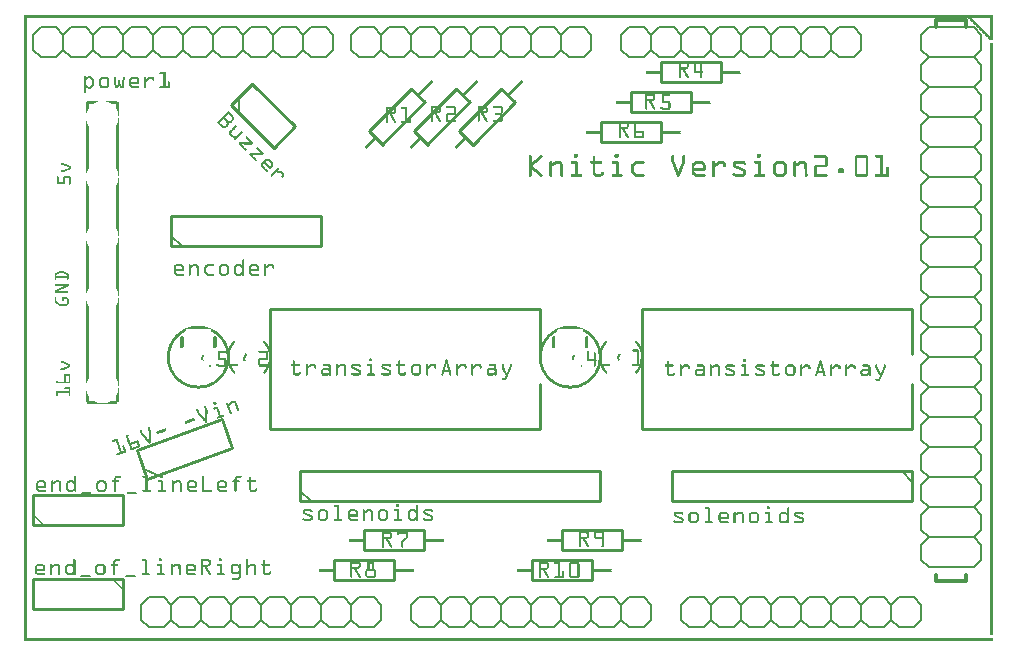
<source format=gto>
G04 MADE WITH FRITZING*
G04 WWW.FRITZING.ORG*
G04 DOUBLE SIDED*
G04 HOLES PLATED*
G04 CONTOUR ON CENTER OF CONTOUR VECTOR*
%ASAXBY*%
%FSLAX23Y23*%
%MOIN*%
%OFA0B0*%
%SFA1.0B1.0*%
%ADD10C,0.010000*%
%ADD11C,0.005000*%
%ADD12C,0.012000*%
%ADD13C,0.006000*%
%ADD14R,0.001000X0.001000*%
%LNSILK1*%
G90*
G70*
G54D10*
X2960Y1105D02*
X2060Y1105D01*
D02*
X2060Y1105D02*
X2060Y705D01*
D02*
X2060Y705D02*
X2960Y705D01*
D02*
X2960Y1105D02*
X2960Y955D01*
D02*
X2960Y855D02*
X2960Y705D01*
D02*
X1720Y1105D02*
X820Y1105D01*
D02*
X820Y1105D02*
X820Y705D01*
D02*
X820Y705D02*
X1720Y705D01*
D02*
X1720Y1105D02*
X1720Y955D01*
D02*
X1720Y855D02*
X1720Y705D01*
D02*
X330Y205D02*
X30Y205D01*
D02*
X30Y205D02*
X30Y105D01*
D02*
X30Y105D02*
X330Y105D01*
D02*
X330Y105D02*
X330Y205D01*
D02*
X30Y385D02*
X330Y385D01*
D02*
X330Y385D02*
X330Y485D01*
D02*
X330Y485D02*
X30Y485D01*
D02*
X30Y485D02*
X30Y385D01*
D02*
X2960Y565D02*
X2160Y565D01*
D02*
X2160Y565D02*
X2160Y465D01*
D02*
X2160Y465D02*
X2960Y465D01*
D02*
X2960Y465D02*
X2960Y565D01*
G54D11*
D02*
X2925Y565D02*
X2960Y530D01*
G54D10*
D02*
X920Y465D02*
X1920Y465D01*
D02*
X1920Y465D02*
X1920Y565D01*
D02*
X1920Y565D02*
X920Y565D01*
D02*
X920Y565D02*
X920Y465D01*
G54D11*
D02*
X955Y465D02*
X920Y500D01*
G54D10*
D02*
X490Y1315D02*
X990Y1315D01*
D02*
X990Y1315D02*
X990Y1415D01*
D02*
X990Y1415D02*
X490Y1415D01*
D02*
X490Y1415D02*
X490Y1315D01*
G54D11*
D02*
X525Y1315D02*
X490Y1350D01*
G54D10*
D02*
X410Y541D02*
X692Y644D01*
D02*
X692Y644D02*
X658Y738D01*
D02*
X658Y738D02*
X376Y635D01*
D02*
X376Y635D02*
X410Y541D01*
G54D11*
D02*
X443Y553D02*
X398Y574D01*
G54D10*
D02*
X689Y1785D02*
X831Y1644D01*
D02*
X831Y1644D02*
X902Y1715D01*
D02*
X902Y1715D02*
X760Y1856D01*
D02*
X760Y1856D02*
X689Y1785D01*
G54D11*
D02*
X714Y1761D02*
X714Y1810D01*
G54D12*
D02*
X3040Y220D02*
X3040Y200D01*
D02*
X3040Y200D02*
X3140Y200D01*
D02*
X3140Y200D02*
X3140Y220D01*
D02*
X3040Y2045D02*
X3040Y2070D01*
D02*
X3040Y2070D02*
X3140Y2070D01*
D02*
X3140Y2070D02*
X3140Y2045D01*
G54D13*
D02*
X2815Y145D02*
X2865Y145D01*
D02*
X2865Y145D02*
X2890Y120D01*
D02*
X2890Y120D02*
X2890Y70D01*
D02*
X2890Y70D02*
X2865Y45D01*
D02*
X2690Y120D02*
X2715Y145D01*
D02*
X2715Y145D02*
X2765Y145D01*
D02*
X2765Y145D02*
X2790Y120D01*
D02*
X2790Y120D02*
X2790Y70D01*
D02*
X2790Y70D02*
X2765Y45D01*
D02*
X2765Y45D02*
X2715Y45D01*
D02*
X2715Y45D02*
X2690Y70D01*
D02*
X2815Y145D02*
X2790Y120D01*
D02*
X2790Y70D02*
X2815Y45D01*
D02*
X2865Y45D02*
X2815Y45D01*
D02*
X2515Y145D02*
X2565Y145D01*
D02*
X2565Y145D02*
X2590Y120D01*
D02*
X2590Y120D02*
X2590Y70D01*
D02*
X2590Y70D02*
X2565Y45D01*
D02*
X2590Y120D02*
X2615Y145D01*
D02*
X2615Y145D02*
X2665Y145D01*
D02*
X2665Y145D02*
X2690Y120D01*
D02*
X2690Y120D02*
X2690Y70D01*
D02*
X2690Y70D02*
X2665Y45D01*
D02*
X2665Y45D02*
X2615Y45D01*
D02*
X2615Y45D02*
X2590Y70D01*
D02*
X2390Y120D02*
X2415Y145D01*
D02*
X2415Y145D02*
X2465Y145D01*
D02*
X2465Y145D02*
X2490Y120D01*
D02*
X2490Y120D02*
X2490Y70D01*
D02*
X2490Y70D02*
X2465Y45D01*
D02*
X2465Y45D02*
X2415Y45D01*
D02*
X2415Y45D02*
X2390Y70D01*
D02*
X2515Y145D02*
X2490Y120D01*
D02*
X2490Y70D02*
X2515Y45D01*
D02*
X2565Y45D02*
X2515Y45D01*
D02*
X2215Y145D02*
X2265Y145D01*
D02*
X2265Y145D02*
X2290Y120D01*
D02*
X2290Y120D02*
X2290Y70D01*
D02*
X2290Y70D02*
X2265Y45D01*
D02*
X2290Y120D02*
X2315Y145D01*
D02*
X2315Y145D02*
X2365Y145D01*
D02*
X2365Y145D02*
X2390Y120D01*
D02*
X2390Y120D02*
X2390Y70D01*
D02*
X2390Y70D02*
X2365Y45D01*
D02*
X2365Y45D02*
X2315Y45D01*
D02*
X2315Y45D02*
X2290Y70D01*
D02*
X2190Y120D02*
X2190Y70D01*
D02*
X2215Y145D02*
X2190Y120D01*
D02*
X2190Y70D02*
X2215Y45D01*
D02*
X2265Y45D02*
X2215Y45D01*
D02*
X2915Y145D02*
X2965Y145D01*
D02*
X2965Y145D02*
X2990Y120D01*
D02*
X2990Y120D02*
X2990Y70D01*
D02*
X2990Y70D02*
X2965Y45D01*
D02*
X2915Y145D02*
X2890Y120D01*
D02*
X2890Y70D02*
X2915Y45D01*
D02*
X2965Y45D02*
X2915Y45D01*
D02*
X1915Y145D02*
X1965Y145D01*
D02*
X1965Y145D02*
X1990Y120D01*
D02*
X1990Y120D02*
X1990Y70D01*
D02*
X1990Y70D02*
X1965Y45D01*
D02*
X1790Y120D02*
X1815Y145D01*
D02*
X1815Y145D02*
X1865Y145D01*
D02*
X1865Y145D02*
X1890Y120D01*
D02*
X1890Y120D02*
X1890Y70D01*
D02*
X1890Y70D02*
X1865Y45D01*
D02*
X1865Y45D02*
X1815Y45D01*
D02*
X1815Y45D02*
X1790Y70D01*
D02*
X1915Y145D02*
X1890Y120D01*
D02*
X1890Y70D02*
X1915Y45D01*
D02*
X1965Y45D02*
X1915Y45D01*
D02*
X1615Y145D02*
X1665Y145D01*
D02*
X1665Y145D02*
X1690Y120D01*
D02*
X1690Y120D02*
X1690Y70D01*
D02*
X1690Y70D02*
X1665Y45D01*
D02*
X1690Y120D02*
X1715Y145D01*
D02*
X1715Y145D02*
X1765Y145D01*
D02*
X1765Y145D02*
X1790Y120D01*
D02*
X1790Y120D02*
X1790Y70D01*
D02*
X1790Y70D02*
X1765Y45D01*
D02*
X1765Y45D02*
X1715Y45D01*
D02*
X1715Y45D02*
X1690Y70D01*
D02*
X1490Y120D02*
X1515Y145D01*
D02*
X1515Y145D02*
X1565Y145D01*
D02*
X1565Y145D02*
X1590Y120D01*
D02*
X1590Y120D02*
X1590Y70D01*
D02*
X1590Y70D02*
X1565Y45D01*
D02*
X1565Y45D02*
X1515Y45D01*
D02*
X1515Y45D02*
X1490Y70D01*
D02*
X1615Y145D02*
X1590Y120D01*
D02*
X1590Y70D02*
X1615Y45D01*
D02*
X1665Y45D02*
X1615Y45D01*
D02*
X1315Y145D02*
X1365Y145D01*
D02*
X1365Y145D02*
X1390Y120D01*
D02*
X1390Y120D02*
X1390Y70D01*
D02*
X1390Y70D02*
X1365Y45D01*
D02*
X1390Y120D02*
X1415Y145D01*
D02*
X1415Y145D02*
X1465Y145D01*
D02*
X1465Y145D02*
X1490Y120D01*
D02*
X1490Y120D02*
X1490Y70D01*
D02*
X1490Y70D02*
X1465Y45D01*
D02*
X1465Y45D02*
X1415Y45D01*
D02*
X1415Y45D02*
X1390Y70D01*
D02*
X1290Y120D02*
X1290Y70D01*
D02*
X1315Y145D02*
X1290Y120D01*
D02*
X1290Y70D02*
X1315Y45D01*
D02*
X1365Y45D02*
X1315Y45D01*
D02*
X2015Y145D02*
X2065Y145D01*
D02*
X2065Y145D02*
X2090Y120D01*
D02*
X2090Y120D02*
X2090Y70D01*
D02*
X2090Y70D02*
X2065Y45D01*
D02*
X2015Y145D02*
X1990Y120D01*
D02*
X1990Y70D02*
X2015Y45D01*
D02*
X2065Y45D02*
X2015Y45D01*
D02*
X2165Y1945D02*
X2115Y1945D01*
D02*
X2115Y1945D02*
X2090Y1970D01*
D02*
X2090Y1970D02*
X2090Y2020D01*
D02*
X2090Y2020D02*
X2115Y2045D01*
D02*
X2290Y1970D02*
X2265Y1945D01*
D02*
X2265Y1945D02*
X2215Y1945D01*
D02*
X2215Y1945D02*
X2190Y1970D01*
D02*
X2190Y1970D02*
X2190Y2020D01*
D02*
X2190Y2020D02*
X2215Y2045D01*
D02*
X2215Y2045D02*
X2265Y2045D01*
D02*
X2265Y2045D02*
X2290Y2020D01*
D02*
X2165Y1945D02*
X2190Y1970D01*
D02*
X2190Y2020D02*
X2165Y2045D01*
D02*
X2115Y2045D02*
X2165Y2045D01*
D02*
X2465Y1945D02*
X2415Y1945D01*
D02*
X2415Y1945D02*
X2390Y1970D01*
D02*
X2390Y1970D02*
X2390Y2020D01*
D02*
X2390Y2020D02*
X2415Y2045D01*
D02*
X2390Y1970D02*
X2365Y1945D01*
D02*
X2365Y1945D02*
X2315Y1945D01*
D02*
X2315Y1945D02*
X2290Y1970D01*
D02*
X2290Y1970D02*
X2290Y2020D01*
D02*
X2290Y2020D02*
X2315Y2045D01*
D02*
X2315Y2045D02*
X2365Y2045D01*
D02*
X2365Y2045D02*
X2390Y2020D01*
D02*
X2590Y1970D02*
X2565Y1945D01*
D02*
X2565Y1945D02*
X2515Y1945D01*
D02*
X2515Y1945D02*
X2490Y1970D01*
D02*
X2490Y1970D02*
X2490Y2020D01*
D02*
X2490Y2020D02*
X2515Y2045D01*
D02*
X2515Y2045D02*
X2565Y2045D01*
D02*
X2565Y2045D02*
X2590Y2020D01*
D02*
X2465Y1945D02*
X2490Y1970D01*
D02*
X2490Y2020D02*
X2465Y2045D01*
D02*
X2415Y2045D02*
X2465Y2045D01*
D02*
X2765Y1945D02*
X2715Y1945D01*
D02*
X2715Y1945D02*
X2690Y1970D01*
D02*
X2690Y1970D02*
X2690Y2020D01*
D02*
X2690Y2020D02*
X2715Y2045D01*
D02*
X2690Y1970D02*
X2665Y1945D01*
D02*
X2665Y1945D02*
X2615Y1945D01*
D02*
X2615Y1945D02*
X2590Y1970D01*
D02*
X2590Y1970D02*
X2590Y2020D01*
D02*
X2590Y2020D02*
X2615Y2045D01*
D02*
X2615Y2045D02*
X2665Y2045D01*
D02*
X2665Y2045D02*
X2690Y2020D01*
D02*
X2790Y1970D02*
X2790Y2020D01*
D02*
X2765Y1945D02*
X2790Y1970D01*
D02*
X2790Y2020D02*
X2765Y2045D01*
D02*
X2715Y2045D02*
X2765Y2045D01*
D02*
X2065Y1945D02*
X2015Y1945D01*
D02*
X2015Y1945D02*
X1990Y1970D01*
D02*
X1990Y1970D02*
X1990Y2020D01*
D02*
X1990Y2020D02*
X2015Y2045D01*
D02*
X2065Y1945D02*
X2090Y1970D01*
D02*
X2090Y2020D02*
X2065Y2045D01*
D02*
X2015Y2045D02*
X2065Y2045D01*
D02*
X830Y2020D02*
X855Y2045D01*
D02*
X855Y2045D02*
X905Y2045D01*
D02*
X905Y2045D02*
X930Y2020D01*
D02*
X930Y2020D02*
X930Y1970D01*
D02*
X930Y1970D02*
X905Y1945D01*
D02*
X905Y1945D02*
X855Y1945D01*
D02*
X855Y1945D02*
X830Y1970D01*
D02*
X655Y2045D02*
X705Y2045D01*
D02*
X705Y2045D02*
X730Y2020D01*
D02*
X730Y2020D02*
X730Y1970D01*
D02*
X730Y1970D02*
X705Y1945D01*
D02*
X730Y2020D02*
X755Y2045D01*
D02*
X755Y2045D02*
X805Y2045D01*
D02*
X805Y2045D02*
X830Y2020D01*
D02*
X830Y2020D02*
X830Y1970D01*
D02*
X830Y1970D02*
X805Y1945D01*
D02*
X805Y1945D02*
X755Y1945D01*
D02*
X755Y1945D02*
X730Y1970D01*
D02*
X530Y2020D02*
X555Y2045D01*
D02*
X555Y2045D02*
X605Y2045D01*
D02*
X605Y2045D02*
X630Y2020D01*
D02*
X630Y2020D02*
X630Y1970D01*
D02*
X630Y1970D02*
X605Y1945D01*
D02*
X605Y1945D02*
X555Y1945D01*
D02*
X555Y1945D02*
X530Y1970D01*
D02*
X655Y2045D02*
X630Y2020D01*
D02*
X630Y1970D02*
X655Y1945D01*
D02*
X705Y1945D02*
X655Y1945D01*
D02*
X355Y2045D02*
X405Y2045D01*
D02*
X405Y2045D02*
X430Y2020D01*
D02*
X430Y2020D02*
X430Y1970D01*
D02*
X430Y1970D02*
X405Y1945D01*
D02*
X430Y2020D02*
X455Y2045D01*
D02*
X455Y2045D02*
X505Y2045D01*
D02*
X505Y2045D02*
X530Y2020D01*
D02*
X530Y2020D02*
X530Y1970D01*
D02*
X530Y1970D02*
X505Y1945D01*
D02*
X505Y1945D02*
X455Y1945D01*
D02*
X455Y1945D02*
X430Y1970D01*
D02*
X230Y2020D02*
X255Y2045D01*
D02*
X255Y2045D02*
X305Y2045D01*
D02*
X305Y2045D02*
X330Y2020D01*
D02*
X330Y2020D02*
X330Y1970D01*
D02*
X330Y1970D02*
X305Y1945D01*
D02*
X305Y1945D02*
X255Y1945D01*
D02*
X255Y1945D02*
X230Y1970D01*
D02*
X355Y2045D02*
X330Y2020D01*
D02*
X330Y1970D02*
X355Y1945D01*
D02*
X405Y1945D02*
X355Y1945D01*
D02*
X55Y2045D02*
X105Y2045D01*
D02*
X105Y2045D02*
X130Y2020D01*
D02*
X130Y2020D02*
X130Y1970D01*
D02*
X130Y1970D02*
X105Y1945D01*
D02*
X130Y2020D02*
X155Y2045D01*
D02*
X155Y2045D02*
X205Y2045D01*
D02*
X205Y2045D02*
X230Y2020D01*
D02*
X230Y2020D02*
X230Y1970D01*
D02*
X230Y1970D02*
X205Y1945D01*
D02*
X205Y1945D02*
X155Y1945D01*
D02*
X155Y1945D02*
X130Y1970D01*
D02*
X30Y2020D02*
X30Y1970D01*
D02*
X55Y2045D02*
X30Y2020D01*
D02*
X30Y1970D02*
X55Y1945D01*
D02*
X105Y1945D02*
X55Y1945D01*
D02*
X955Y2045D02*
X1005Y2045D01*
D02*
X1005Y2045D02*
X1030Y2020D01*
D02*
X1030Y2020D02*
X1030Y1970D01*
D02*
X1030Y1970D02*
X1005Y1945D01*
D02*
X955Y2045D02*
X930Y2020D01*
D02*
X930Y1970D02*
X955Y1945D01*
D02*
X1005Y1945D02*
X955Y1945D01*
D02*
X1015Y145D02*
X1065Y145D01*
D02*
X1065Y145D02*
X1090Y120D01*
D02*
X1090Y120D02*
X1090Y70D01*
D02*
X1090Y70D02*
X1065Y45D01*
D02*
X890Y120D02*
X915Y145D01*
D02*
X915Y145D02*
X965Y145D01*
D02*
X965Y145D02*
X990Y120D01*
D02*
X990Y120D02*
X990Y70D01*
D02*
X990Y70D02*
X965Y45D01*
D02*
X965Y45D02*
X915Y45D01*
D02*
X915Y45D02*
X890Y70D01*
D02*
X1015Y145D02*
X990Y120D01*
D02*
X990Y70D02*
X1015Y45D01*
D02*
X1065Y45D02*
X1015Y45D01*
D02*
X715Y145D02*
X765Y145D01*
D02*
X765Y145D02*
X790Y120D01*
D02*
X790Y120D02*
X790Y70D01*
D02*
X790Y70D02*
X765Y45D01*
D02*
X790Y120D02*
X815Y145D01*
D02*
X815Y145D02*
X865Y145D01*
D02*
X865Y145D02*
X890Y120D01*
D02*
X890Y120D02*
X890Y70D01*
D02*
X890Y70D02*
X865Y45D01*
D02*
X865Y45D02*
X815Y45D01*
D02*
X815Y45D02*
X790Y70D01*
D02*
X590Y120D02*
X615Y145D01*
D02*
X615Y145D02*
X665Y145D01*
D02*
X665Y145D02*
X690Y120D01*
D02*
X690Y120D02*
X690Y70D01*
D02*
X690Y70D02*
X665Y45D01*
D02*
X665Y45D02*
X615Y45D01*
D02*
X615Y45D02*
X590Y70D01*
D02*
X715Y145D02*
X690Y120D01*
D02*
X690Y70D02*
X715Y45D01*
D02*
X765Y45D02*
X715Y45D01*
D02*
X415Y145D02*
X465Y145D01*
D02*
X465Y145D02*
X490Y120D01*
D02*
X490Y120D02*
X490Y70D01*
D02*
X490Y70D02*
X465Y45D01*
D02*
X490Y120D02*
X515Y145D01*
D02*
X515Y145D02*
X565Y145D01*
D02*
X565Y145D02*
X590Y120D01*
D02*
X590Y120D02*
X590Y70D01*
D02*
X590Y70D02*
X565Y45D01*
D02*
X565Y45D02*
X515Y45D01*
D02*
X515Y45D02*
X490Y70D01*
D02*
X390Y120D02*
X390Y70D01*
D02*
X415Y145D02*
X390Y120D01*
D02*
X390Y70D02*
X415Y45D01*
D02*
X465Y45D02*
X415Y45D01*
D02*
X1115Y145D02*
X1165Y145D01*
D02*
X1165Y145D02*
X1190Y120D01*
D02*
X1190Y120D02*
X1190Y70D01*
D02*
X1190Y70D02*
X1165Y45D01*
D02*
X1115Y145D02*
X1090Y120D01*
D02*
X1090Y70D02*
X1115Y45D01*
D02*
X1165Y45D02*
X1115Y45D01*
D02*
X1265Y1945D02*
X1215Y1945D01*
D02*
X1215Y1945D02*
X1190Y1970D01*
D02*
X1190Y1970D02*
X1190Y2020D01*
D02*
X1190Y2020D02*
X1215Y2045D01*
D02*
X1390Y1970D02*
X1365Y1945D01*
D02*
X1365Y1945D02*
X1315Y1945D01*
D02*
X1315Y1945D02*
X1290Y1970D01*
D02*
X1290Y1970D02*
X1290Y2020D01*
D02*
X1290Y2020D02*
X1315Y2045D01*
D02*
X1315Y2045D02*
X1365Y2045D01*
D02*
X1365Y2045D02*
X1390Y2020D01*
D02*
X1265Y1945D02*
X1290Y1970D01*
D02*
X1290Y2020D02*
X1265Y2045D01*
D02*
X1215Y2045D02*
X1265Y2045D01*
D02*
X1565Y1945D02*
X1515Y1945D01*
D02*
X1515Y1945D02*
X1490Y1970D01*
D02*
X1490Y1970D02*
X1490Y2020D01*
D02*
X1490Y2020D02*
X1515Y2045D01*
D02*
X1490Y1970D02*
X1465Y1945D01*
D02*
X1465Y1945D02*
X1415Y1945D01*
D02*
X1415Y1945D02*
X1390Y1970D01*
D02*
X1390Y1970D02*
X1390Y2020D01*
D02*
X1390Y2020D02*
X1415Y2045D01*
D02*
X1415Y2045D02*
X1465Y2045D01*
D02*
X1465Y2045D02*
X1490Y2020D01*
D02*
X1690Y1970D02*
X1665Y1945D01*
D02*
X1665Y1945D02*
X1615Y1945D01*
D02*
X1615Y1945D02*
X1590Y1970D01*
D02*
X1590Y1970D02*
X1590Y2020D01*
D02*
X1590Y2020D02*
X1615Y2045D01*
D02*
X1615Y2045D02*
X1665Y2045D01*
D02*
X1665Y2045D02*
X1690Y2020D01*
D02*
X1565Y1945D02*
X1590Y1970D01*
D02*
X1590Y2020D02*
X1565Y2045D01*
D02*
X1515Y2045D02*
X1565Y2045D01*
D02*
X1865Y1945D02*
X1815Y1945D01*
D02*
X1815Y1945D02*
X1790Y1970D01*
D02*
X1790Y1970D02*
X1790Y2020D01*
D02*
X1790Y2020D02*
X1815Y2045D01*
D02*
X1790Y1970D02*
X1765Y1945D01*
D02*
X1765Y1945D02*
X1715Y1945D01*
D02*
X1715Y1945D02*
X1690Y1970D01*
D02*
X1690Y1970D02*
X1690Y2020D01*
D02*
X1690Y2020D02*
X1715Y2045D01*
D02*
X1715Y2045D02*
X1765Y2045D01*
D02*
X1765Y2045D02*
X1790Y2020D01*
D02*
X1890Y1970D02*
X1890Y2020D01*
D02*
X1865Y1945D02*
X1890Y1970D01*
D02*
X1890Y2020D02*
X1865Y2045D01*
D02*
X1815Y2045D02*
X1865Y2045D01*
D02*
X1165Y1945D02*
X1115Y1945D01*
D02*
X1115Y1945D02*
X1090Y1970D01*
D02*
X1090Y1970D02*
X1090Y2020D01*
D02*
X1090Y2020D02*
X1115Y2045D01*
D02*
X1165Y1945D02*
X1190Y1970D01*
D02*
X1190Y2020D02*
X1165Y2045D01*
D02*
X1115Y2045D02*
X1165Y2045D01*
D02*
X3015Y2045D02*
X2990Y2020D01*
D02*
X2990Y2020D02*
X2990Y1970D01*
D02*
X2990Y1970D02*
X3015Y1945D01*
D02*
X3015Y1945D02*
X2990Y1920D01*
D02*
X2990Y1920D02*
X2990Y1870D01*
D02*
X2990Y1870D02*
X3015Y1845D01*
D02*
X3015Y1845D02*
X2990Y1820D01*
D02*
X2990Y1820D02*
X2990Y1770D01*
D02*
X2990Y1770D02*
X3015Y1745D01*
D02*
X3015Y1745D02*
X2990Y1720D01*
D02*
X2990Y1720D02*
X2990Y1670D01*
D02*
X2990Y1670D02*
X3015Y1645D01*
D02*
X3015Y1645D02*
X2990Y1620D01*
D02*
X2990Y1620D02*
X2990Y1570D01*
D02*
X2990Y1570D02*
X3015Y1545D01*
D02*
X3015Y1545D02*
X2990Y1520D01*
D02*
X2990Y1520D02*
X2990Y1470D01*
D02*
X2990Y1470D02*
X3015Y1445D01*
D02*
X3015Y2045D02*
X3165Y2045D01*
D02*
X3165Y2045D02*
X3190Y2020D01*
D02*
X3190Y2020D02*
X3190Y1970D01*
D02*
X3190Y1970D02*
X3165Y1945D01*
D02*
X3165Y1945D02*
X3190Y1920D01*
D02*
X3190Y1920D02*
X3190Y1870D01*
D02*
X3190Y1870D02*
X3165Y1845D01*
D02*
X3165Y1845D02*
X3190Y1820D01*
D02*
X3190Y1820D02*
X3190Y1770D01*
D02*
X3190Y1770D02*
X3165Y1745D01*
D02*
X3165Y1745D02*
X3190Y1720D01*
D02*
X3190Y1720D02*
X3190Y1670D01*
D02*
X3190Y1670D02*
X3165Y1645D01*
D02*
X3165Y1645D02*
X3190Y1620D01*
D02*
X3190Y1620D02*
X3190Y1570D01*
D02*
X3190Y1570D02*
X3165Y1545D01*
D02*
X3165Y1545D02*
X3190Y1520D01*
D02*
X3190Y1520D02*
X3190Y1470D01*
D02*
X3190Y1470D02*
X3165Y1445D01*
D02*
X3165Y1445D02*
X3190Y1420D01*
D02*
X3190Y1420D02*
X3190Y1370D01*
D02*
X3190Y1370D02*
X3165Y1345D01*
D02*
X3165Y1345D02*
X3190Y1320D01*
D02*
X3190Y1320D02*
X3190Y1270D01*
D02*
X3190Y1270D02*
X3165Y1245D01*
D02*
X3165Y1245D02*
X3190Y1220D01*
D02*
X3190Y1220D02*
X3190Y1170D01*
D02*
X3190Y1170D02*
X3165Y1145D01*
D02*
X3165Y1145D02*
X3190Y1120D01*
D02*
X3190Y1120D02*
X3190Y1070D01*
D02*
X3190Y1070D02*
X3165Y1045D01*
D02*
X3165Y1045D02*
X3190Y1020D01*
D02*
X3190Y1020D02*
X3190Y970D01*
D02*
X3190Y970D02*
X3165Y945D01*
D02*
X3165Y945D02*
X3190Y920D01*
D02*
X3190Y920D02*
X3190Y870D01*
D02*
X3165Y845D02*
X3190Y870D01*
D02*
X3165Y845D02*
X3190Y820D01*
D02*
X3190Y770D02*
X3190Y820D01*
D02*
X3190Y770D02*
X3165Y745D01*
D02*
X3165Y745D02*
X3190Y720D01*
D02*
X3190Y670D02*
X3190Y720D01*
D02*
X3190Y670D02*
X3165Y645D01*
D02*
X3165Y645D02*
X3190Y620D01*
D02*
X3190Y570D02*
X3190Y620D01*
D02*
X3190Y570D02*
X3165Y545D01*
D02*
X3165Y545D02*
X3190Y520D01*
D02*
X3190Y470D02*
X3190Y520D01*
D02*
X3190Y470D02*
X3165Y445D01*
D02*
X3165Y445D02*
X3190Y420D01*
D02*
X3190Y370D02*
X3190Y420D01*
D02*
X3190Y370D02*
X3165Y345D01*
D02*
X3165Y345D02*
X3190Y320D01*
D02*
X3190Y270D02*
X3190Y320D01*
D02*
X3190Y270D02*
X3165Y245D01*
D02*
X3015Y245D02*
X2990Y270D01*
D02*
X2990Y270D02*
X2990Y320D01*
D02*
X3015Y345D02*
X2990Y320D01*
D02*
X3015Y345D02*
X2990Y370D01*
D02*
X2990Y370D02*
X2990Y420D01*
D02*
X3015Y445D02*
X2990Y420D01*
D02*
X3015Y445D02*
X2990Y470D01*
D02*
X2990Y520D02*
X2990Y470D01*
D02*
X2990Y520D02*
X3015Y545D01*
D02*
X3015Y545D02*
X2990Y570D01*
D02*
X2990Y620D02*
X2990Y570D01*
D02*
X2990Y620D02*
X3015Y645D01*
D02*
X3015Y645D02*
X2990Y670D01*
D02*
X2990Y670D02*
X2990Y720D01*
D02*
X3015Y745D02*
X2990Y720D01*
D02*
X3015Y745D02*
X2990Y770D01*
D02*
X2990Y770D02*
X2990Y820D01*
D02*
X3015Y845D02*
X2990Y820D01*
D02*
X3015Y845D02*
X2990Y870D01*
D02*
X2990Y870D02*
X2990Y920D01*
D02*
X3015Y945D02*
X2990Y920D01*
D02*
X3015Y945D02*
X2990Y970D01*
D02*
X2990Y970D02*
X2990Y1020D01*
D02*
X3015Y1045D02*
X2990Y1020D01*
D02*
X3015Y1045D02*
X2990Y1070D01*
D02*
X2990Y1070D02*
X2990Y1120D01*
D02*
X3015Y1145D02*
X2990Y1120D01*
D02*
X3015Y1145D02*
X2990Y1170D01*
D02*
X2990Y1170D02*
X2990Y1220D01*
D02*
X3015Y1245D02*
X2990Y1220D01*
D02*
X3015Y1245D02*
X2990Y1270D01*
D02*
X2990Y1270D02*
X2990Y1320D01*
D02*
X3015Y1345D02*
X2990Y1320D01*
D02*
X3015Y1345D02*
X2990Y1370D01*
D02*
X2990Y1370D02*
X2990Y1420D01*
D02*
X3015Y1445D02*
X2990Y1420D01*
D02*
X3165Y1945D02*
X3015Y1945D01*
D02*
X3165Y1845D02*
X3015Y1845D01*
D02*
X3165Y1745D02*
X3015Y1745D01*
D02*
X3165Y1645D02*
X3015Y1645D01*
D02*
X3165Y1545D02*
X3015Y1545D01*
D02*
X3165Y1445D02*
X3015Y1445D01*
D02*
X3165Y1345D02*
X3015Y1345D01*
D02*
X3165Y1245D02*
X3015Y1245D01*
D02*
X3165Y1145D02*
X3015Y1145D01*
D02*
X3165Y1045D02*
X3015Y1045D01*
D02*
X3165Y945D02*
X3015Y945D01*
D02*
X3165Y845D02*
X3015Y845D01*
D02*
X3165Y745D02*
X3015Y745D01*
D02*
X3165Y645D02*
X3015Y645D01*
D02*
X3165Y545D02*
X3015Y545D01*
D02*
X3165Y445D02*
X3015Y445D01*
D02*
X3165Y345D02*
X3015Y345D01*
D02*
X3165Y245D02*
X3015Y245D01*
G54D10*
D02*
X2121Y1662D02*
X1921Y1662D01*
D02*
X1921Y1662D02*
X1921Y1728D01*
D02*
X1921Y1728D02*
X2121Y1728D01*
D02*
X2121Y1728D02*
X2121Y1662D01*
D02*
X2221Y1762D02*
X2021Y1762D01*
D02*
X2021Y1762D02*
X2021Y1828D01*
D02*
X2021Y1828D02*
X2221Y1828D01*
D02*
X2221Y1828D02*
X2221Y1762D01*
D02*
X2321Y1862D02*
X2121Y1862D01*
D02*
X2121Y1862D02*
X2121Y1928D01*
D02*
X2121Y1928D02*
X2321Y1928D01*
D02*
X2321Y1928D02*
X2321Y1862D01*
D02*
X1636Y1795D02*
X1495Y1653D01*
D02*
X1495Y1653D02*
X1448Y1700D01*
D02*
X1448Y1700D02*
X1589Y1841D01*
D02*
X1589Y1841D02*
X1636Y1795D01*
D02*
X1345Y1653D02*
X1298Y1700D01*
D02*
X1298Y1700D02*
X1439Y1841D01*
D02*
X1439Y1841D02*
X1486Y1795D01*
D02*
X1891Y202D02*
X1691Y202D01*
D02*
X1691Y202D02*
X1691Y268D01*
D02*
X1691Y268D02*
X1891Y268D01*
D02*
X1891Y268D02*
X1891Y202D01*
D02*
X1991Y302D02*
X1791Y302D01*
D02*
X1791Y302D02*
X1791Y368D01*
D02*
X1791Y368D02*
X1991Y368D01*
D02*
X1991Y368D02*
X1991Y302D01*
D02*
X1231Y202D02*
X1031Y202D01*
D02*
X1031Y202D02*
X1031Y268D01*
D02*
X1031Y268D02*
X1231Y268D01*
D02*
X1231Y268D02*
X1231Y202D01*
D02*
X1331Y302D02*
X1131Y302D01*
D02*
X1131Y302D02*
X1131Y368D01*
D02*
X1131Y368D02*
X1331Y368D01*
D02*
X1331Y368D02*
X1331Y302D01*
D02*
X1195Y1653D02*
X1148Y1700D01*
D02*
X1148Y1700D02*
X1289Y1841D01*
D02*
X1289Y1841D02*
X1336Y1795D01*
G54D14*
X0Y2085D02*
X3227Y2085D01*
X0Y2084D02*
X3227Y2084D01*
X0Y2083D02*
X3227Y2083D01*
X0Y2082D02*
X3227Y2082D01*
X0Y2081D02*
X3227Y2081D01*
X0Y2080D02*
X3227Y2080D01*
X0Y2079D02*
X3227Y2079D01*
X0Y2078D02*
X3227Y2078D01*
X0Y2077D02*
X7Y2077D01*
X3145Y2077D02*
X3156Y2077D01*
X3220Y2077D02*
X3227Y2077D01*
X0Y2076D02*
X7Y2076D01*
X3146Y2076D02*
X3157Y2076D01*
X3220Y2076D02*
X3227Y2076D01*
X0Y2075D02*
X7Y2075D01*
X3147Y2075D02*
X3158Y2075D01*
X3220Y2075D02*
X3227Y2075D01*
X0Y2074D02*
X7Y2074D01*
X3148Y2074D02*
X3159Y2074D01*
X3220Y2074D02*
X3227Y2074D01*
X0Y2073D02*
X7Y2073D01*
X3149Y2073D02*
X3160Y2073D01*
X3220Y2073D02*
X3227Y2073D01*
X0Y2072D02*
X7Y2072D01*
X3150Y2072D02*
X3161Y2072D01*
X3220Y2072D02*
X3227Y2072D01*
X0Y2071D02*
X7Y2071D01*
X3151Y2071D02*
X3162Y2071D01*
X3220Y2071D02*
X3227Y2071D01*
X0Y2070D02*
X7Y2070D01*
X3152Y2070D02*
X3163Y2070D01*
X3220Y2070D02*
X3227Y2070D01*
X0Y2069D02*
X7Y2069D01*
X3153Y2069D02*
X3164Y2069D01*
X3220Y2069D02*
X3227Y2069D01*
X0Y2068D02*
X7Y2068D01*
X3154Y2068D02*
X3165Y2068D01*
X3220Y2068D02*
X3227Y2068D01*
X0Y2067D02*
X7Y2067D01*
X3155Y2067D02*
X3166Y2067D01*
X3220Y2067D02*
X3227Y2067D01*
X0Y2066D02*
X7Y2066D01*
X3156Y2066D02*
X3167Y2066D01*
X3220Y2066D02*
X3227Y2066D01*
X0Y2065D02*
X7Y2065D01*
X3157Y2065D02*
X3168Y2065D01*
X3220Y2065D02*
X3227Y2065D01*
X0Y2064D02*
X7Y2064D01*
X3158Y2064D02*
X3169Y2064D01*
X3220Y2064D02*
X3227Y2064D01*
X0Y2063D02*
X7Y2063D01*
X3159Y2063D02*
X3170Y2063D01*
X3220Y2063D02*
X3227Y2063D01*
X0Y2062D02*
X7Y2062D01*
X3160Y2062D02*
X3171Y2062D01*
X3220Y2062D02*
X3227Y2062D01*
X0Y2061D02*
X7Y2061D01*
X3161Y2061D02*
X3172Y2061D01*
X3220Y2061D02*
X3227Y2061D01*
X0Y2060D02*
X7Y2060D01*
X3162Y2060D02*
X3173Y2060D01*
X3220Y2060D02*
X3227Y2060D01*
X0Y2059D02*
X7Y2059D01*
X3163Y2059D02*
X3174Y2059D01*
X3220Y2059D02*
X3227Y2059D01*
X0Y2058D02*
X7Y2058D01*
X3164Y2058D02*
X3175Y2058D01*
X3220Y2058D02*
X3227Y2058D01*
X0Y2057D02*
X7Y2057D01*
X3165Y2057D02*
X3176Y2057D01*
X3220Y2057D02*
X3227Y2057D01*
X0Y2056D02*
X7Y2056D01*
X3166Y2056D02*
X3177Y2056D01*
X3220Y2056D02*
X3227Y2056D01*
X0Y2055D02*
X7Y2055D01*
X3167Y2055D02*
X3178Y2055D01*
X3220Y2055D02*
X3227Y2055D01*
X0Y2054D02*
X7Y2054D01*
X3168Y2054D02*
X3179Y2054D01*
X3220Y2054D02*
X3227Y2054D01*
X0Y2053D02*
X7Y2053D01*
X3169Y2053D02*
X3180Y2053D01*
X3220Y2053D02*
X3227Y2053D01*
X0Y2052D02*
X7Y2052D01*
X3170Y2052D02*
X3181Y2052D01*
X3220Y2052D02*
X3227Y2052D01*
X0Y2051D02*
X7Y2051D01*
X3171Y2051D02*
X3182Y2051D01*
X3220Y2051D02*
X3227Y2051D01*
X0Y2050D02*
X7Y2050D01*
X3172Y2050D02*
X3183Y2050D01*
X3220Y2050D02*
X3227Y2050D01*
X0Y2049D02*
X7Y2049D01*
X3173Y2049D02*
X3184Y2049D01*
X3220Y2049D02*
X3227Y2049D01*
X0Y2048D02*
X7Y2048D01*
X3174Y2048D02*
X3185Y2048D01*
X3220Y2048D02*
X3227Y2048D01*
X0Y2047D02*
X7Y2047D01*
X3175Y2047D02*
X3186Y2047D01*
X3220Y2047D02*
X3227Y2047D01*
X0Y2046D02*
X7Y2046D01*
X3176Y2046D02*
X3187Y2046D01*
X3220Y2046D02*
X3227Y2046D01*
X0Y2045D02*
X7Y2045D01*
X3177Y2045D02*
X3188Y2045D01*
X3220Y2045D02*
X3227Y2045D01*
X0Y2044D02*
X7Y2044D01*
X3178Y2044D02*
X3189Y2044D01*
X3220Y2044D02*
X3227Y2044D01*
X0Y2043D02*
X7Y2043D01*
X3179Y2043D02*
X3190Y2043D01*
X3220Y2043D02*
X3227Y2043D01*
X0Y2042D02*
X7Y2042D01*
X3180Y2042D02*
X3191Y2042D01*
X3220Y2042D02*
X3227Y2042D01*
X0Y2041D02*
X7Y2041D01*
X3181Y2041D02*
X3192Y2041D01*
X3220Y2041D02*
X3227Y2041D01*
X0Y2040D02*
X7Y2040D01*
X3182Y2040D02*
X3193Y2040D01*
X3220Y2040D02*
X3227Y2040D01*
X0Y2039D02*
X7Y2039D01*
X3183Y2039D02*
X3194Y2039D01*
X3220Y2039D02*
X3227Y2039D01*
X0Y2038D02*
X7Y2038D01*
X3184Y2038D02*
X3195Y2038D01*
X3220Y2038D02*
X3227Y2038D01*
X0Y2037D02*
X7Y2037D01*
X3185Y2037D02*
X3196Y2037D01*
X3220Y2037D02*
X3227Y2037D01*
X0Y2036D02*
X7Y2036D01*
X3186Y2036D02*
X3197Y2036D01*
X3220Y2036D02*
X3227Y2036D01*
X0Y2035D02*
X7Y2035D01*
X3187Y2035D02*
X3198Y2035D01*
X3220Y2035D02*
X3227Y2035D01*
X0Y2034D02*
X7Y2034D01*
X3188Y2034D02*
X3199Y2034D01*
X3220Y2034D02*
X3227Y2034D01*
X0Y2033D02*
X7Y2033D01*
X3189Y2033D02*
X3200Y2033D01*
X3220Y2033D02*
X3227Y2033D01*
X0Y2032D02*
X7Y2032D01*
X3190Y2032D02*
X3201Y2032D01*
X3220Y2032D02*
X3227Y2032D01*
X0Y2031D02*
X7Y2031D01*
X3191Y2031D02*
X3202Y2031D01*
X3220Y2031D02*
X3227Y2031D01*
X0Y2030D02*
X7Y2030D01*
X3192Y2030D02*
X3203Y2030D01*
X3220Y2030D02*
X3227Y2030D01*
X0Y2029D02*
X7Y2029D01*
X3193Y2029D02*
X3204Y2029D01*
X3220Y2029D02*
X3227Y2029D01*
X0Y2028D02*
X7Y2028D01*
X3194Y2028D02*
X3205Y2028D01*
X3220Y2028D02*
X3227Y2028D01*
X0Y2027D02*
X7Y2027D01*
X3195Y2027D02*
X3206Y2027D01*
X3220Y2027D02*
X3227Y2027D01*
X0Y2026D02*
X7Y2026D01*
X3196Y2026D02*
X3207Y2026D01*
X3220Y2026D02*
X3227Y2026D01*
X0Y2025D02*
X7Y2025D01*
X3197Y2025D02*
X3208Y2025D01*
X3220Y2025D02*
X3227Y2025D01*
X0Y2024D02*
X7Y2024D01*
X3198Y2024D02*
X3209Y2024D01*
X3220Y2024D02*
X3227Y2024D01*
X0Y2023D02*
X7Y2023D01*
X3199Y2023D02*
X3210Y2023D01*
X3220Y2023D02*
X3227Y2023D01*
X0Y2022D02*
X7Y2022D01*
X3200Y2022D02*
X3211Y2022D01*
X3220Y2022D02*
X3227Y2022D01*
X0Y2021D02*
X7Y2021D01*
X3201Y2021D02*
X3212Y2021D01*
X3220Y2021D02*
X3227Y2021D01*
X0Y2020D02*
X7Y2020D01*
X3202Y2020D02*
X3213Y2020D01*
X3220Y2020D02*
X3227Y2020D01*
X0Y2019D02*
X7Y2019D01*
X3203Y2019D02*
X3214Y2019D01*
X3220Y2019D02*
X3227Y2019D01*
X0Y2018D02*
X7Y2018D01*
X3204Y2018D02*
X3215Y2018D01*
X3220Y2018D02*
X3227Y2018D01*
X0Y2017D02*
X7Y2017D01*
X3205Y2017D02*
X3216Y2017D01*
X3220Y2017D02*
X3227Y2017D01*
X0Y2016D02*
X7Y2016D01*
X3206Y2016D02*
X3217Y2016D01*
X3220Y2016D02*
X3227Y2016D01*
X0Y2015D02*
X7Y2015D01*
X3207Y2015D02*
X3218Y2015D01*
X3220Y2015D02*
X3227Y2015D01*
X0Y2014D02*
X7Y2014D01*
X3208Y2014D02*
X3227Y2014D01*
X0Y2013D02*
X7Y2013D01*
X3209Y2013D02*
X3227Y2013D01*
X0Y2012D02*
X7Y2012D01*
X3210Y2012D02*
X3227Y2012D01*
X0Y2011D02*
X7Y2011D01*
X3211Y2011D02*
X3227Y2011D01*
X0Y2010D02*
X7Y2010D01*
X3212Y2010D02*
X3227Y2010D01*
X0Y2009D02*
X7Y2009D01*
X3213Y2009D02*
X3227Y2009D01*
X0Y2008D02*
X7Y2008D01*
X3214Y2008D02*
X3227Y2008D01*
X0Y2007D02*
X7Y2007D01*
X3215Y2007D02*
X3227Y2007D01*
X0Y2006D02*
X7Y2006D01*
X3216Y2006D02*
X3227Y2006D01*
X0Y2005D02*
X7Y2005D01*
X3217Y2005D02*
X3228Y2005D01*
X0Y2004D02*
X7Y2004D01*
X0Y2003D02*
X7Y2003D01*
X0Y2002D02*
X7Y2002D01*
X0Y2001D02*
X7Y2001D01*
X0Y2000D02*
X7Y2000D01*
X0Y1999D02*
X7Y1999D01*
X0Y1998D02*
X7Y1998D01*
X0Y1997D02*
X7Y1997D01*
X0Y1996D02*
X7Y1996D01*
X0Y1995D02*
X7Y1995D01*
X0Y1994D02*
X7Y1994D01*
X0Y1993D02*
X7Y1993D01*
X3220Y1993D02*
X3227Y1993D01*
X0Y1992D02*
X7Y1992D01*
X3220Y1992D02*
X3227Y1992D01*
X0Y1991D02*
X7Y1991D01*
X3220Y1991D02*
X3227Y1991D01*
X0Y1990D02*
X7Y1990D01*
X3220Y1990D02*
X3227Y1990D01*
X0Y1989D02*
X7Y1989D01*
X3220Y1989D02*
X3227Y1989D01*
X0Y1988D02*
X7Y1988D01*
X3220Y1988D02*
X3227Y1988D01*
X0Y1987D02*
X7Y1987D01*
X3220Y1987D02*
X3227Y1987D01*
X0Y1986D02*
X7Y1986D01*
X3220Y1986D02*
X3227Y1986D01*
X0Y1985D02*
X7Y1985D01*
X3220Y1985D02*
X3227Y1985D01*
X0Y1984D02*
X7Y1984D01*
X3220Y1984D02*
X3227Y1984D01*
X0Y1983D02*
X7Y1983D01*
X3220Y1983D02*
X3227Y1983D01*
X0Y1982D02*
X7Y1982D01*
X3220Y1982D02*
X3227Y1982D01*
X0Y1981D02*
X7Y1981D01*
X3220Y1981D02*
X3227Y1981D01*
X0Y1980D02*
X7Y1980D01*
X3220Y1980D02*
X3227Y1980D01*
X0Y1979D02*
X7Y1979D01*
X3220Y1979D02*
X3227Y1979D01*
X0Y1978D02*
X7Y1978D01*
X3220Y1978D02*
X3227Y1978D01*
X0Y1977D02*
X7Y1977D01*
X3220Y1977D02*
X3227Y1977D01*
X0Y1976D02*
X7Y1976D01*
X3220Y1976D02*
X3227Y1976D01*
X0Y1975D02*
X7Y1975D01*
X3220Y1975D02*
X3227Y1975D01*
X0Y1974D02*
X7Y1974D01*
X3220Y1974D02*
X3227Y1974D01*
X0Y1973D02*
X7Y1973D01*
X3220Y1973D02*
X3227Y1973D01*
X0Y1972D02*
X7Y1972D01*
X3220Y1972D02*
X3227Y1972D01*
X0Y1971D02*
X7Y1971D01*
X3220Y1971D02*
X3227Y1971D01*
X0Y1970D02*
X7Y1970D01*
X3220Y1970D02*
X3227Y1970D01*
X0Y1969D02*
X7Y1969D01*
X3220Y1969D02*
X3227Y1969D01*
X0Y1968D02*
X7Y1968D01*
X3220Y1968D02*
X3227Y1968D01*
X0Y1967D02*
X7Y1967D01*
X3220Y1967D02*
X3227Y1967D01*
X0Y1966D02*
X7Y1966D01*
X3220Y1966D02*
X3227Y1966D01*
X0Y1965D02*
X7Y1965D01*
X3220Y1965D02*
X3227Y1965D01*
X0Y1964D02*
X7Y1964D01*
X3220Y1964D02*
X3227Y1964D01*
X0Y1963D02*
X7Y1963D01*
X3220Y1963D02*
X3227Y1963D01*
X0Y1962D02*
X7Y1962D01*
X3220Y1962D02*
X3227Y1962D01*
X0Y1961D02*
X7Y1961D01*
X3220Y1961D02*
X3227Y1961D01*
X0Y1960D02*
X7Y1960D01*
X3220Y1960D02*
X3227Y1960D01*
X0Y1959D02*
X7Y1959D01*
X3220Y1959D02*
X3227Y1959D01*
X0Y1958D02*
X7Y1958D01*
X3220Y1958D02*
X3227Y1958D01*
X0Y1957D02*
X7Y1957D01*
X3220Y1957D02*
X3227Y1957D01*
X0Y1956D02*
X7Y1956D01*
X3220Y1956D02*
X3227Y1956D01*
X0Y1955D02*
X7Y1955D01*
X3220Y1955D02*
X3227Y1955D01*
X0Y1954D02*
X7Y1954D01*
X3220Y1954D02*
X3227Y1954D01*
X0Y1953D02*
X7Y1953D01*
X3220Y1953D02*
X3227Y1953D01*
X0Y1952D02*
X7Y1952D01*
X3220Y1952D02*
X3227Y1952D01*
X0Y1951D02*
X7Y1951D01*
X3220Y1951D02*
X3227Y1951D01*
X0Y1950D02*
X7Y1950D01*
X3220Y1950D02*
X3227Y1950D01*
X0Y1949D02*
X7Y1949D01*
X3220Y1949D02*
X3227Y1949D01*
X0Y1948D02*
X7Y1948D01*
X3220Y1948D02*
X3227Y1948D01*
X0Y1947D02*
X7Y1947D01*
X3220Y1947D02*
X3227Y1947D01*
X0Y1946D02*
X7Y1946D01*
X3220Y1946D02*
X3227Y1946D01*
X0Y1945D02*
X7Y1945D01*
X3220Y1945D02*
X3227Y1945D01*
X0Y1944D02*
X7Y1944D01*
X3220Y1944D02*
X3227Y1944D01*
X0Y1943D02*
X7Y1943D01*
X3220Y1943D02*
X3227Y1943D01*
X0Y1942D02*
X7Y1942D01*
X3220Y1942D02*
X3227Y1942D01*
X0Y1941D02*
X7Y1941D01*
X3220Y1941D02*
X3227Y1941D01*
X0Y1940D02*
X7Y1940D01*
X3220Y1940D02*
X3227Y1940D01*
X0Y1939D02*
X7Y1939D01*
X3220Y1939D02*
X3227Y1939D01*
X0Y1938D02*
X7Y1938D01*
X3220Y1938D02*
X3227Y1938D01*
X0Y1937D02*
X7Y1937D01*
X3220Y1937D02*
X3227Y1937D01*
X0Y1936D02*
X7Y1936D01*
X3220Y1936D02*
X3227Y1936D01*
X0Y1935D02*
X7Y1935D01*
X3220Y1935D02*
X3227Y1935D01*
X0Y1934D02*
X7Y1934D01*
X3220Y1934D02*
X3227Y1934D01*
X0Y1933D02*
X7Y1933D01*
X3220Y1933D02*
X3227Y1933D01*
X0Y1932D02*
X7Y1932D01*
X3220Y1932D02*
X3227Y1932D01*
X0Y1931D02*
X7Y1931D01*
X3220Y1931D02*
X3227Y1931D01*
X0Y1930D02*
X7Y1930D01*
X3220Y1930D02*
X3227Y1930D01*
X0Y1929D02*
X7Y1929D01*
X2181Y1929D02*
X2208Y1929D01*
X2234Y1929D02*
X2237Y1929D01*
X3220Y1929D02*
X3227Y1929D01*
X0Y1928D02*
X7Y1928D01*
X2181Y1928D02*
X2210Y1928D01*
X2233Y1928D02*
X2238Y1928D01*
X3220Y1928D02*
X3227Y1928D01*
X0Y1927D02*
X7Y1927D01*
X2181Y1927D02*
X2211Y1927D01*
X2233Y1927D02*
X2239Y1927D01*
X3220Y1927D02*
X3227Y1927D01*
X0Y1926D02*
X7Y1926D01*
X2181Y1926D02*
X2212Y1926D01*
X2233Y1926D02*
X2239Y1926D01*
X3220Y1926D02*
X3227Y1926D01*
X0Y1925D02*
X7Y1925D01*
X2181Y1925D02*
X2213Y1925D01*
X2233Y1925D02*
X2239Y1925D01*
X3220Y1925D02*
X3227Y1925D01*
X0Y1924D02*
X7Y1924D01*
X2181Y1924D02*
X2213Y1924D01*
X2233Y1924D02*
X2239Y1924D01*
X3220Y1924D02*
X3227Y1924D01*
X0Y1923D02*
X7Y1923D01*
X2181Y1923D02*
X2214Y1923D01*
X2233Y1923D02*
X2239Y1923D01*
X2255Y1923D02*
X2258Y1923D01*
X3220Y1923D02*
X3227Y1923D01*
X0Y1922D02*
X7Y1922D01*
X2181Y1922D02*
X2187Y1922D01*
X2207Y1922D02*
X2214Y1922D01*
X2233Y1922D02*
X2239Y1922D01*
X2254Y1922D02*
X2259Y1922D01*
X3220Y1922D02*
X3227Y1922D01*
X0Y1921D02*
X7Y1921D01*
X2181Y1921D02*
X2187Y1921D01*
X2208Y1921D02*
X2214Y1921D01*
X2233Y1921D02*
X2239Y1921D01*
X2253Y1921D02*
X2259Y1921D01*
X3220Y1921D02*
X3227Y1921D01*
X0Y1920D02*
X7Y1920D01*
X2181Y1920D02*
X2187Y1920D01*
X2208Y1920D02*
X2214Y1920D01*
X2233Y1920D02*
X2239Y1920D01*
X2253Y1920D02*
X2259Y1920D01*
X3220Y1920D02*
X3227Y1920D01*
X0Y1919D02*
X7Y1919D01*
X2181Y1919D02*
X2187Y1919D01*
X2208Y1919D02*
X2214Y1919D01*
X2233Y1919D02*
X2239Y1919D01*
X2253Y1919D02*
X2259Y1919D01*
X3220Y1919D02*
X3227Y1919D01*
X0Y1918D02*
X7Y1918D01*
X2181Y1918D02*
X2187Y1918D01*
X2208Y1918D02*
X2214Y1918D01*
X2233Y1918D02*
X2239Y1918D01*
X2253Y1918D02*
X2259Y1918D01*
X3220Y1918D02*
X3227Y1918D01*
X0Y1917D02*
X7Y1917D01*
X2181Y1917D02*
X2187Y1917D01*
X2208Y1917D02*
X2214Y1917D01*
X2233Y1917D02*
X2239Y1917D01*
X2253Y1917D02*
X2259Y1917D01*
X3220Y1917D02*
X3227Y1917D01*
X0Y1916D02*
X7Y1916D01*
X2181Y1916D02*
X2187Y1916D01*
X2208Y1916D02*
X2214Y1916D01*
X2233Y1916D02*
X2239Y1916D01*
X2253Y1916D02*
X2259Y1916D01*
X3220Y1916D02*
X3227Y1916D01*
X0Y1915D02*
X7Y1915D01*
X2181Y1915D02*
X2187Y1915D01*
X2208Y1915D02*
X2214Y1915D01*
X2233Y1915D02*
X2239Y1915D01*
X2253Y1915D02*
X2259Y1915D01*
X3220Y1915D02*
X3227Y1915D01*
X0Y1914D02*
X7Y1914D01*
X2181Y1914D02*
X2187Y1914D01*
X2208Y1914D02*
X2214Y1914D01*
X2233Y1914D02*
X2239Y1914D01*
X2253Y1914D02*
X2259Y1914D01*
X3220Y1914D02*
X3227Y1914D01*
X0Y1913D02*
X7Y1913D01*
X2181Y1913D02*
X2187Y1913D01*
X2207Y1913D02*
X2214Y1913D01*
X2233Y1913D02*
X2239Y1913D01*
X2253Y1913D02*
X2259Y1913D01*
X3220Y1913D02*
X3227Y1913D01*
X0Y1912D02*
X7Y1912D01*
X2181Y1912D02*
X2214Y1912D01*
X2233Y1912D02*
X2239Y1912D01*
X2253Y1912D02*
X2259Y1912D01*
X3220Y1912D02*
X3227Y1912D01*
X0Y1911D02*
X7Y1911D01*
X2181Y1911D02*
X2213Y1911D01*
X2233Y1911D02*
X2239Y1911D01*
X2253Y1911D02*
X2259Y1911D01*
X3220Y1911D02*
X3227Y1911D01*
X0Y1910D02*
X7Y1910D01*
X2181Y1910D02*
X2213Y1910D01*
X2233Y1910D02*
X2239Y1910D01*
X2253Y1910D02*
X2259Y1910D01*
X3220Y1910D02*
X3227Y1910D01*
X0Y1909D02*
X7Y1909D01*
X2181Y1909D02*
X2212Y1909D01*
X2233Y1909D02*
X2239Y1909D01*
X2253Y1909D02*
X2259Y1909D01*
X3220Y1909D02*
X3227Y1909D01*
X0Y1908D02*
X7Y1908D01*
X2181Y1908D02*
X2211Y1908D01*
X2233Y1908D02*
X2239Y1908D01*
X2253Y1908D02*
X2259Y1908D01*
X3220Y1908D02*
X3227Y1908D01*
X0Y1907D02*
X7Y1907D01*
X2181Y1907D02*
X2210Y1907D01*
X2233Y1907D02*
X2239Y1907D01*
X2253Y1907D02*
X2259Y1907D01*
X3220Y1907D02*
X3227Y1907D01*
X0Y1906D02*
X7Y1906D01*
X2181Y1906D02*
X2208Y1906D01*
X2233Y1906D02*
X2239Y1906D01*
X2253Y1906D02*
X2259Y1906D01*
X3220Y1906D02*
X3227Y1906D01*
X0Y1905D02*
X7Y1905D01*
X2181Y1905D02*
X2204Y1905D01*
X2233Y1905D02*
X2239Y1905D01*
X2253Y1905D02*
X2259Y1905D01*
X3220Y1905D02*
X3227Y1905D01*
X0Y1904D02*
X7Y1904D01*
X2181Y1904D02*
X2187Y1904D01*
X2193Y1904D02*
X2200Y1904D01*
X2233Y1904D02*
X2239Y1904D01*
X2253Y1904D02*
X2259Y1904D01*
X3220Y1904D02*
X3227Y1904D01*
X0Y1903D02*
X7Y1903D01*
X2181Y1903D02*
X2187Y1903D01*
X2194Y1903D02*
X2201Y1903D01*
X2233Y1903D02*
X2239Y1903D01*
X2253Y1903D02*
X2259Y1903D01*
X3220Y1903D02*
X3227Y1903D01*
X0Y1902D02*
X7Y1902D01*
X2181Y1902D02*
X2187Y1902D01*
X2194Y1902D02*
X2202Y1902D01*
X2233Y1902D02*
X2239Y1902D01*
X2253Y1902D02*
X2259Y1902D01*
X3220Y1902D02*
X3227Y1902D01*
X0Y1901D02*
X7Y1901D01*
X2181Y1901D02*
X2187Y1901D01*
X2195Y1901D02*
X2202Y1901D01*
X2233Y1901D02*
X2239Y1901D01*
X2253Y1901D02*
X2259Y1901D01*
X3220Y1901D02*
X3227Y1901D01*
X0Y1900D02*
X7Y1900D01*
X2072Y1900D02*
X2119Y1900D01*
X2181Y1900D02*
X2187Y1900D01*
X2196Y1900D02*
X2203Y1900D01*
X2233Y1900D02*
X2261Y1900D01*
X2320Y1900D02*
X2387Y1900D01*
X3220Y1900D02*
X3227Y1900D01*
X0Y1899D02*
X7Y1899D01*
X2072Y1899D02*
X2119Y1899D01*
X2181Y1899D02*
X2187Y1899D01*
X2196Y1899D02*
X2203Y1899D01*
X2233Y1899D02*
X2262Y1899D01*
X2320Y1899D02*
X2387Y1899D01*
X3220Y1899D02*
X3227Y1899D01*
X0Y1898D02*
X7Y1898D01*
X2072Y1898D02*
X2119Y1898D01*
X2181Y1898D02*
X2187Y1898D01*
X2197Y1898D02*
X2204Y1898D01*
X2233Y1898D02*
X2263Y1898D01*
X2320Y1898D02*
X2386Y1898D01*
X3220Y1898D02*
X3227Y1898D01*
X0Y1897D02*
X7Y1897D01*
X2072Y1897D02*
X2119Y1897D01*
X2181Y1897D02*
X2187Y1897D01*
X2197Y1897D02*
X2204Y1897D01*
X2233Y1897D02*
X2263Y1897D01*
X2320Y1897D02*
X2386Y1897D01*
X3220Y1897D02*
X3227Y1897D01*
X0Y1896D02*
X7Y1896D01*
X2072Y1896D02*
X2119Y1896D01*
X2181Y1896D02*
X2187Y1896D01*
X2198Y1896D02*
X2205Y1896D01*
X2233Y1896D02*
X2263Y1896D01*
X2320Y1896D02*
X2386Y1896D01*
X3220Y1896D02*
X3227Y1896D01*
X0Y1895D02*
X7Y1895D01*
X452Y1895D02*
X470Y1895D01*
X2072Y1895D02*
X2119Y1895D01*
X2181Y1895D02*
X2187Y1895D01*
X2198Y1895D02*
X2206Y1895D01*
X2233Y1895D02*
X2262Y1895D01*
X2320Y1895D02*
X2386Y1895D01*
X3220Y1895D02*
X3227Y1895D01*
X0Y1894D02*
X7Y1894D01*
X451Y1894D02*
X470Y1894D01*
X2072Y1894D02*
X2119Y1894D01*
X2181Y1894D02*
X2187Y1894D01*
X2199Y1894D02*
X2206Y1894D01*
X2233Y1894D02*
X2262Y1894D01*
X2320Y1894D02*
X2386Y1894D01*
X3220Y1894D02*
X3227Y1894D01*
X0Y1893D02*
X7Y1893D01*
X450Y1893D02*
X470Y1893D01*
X2072Y1893D02*
X2119Y1893D01*
X2181Y1893D02*
X2187Y1893D01*
X2200Y1893D02*
X2207Y1893D01*
X2253Y1893D02*
X2260Y1893D01*
X2320Y1893D02*
X2387Y1893D01*
X3220Y1893D02*
X3227Y1893D01*
X0Y1892D02*
X7Y1892D01*
X450Y1892D02*
X470Y1892D01*
X2072Y1892D02*
X2119Y1892D01*
X2181Y1892D02*
X2187Y1892D01*
X2200Y1892D02*
X2207Y1892D01*
X2253Y1892D02*
X2259Y1892D01*
X2320Y1892D02*
X2387Y1892D01*
X3220Y1892D02*
X3227Y1892D01*
X0Y1891D02*
X7Y1891D01*
X450Y1891D02*
X470Y1891D01*
X2072Y1891D02*
X2119Y1891D01*
X2181Y1891D02*
X2187Y1891D01*
X2201Y1891D02*
X2208Y1891D01*
X2253Y1891D02*
X2259Y1891D01*
X2321Y1891D02*
X2387Y1891D01*
X3220Y1891D02*
X3227Y1891D01*
X0Y1890D02*
X7Y1890D01*
X451Y1890D02*
X470Y1890D01*
X2181Y1890D02*
X2187Y1890D01*
X2201Y1890D02*
X2209Y1890D01*
X2253Y1890D02*
X2259Y1890D01*
X3220Y1890D02*
X3227Y1890D01*
X0Y1889D02*
X7Y1889D01*
X452Y1889D02*
X470Y1889D01*
X2181Y1889D02*
X2187Y1889D01*
X2202Y1889D02*
X2209Y1889D01*
X2253Y1889D02*
X2259Y1889D01*
X3220Y1889D02*
X3227Y1889D01*
X0Y1888D02*
X7Y1888D01*
X464Y1888D02*
X470Y1888D01*
X2181Y1888D02*
X2187Y1888D01*
X2203Y1888D02*
X2210Y1888D01*
X2253Y1888D02*
X2259Y1888D01*
X3220Y1888D02*
X3227Y1888D01*
X0Y1887D02*
X7Y1887D01*
X464Y1887D02*
X470Y1887D01*
X2181Y1887D02*
X2187Y1887D01*
X2203Y1887D02*
X2210Y1887D01*
X2253Y1887D02*
X2259Y1887D01*
X3220Y1887D02*
X3227Y1887D01*
X0Y1886D02*
X7Y1886D01*
X464Y1886D02*
X470Y1886D01*
X2181Y1886D02*
X2187Y1886D01*
X2204Y1886D02*
X2211Y1886D01*
X2253Y1886D02*
X2259Y1886D01*
X3220Y1886D02*
X3227Y1886D01*
X0Y1885D02*
X7Y1885D01*
X464Y1885D02*
X470Y1885D01*
X2181Y1885D02*
X2187Y1885D01*
X2204Y1885D02*
X2211Y1885D01*
X2253Y1885D02*
X2259Y1885D01*
X3220Y1885D02*
X3227Y1885D01*
X0Y1884D02*
X7Y1884D01*
X464Y1884D02*
X470Y1884D01*
X2181Y1884D02*
X2187Y1884D01*
X2205Y1884D02*
X2212Y1884D01*
X2253Y1884D02*
X2259Y1884D01*
X3220Y1884D02*
X3227Y1884D01*
X0Y1883D02*
X7Y1883D01*
X464Y1883D02*
X470Y1883D01*
X2181Y1883D02*
X2187Y1883D01*
X2205Y1883D02*
X2213Y1883D01*
X2253Y1883D02*
X2259Y1883D01*
X3220Y1883D02*
X3227Y1883D01*
X0Y1882D02*
X7Y1882D01*
X201Y1882D02*
X203Y1882D01*
X213Y1882D02*
X219Y1882D01*
X464Y1882D02*
X470Y1882D01*
X2181Y1882D02*
X2187Y1882D01*
X2206Y1882D02*
X2213Y1882D01*
X2253Y1882D02*
X2259Y1882D01*
X3220Y1882D02*
X3227Y1882D01*
X0Y1881D02*
X7Y1881D01*
X200Y1881D02*
X204Y1881D01*
X211Y1881D02*
X221Y1881D01*
X464Y1881D02*
X470Y1881D01*
X2181Y1881D02*
X2187Y1881D01*
X2207Y1881D02*
X2214Y1881D01*
X2253Y1881D02*
X2259Y1881D01*
X3220Y1881D02*
X3227Y1881D01*
X0Y1880D02*
X7Y1880D01*
X199Y1880D02*
X205Y1880D01*
X209Y1880D02*
X223Y1880D01*
X258Y1880D02*
X274Y1880D01*
X300Y1880D02*
X304Y1880D01*
X329Y1880D02*
X333Y1880D01*
X358Y1880D02*
X375Y1880D01*
X401Y1880D02*
X405Y1880D01*
X415Y1880D02*
X427Y1880D01*
X464Y1880D02*
X470Y1880D01*
X2181Y1880D02*
X2187Y1880D01*
X2207Y1880D02*
X2214Y1880D01*
X2253Y1880D02*
X2259Y1880D01*
X3220Y1880D02*
X3227Y1880D01*
X0Y1879D02*
X7Y1879D01*
X199Y1879D02*
X205Y1879D01*
X208Y1879D02*
X224Y1879D01*
X256Y1879D02*
X276Y1879D01*
X299Y1879D02*
X304Y1879D01*
X328Y1879D02*
X333Y1879D01*
X357Y1879D02*
X376Y1879D01*
X400Y1879D02*
X405Y1879D01*
X414Y1879D02*
X429Y1879D01*
X464Y1879D02*
X470Y1879D01*
X2181Y1879D02*
X2187Y1879D01*
X2208Y1879D02*
X2214Y1879D01*
X2253Y1879D02*
X2259Y1879D01*
X3220Y1879D02*
X3227Y1879D01*
X0Y1878D02*
X7Y1878D01*
X199Y1878D02*
X205Y1878D01*
X207Y1878D02*
X225Y1878D01*
X255Y1878D02*
X277Y1878D01*
X299Y1878D02*
X305Y1878D01*
X328Y1878D02*
X334Y1878D01*
X355Y1878D02*
X378Y1878D01*
X400Y1878D02*
X406Y1878D01*
X412Y1878D02*
X430Y1878D01*
X464Y1878D02*
X470Y1878D01*
X2181Y1878D02*
X2187Y1878D01*
X2208Y1878D02*
X2214Y1878D01*
X2254Y1878D02*
X2259Y1878D01*
X3220Y1878D02*
X3227Y1878D01*
X0Y1877D02*
X7Y1877D01*
X199Y1877D02*
X226Y1877D01*
X254Y1877D02*
X278Y1877D01*
X299Y1877D02*
X305Y1877D01*
X328Y1877D02*
X334Y1877D01*
X354Y1877D02*
X379Y1877D01*
X400Y1877D02*
X406Y1877D01*
X411Y1877D02*
X431Y1877D01*
X464Y1877D02*
X470Y1877D01*
X2182Y1877D02*
X2186Y1877D01*
X2209Y1877D02*
X2214Y1877D01*
X2254Y1877D02*
X2259Y1877D01*
X3220Y1877D02*
X3227Y1877D01*
X0Y1876D02*
X7Y1876D01*
X199Y1876D02*
X228Y1876D01*
X253Y1876D02*
X279Y1876D01*
X299Y1876D02*
X305Y1876D01*
X328Y1876D02*
X334Y1876D01*
X353Y1876D02*
X380Y1876D01*
X400Y1876D02*
X406Y1876D01*
X410Y1876D02*
X432Y1876D01*
X464Y1876D02*
X470Y1876D01*
X2183Y1876D02*
X2185Y1876D01*
X2210Y1876D02*
X2213Y1876D01*
X2255Y1876D02*
X2258Y1876D01*
X3220Y1876D02*
X3227Y1876D01*
X0Y1875D02*
X7Y1875D01*
X199Y1875D02*
X213Y1875D01*
X219Y1875D02*
X229Y1875D01*
X252Y1875D02*
X280Y1875D01*
X299Y1875D02*
X305Y1875D01*
X328Y1875D02*
X334Y1875D01*
X352Y1875D02*
X381Y1875D01*
X400Y1875D02*
X406Y1875D01*
X409Y1875D02*
X432Y1875D01*
X464Y1875D02*
X470Y1875D01*
X3220Y1875D02*
X3227Y1875D01*
X0Y1874D02*
X7Y1874D01*
X199Y1874D02*
X212Y1874D01*
X220Y1874D02*
X230Y1874D01*
X251Y1874D02*
X281Y1874D01*
X299Y1874D02*
X305Y1874D01*
X328Y1874D02*
X334Y1874D01*
X351Y1874D02*
X382Y1874D01*
X400Y1874D02*
X406Y1874D01*
X408Y1874D02*
X433Y1874D01*
X464Y1874D02*
X470Y1874D01*
X3220Y1874D02*
X3227Y1874D01*
X0Y1873D02*
X7Y1873D01*
X199Y1873D02*
X211Y1873D01*
X221Y1873D02*
X230Y1873D01*
X251Y1873D02*
X259Y1873D01*
X273Y1873D02*
X282Y1873D01*
X299Y1873D02*
X305Y1873D01*
X328Y1873D02*
X334Y1873D01*
X351Y1873D02*
X359Y1873D01*
X374Y1873D02*
X382Y1873D01*
X400Y1873D02*
X416Y1873D01*
X426Y1873D02*
X433Y1873D01*
X464Y1873D02*
X470Y1873D01*
X3220Y1873D02*
X3227Y1873D01*
X0Y1872D02*
X7Y1872D01*
X199Y1872D02*
X210Y1872D01*
X222Y1872D02*
X231Y1872D01*
X250Y1872D02*
X258Y1872D01*
X275Y1872D02*
X282Y1872D01*
X299Y1872D02*
X305Y1872D01*
X328Y1872D02*
X334Y1872D01*
X350Y1872D02*
X358Y1872D01*
X375Y1872D02*
X383Y1872D01*
X400Y1872D02*
X415Y1872D01*
X427Y1872D02*
X433Y1872D01*
X464Y1872D02*
X470Y1872D01*
X3220Y1872D02*
X3227Y1872D01*
X0Y1871D02*
X7Y1871D01*
X199Y1871D02*
X209Y1871D01*
X224Y1871D02*
X232Y1871D01*
X250Y1871D02*
X257Y1871D01*
X276Y1871D02*
X283Y1871D01*
X299Y1871D02*
X305Y1871D01*
X328Y1871D02*
X334Y1871D01*
X350Y1871D02*
X357Y1871D01*
X376Y1871D02*
X383Y1871D01*
X400Y1871D02*
X414Y1871D01*
X427Y1871D02*
X433Y1871D01*
X464Y1871D02*
X470Y1871D01*
X3220Y1871D02*
X3227Y1871D01*
X0Y1870D02*
X7Y1870D01*
X199Y1870D02*
X208Y1870D01*
X225Y1870D02*
X232Y1870D01*
X249Y1870D02*
X256Y1870D01*
X276Y1870D02*
X283Y1870D01*
X299Y1870D02*
X305Y1870D01*
X328Y1870D02*
X334Y1870D01*
X350Y1870D02*
X356Y1870D01*
X377Y1870D02*
X383Y1870D01*
X400Y1870D02*
X413Y1870D01*
X427Y1870D02*
X433Y1870D01*
X464Y1870D02*
X470Y1870D01*
X3220Y1870D02*
X3227Y1870D01*
X0Y1869D02*
X7Y1869D01*
X199Y1869D02*
X207Y1869D01*
X226Y1869D02*
X232Y1869D01*
X249Y1869D02*
X255Y1869D01*
X277Y1869D02*
X283Y1869D01*
X299Y1869D02*
X305Y1869D01*
X316Y1869D02*
X317Y1869D01*
X327Y1869D02*
X333Y1869D01*
X350Y1869D02*
X356Y1869D01*
X377Y1869D02*
X383Y1869D01*
X400Y1869D02*
X412Y1869D01*
X427Y1869D02*
X433Y1869D01*
X464Y1869D02*
X470Y1869D01*
X1356Y1869D02*
X1356Y1869D01*
X1506Y1869D02*
X1506Y1869D01*
X1656Y1869D02*
X1656Y1869D01*
X3220Y1869D02*
X3227Y1869D01*
X0Y1868D02*
X7Y1868D01*
X199Y1868D02*
X206Y1868D01*
X226Y1868D02*
X233Y1868D01*
X249Y1868D02*
X255Y1868D01*
X277Y1868D02*
X283Y1868D01*
X299Y1868D02*
X305Y1868D01*
X314Y1868D02*
X318Y1868D01*
X327Y1868D02*
X333Y1868D01*
X350Y1868D02*
X356Y1868D01*
X377Y1868D02*
X383Y1868D01*
X400Y1868D02*
X411Y1868D01*
X428Y1868D02*
X433Y1868D01*
X464Y1868D02*
X470Y1868D01*
X1355Y1868D02*
X1357Y1868D01*
X1505Y1868D02*
X1507Y1868D01*
X1655Y1868D02*
X1657Y1868D01*
X3220Y1868D02*
X3227Y1868D01*
X0Y1867D02*
X7Y1867D01*
X199Y1867D02*
X205Y1867D01*
X227Y1867D02*
X233Y1867D01*
X249Y1867D02*
X255Y1867D01*
X277Y1867D02*
X283Y1867D01*
X299Y1867D02*
X305Y1867D01*
X314Y1867D02*
X319Y1867D01*
X327Y1867D02*
X333Y1867D01*
X350Y1867D02*
X356Y1867D01*
X377Y1867D02*
X383Y1867D01*
X400Y1867D02*
X409Y1867D01*
X428Y1867D02*
X433Y1867D01*
X464Y1867D02*
X470Y1867D01*
X1354Y1867D02*
X1358Y1867D01*
X1504Y1867D02*
X1508Y1867D01*
X1654Y1867D02*
X1658Y1867D01*
X3220Y1867D02*
X3227Y1867D01*
X0Y1866D02*
X7Y1866D01*
X199Y1866D02*
X205Y1866D01*
X227Y1866D02*
X233Y1866D01*
X249Y1866D02*
X255Y1866D01*
X277Y1866D02*
X283Y1866D01*
X299Y1866D02*
X305Y1866D01*
X313Y1866D02*
X319Y1866D01*
X327Y1866D02*
X333Y1866D01*
X350Y1866D02*
X356Y1866D01*
X377Y1866D02*
X383Y1866D01*
X400Y1866D02*
X408Y1866D01*
X429Y1866D02*
X432Y1866D01*
X464Y1866D02*
X470Y1866D01*
X480Y1866D02*
X481Y1866D01*
X1353Y1866D02*
X1359Y1866D01*
X1503Y1866D02*
X1509Y1866D01*
X1653Y1866D02*
X1659Y1866D01*
X3220Y1866D02*
X3227Y1866D01*
X0Y1865D02*
X7Y1865D01*
X199Y1865D02*
X205Y1865D01*
X227Y1865D02*
X233Y1865D01*
X249Y1865D02*
X255Y1865D01*
X277Y1865D02*
X283Y1865D01*
X299Y1865D02*
X305Y1865D01*
X313Y1865D02*
X319Y1865D01*
X327Y1865D02*
X333Y1865D01*
X350Y1865D02*
X356Y1865D01*
X377Y1865D02*
X383Y1865D01*
X400Y1865D02*
X407Y1865D01*
X464Y1865D02*
X470Y1865D01*
X479Y1865D02*
X483Y1865D01*
X1352Y1865D02*
X1360Y1865D01*
X1502Y1865D02*
X1510Y1865D01*
X1652Y1865D02*
X1660Y1865D01*
X3220Y1865D02*
X3227Y1865D01*
X0Y1864D02*
X7Y1864D01*
X199Y1864D02*
X205Y1864D01*
X227Y1864D02*
X233Y1864D01*
X249Y1864D02*
X255Y1864D01*
X277Y1864D02*
X283Y1864D01*
X299Y1864D02*
X305Y1864D01*
X313Y1864D02*
X319Y1864D01*
X327Y1864D02*
X333Y1864D01*
X350Y1864D02*
X356Y1864D01*
X377Y1864D02*
X383Y1864D01*
X400Y1864D02*
X406Y1864D01*
X464Y1864D02*
X470Y1864D01*
X478Y1864D02*
X483Y1864D01*
X1351Y1864D02*
X1361Y1864D01*
X1501Y1864D02*
X1511Y1864D01*
X1651Y1864D02*
X1661Y1864D01*
X3220Y1864D02*
X3227Y1864D01*
X0Y1863D02*
X7Y1863D01*
X199Y1863D02*
X205Y1863D01*
X227Y1863D02*
X233Y1863D01*
X249Y1863D02*
X255Y1863D01*
X277Y1863D02*
X283Y1863D01*
X299Y1863D02*
X305Y1863D01*
X313Y1863D02*
X319Y1863D01*
X327Y1863D02*
X333Y1863D01*
X350Y1863D02*
X383Y1863D01*
X400Y1863D02*
X406Y1863D01*
X464Y1863D02*
X470Y1863D01*
X478Y1863D02*
X484Y1863D01*
X1350Y1863D02*
X1362Y1863D01*
X1500Y1863D02*
X1512Y1863D01*
X1650Y1863D02*
X1662Y1863D01*
X3220Y1863D02*
X3227Y1863D01*
X0Y1862D02*
X7Y1862D01*
X199Y1862D02*
X205Y1862D01*
X227Y1862D02*
X233Y1862D01*
X249Y1862D02*
X255Y1862D01*
X277Y1862D02*
X283Y1862D01*
X299Y1862D02*
X305Y1862D01*
X313Y1862D02*
X319Y1862D01*
X327Y1862D02*
X333Y1862D01*
X350Y1862D02*
X383Y1862D01*
X400Y1862D02*
X406Y1862D01*
X464Y1862D02*
X470Y1862D01*
X478Y1862D02*
X484Y1862D01*
X1349Y1862D02*
X1362Y1862D01*
X1499Y1862D02*
X1512Y1862D01*
X1649Y1862D02*
X1662Y1862D01*
X3220Y1862D02*
X3227Y1862D01*
X0Y1861D02*
X7Y1861D01*
X199Y1861D02*
X205Y1861D01*
X227Y1861D02*
X233Y1861D01*
X249Y1861D02*
X255Y1861D01*
X277Y1861D02*
X283Y1861D01*
X299Y1861D02*
X305Y1861D01*
X313Y1861D02*
X319Y1861D01*
X327Y1861D02*
X333Y1861D01*
X350Y1861D02*
X383Y1861D01*
X400Y1861D02*
X406Y1861D01*
X464Y1861D02*
X470Y1861D01*
X478Y1861D02*
X484Y1861D01*
X1348Y1861D02*
X1361Y1861D01*
X1498Y1861D02*
X1511Y1861D01*
X1648Y1861D02*
X1661Y1861D01*
X3220Y1861D02*
X3227Y1861D01*
X0Y1860D02*
X7Y1860D01*
X199Y1860D02*
X205Y1860D01*
X227Y1860D02*
X233Y1860D01*
X249Y1860D02*
X255Y1860D01*
X277Y1860D02*
X283Y1860D01*
X299Y1860D02*
X305Y1860D01*
X313Y1860D02*
X319Y1860D01*
X327Y1860D02*
X333Y1860D01*
X350Y1860D02*
X383Y1860D01*
X400Y1860D02*
X406Y1860D01*
X464Y1860D02*
X470Y1860D01*
X478Y1860D02*
X484Y1860D01*
X1347Y1860D02*
X1360Y1860D01*
X1497Y1860D02*
X1510Y1860D01*
X1647Y1860D02*
X1660Y1860D01*
X3220Y1860D02*
X3227Y1860D01*
X0Y1859D02*
X7Y1859D01*
X199Y1859D02*
X205Y1859D01*
X227Y1859D02*
X233Y1859D01*
X249Y1859D02*
X255Y1859D01*
X277Y1859D02*
X283Y1859D01*
X299Y1859D02*
X305Y1859D01*
X313Y1859D02*
X319Y1859D01*
X327Y1859D02*
X333Y1859D01*
X350Y1859D02*
X383Y1859D01*
X400Y1859D02*
X406Y1859D01*
X464Y1859D02*
X470Y1859D01*
X478Y1859D02*
X484Y1859D01*
X1346Y1859D02*
X1359Y1859D01*
X1496Y1859D02*
X1509Y1859D01*
X1646Y1859D02*
X1659Y1859D01*
X3220Y1859D02*
X3227Y1859D01*
X0Y1858D02*
X7Y1858D01*
X199Y1858D02*
X205Y1858D01*
X227Y1858D02*
X233Y1858D01*
X249Y1858D02*
X255Y1858D01*
X277Y1858D02*
X283Y1858D01*
X299Y1858D02*
X305Y1858D01*
X313Y1858D02*
X319Y1858D01*
X327Y1858D02*
X333Y1858D01*
X350Y1858D02*
X383Y1858D01*
X400Y1858D02*
X406Y1858D01*
X464Y1858D02*
X470Y1858D01*
X478Y1858D02*
X484Y1858D01*
X1345Y1858D02*
X1358Y1858D01*
X1495Y1858D02*
X1508Y1858D01*
X1645Y1858D02*
X1658Y1858D01*
X3220Y1858D02*
X3227Y1858D01*
X0Y1857D02*
X7Y1857D01*
X199Y1857D02*
X205Y1857D01*
X227Y1857D02*
X233Y1857D01*
X249Y1857D02*
X255Y1857D01*
X277Y1857D02*
X283Y1857D01*
X299Y1857D02*
X306Y1857D01*
X313Y1857D02*
X320Y1857D01*
X327Y1857D02*
X333Y1857D01*
X350Y1857D02*
X382Y1857D01*
X400Y1857D02*
X406Y1857D01*
X464Y1857D02*
X470Y1857D01*
X478Y1857D02*
X484Y1857D01*
X1344Y1857D02*
X1357Y1857D01*
X1494Y1857D02*
X1507Y1857D01*
X1644Y1857D02*
X1657Y1857D01*
X3220Y1857D02*
X3227Y1857D01*
X0Y1856D02*
X7Y1856D01*
X199Y1856D02*
X205Y1856D01*
X227Y1856D02*
X233Y1856D01*
X249Y1856D02*
X255Y1856D01*
X277Y1856D02*
X283Y1856D01*
X300Y1856D02*
X306Y1856D01*
X312Y1856D02*
X320Y1856D01*
X327Y1856D02*
X333Y1856D01*
X350Y1856D02*
X356Y1856D01*
X400Y1856D02*
X406Y1856D01*
X464Y1856D02*
X470Y1856D01*
X478Y1856D02*
X484Y1856D01*
X1343Y1856D02*
X1356Y1856D01*
X1493Y1856D02*
X1506Y1856D01*
X1643Y1856D02*
X1656Y1856D01*
X3220Y1856D02*
X3227Y1856D01*
X0Y1855D02*
X7Y1855D01*
X199Y1855D02*
X206Y1855D01*
X227Y1855D02*
X233Y1855D01*
X249Y1855D02*
X255Y1855D01*
X277Y1855D02*
X283Y1855D01*
X300Y1855D02*
X306Y1855D01*
X312Y1855D02*
X321Y1855D01*
X326Y1855D02*
X333Y1855D01*
X350Y1855D02*
X356Y1855D01*
X400Y1855D02*
X406Y1855D01*
X464Y1855D02*
X470Y1855D01*
X478Y1855D02*
X484Y1855D01*
X1342Y1855D02*
X1355Y1855D01*
X1492Y1855D02*
X1505Y1855D01*
X1642Y1855D02*
X1655Y1855D01*
X3220Y1855D02*
X3227Y1855D01*
X0Y1854D02*
X7Y1854D01*
X199Y1854D02*
X206Y1854D01*
X226Y1854D02*
X233Y1854D01*
X249Y1854D02*
X255Y1854D01*
X277Y1854D02*
X283Y1854D01*
X300Y1854D02*
X306Y1854D01*
X311Y1854D02*
X321Y1854D01*
X326Y1854D02*
X332Y1854D01*
X350Y1854D02*
X356Y1854D01*
X400Y1854D02*
X406Y1854D01*
X464Y1854D02*
X470Y1854D01*
X478Y1854D02*
X484Y1854D01*
X1341Y1854D02*
X1354Y1854D01*
X1491Y1854D02*
X1504Y1854D01*
X1641Y1854D02*
X1654Y1854D01*
X3220Y1854D02*
X3227Y1854D01*
X0Y1853D02*
X7Y1853D01*
X199Y1853D02*
X207Y1853D01*
X226Y1853D02*
X232Y1853D01*
X249Y1853D02*
X255Y1853D01*
X277Y1853D02*
X283Y1853D01*
X300Y1853D02*
X307Y1853D01*
X311Y1853D02*
X322Y1853D01*
X326Y1853D02*
X332Y1853D01*
X350Y1853D02*
X356Y1853D01*
X400Y1853D02*
X406Y1853D01*
X464Y1853D02*
X470Y1853D01*
X478Y1853D02*
X484Y1853D01*
X1340Y1853D02*
X1353Y1853D01*
X1490Y1853D02*
X1503Y1853D01*
X1640Y1853D02*
X1653Y1853D01*
X3220Y1853D02*
X3227Y1853D01*
X0Y1852D02*
X7Y1852D01*
X199Y1852D02*
X208Y1852D01*
X224Y1852D02*
X232Y1852D01*
X249Y1852D02*
X256Y1852D01*
X276Y1852D02*
X283Y1852D01*
X301Y1852D02*
X307Y1852D01*
X310Y1852D02*
X323Y1852D01*
X326Y1852D02*
X332Y1852D01*
X350Y1852D02*
X356Y1852D01*
X400Y1852D02*
X406Y1852D01*
X464Y1852D02*
X470Y1852D01*
X478Y1852D02*
X484Y1852D01*
X1339Y1852D02*
X1352Y1852D01*
X1489Y1852D02*
X1502Y1852D01*
X1639Y1852D02*
X1652Y1852D01*
X3220Y1852D02*
X3227Y1852D01*
X0Y1851D02*
X7Y1851D01*
X199Y1851D02*
X209Y1851D01*
X223Y1851D02*
X232Y1851D01*
X250Y1851D02*
X257Y1851D01*
X275Y1851D02*
X282Y1851D01*
X301Y1851D02*
X307Y1851D01*
X309Y1851D02*
X323Y1851D01*
X325Y1851D02*
X332Y1851D01*
X350Y1851D02*
X357Y1851D01*
X400Y1851D02*
X406Y1851D01*
X464Y1851D02*
X470Y1851D01*
X478Y1851D02*
X484Y1851D01*
X1338Y1851D02*
X1351Y1851D01*
X1488Y1851D02*
X1501Y1851D01*
X1638Y1851D02*
X1651Y1851D01*
X3220Y1851D02*
X3227Y1851D01*
X0Y1850D02*
X7Y1850D01*
X199Y1850D02*
X210Y1850D01*
X222Y1850D02*
X231Y1850D01*
X250Y1850D02*
X258Y1850D01*
X274Y1850D02*
X282Y1850D01*
X301Y1850D02*
X331Y1850D01*
X350Y1850D02*
X359Y1850D01*
X400Y1850D02*
X406Y1850D01*
X464Y1850D02*
X470Y1850D01*
X478Y1850D02*
X484Y1850D01*
X1337Y1850D02*
X1350Y1850D01*
X1487Y1850D02*
X1500Y1850D01*
X1637Y1850D02*
X1650Y1850D01*
X3220Y1850D02*
X3227Y1850D01*
X0Y1849D02*
X7Y1849D01*
X199Y1849D02*
X211Y1849D01*
X221Y1849D02*
X230Y1849D01*
X251Y1849D02*
X259Y1849D01*
X273Y1849D02*
X282Y1849D01*
X302Y1849D02*
X315Y1849D01*
X317Y1849D02*
X331Y1849D01*
X351Y1849D02*
X360Y1849D01*
X400Y1849D02*
X406Y1849D01*
X464Y1849D02*
X470Y1849D01*
X478Y1849D02*
X484Y1849D01*
X1336Y1849D02*
X1349Y1849D01*
X1486Y1849D02*
X1499Y1849D01*
X1636Y1849D02*
X1649Y1849D01*
X3220Y1849D02*
X3227Y1849D01*
X0Y1848D02*
X7Y1848D01*
X199Y1848D02*
X212Y1848D01*
X220Y1848D02*
X229Y1848D01*
X251Y1848D02*
X281Y1848D01*
X302Y1848D02*
X315Y1848D01*
X318Y1848D02*
X331Y1848D01*
X352Y1848D02*
X381Y1848D01*
X400Y1848D02*
X406Y1848D01*
X452Y1848D02*
X484Y1848D01*
X1335Y1848D02*
X1348Y1848D01*
X1485Y1848D02*
X1498Y1848D01*
X1635Y1848D02*
X1648Y1848D01*
X3220Y1848D02*
X3227Y1848D01*
X0Y1847D02*
X7Y1847D01*
X199Y1847D02*
X228Y1847D01*
X252Y1847D02*
X280Y1847D01*
X302Y1847D02*
X314Y1847D01*
X318Y1847D02*
X330Y1847D01*
X352Y1847D02*
X383Y1847D01*
X400Y1847D02*
X406Y1847D01*
X451Y1847D02*
X484Y1847D01*
X1334Y1847D02*
X1347Y1847D01*
X1484Y1847D02*
X1497Y1847D01*
X1634Y1847D02*
X1647Y1847D01*
X3220Y1847D02*
X3227Y1847D01*
X0Y1846D02*
X7Y1846D01*
X199Y1846D02*
X227Y1846D01*
X253Y1846D02*
X279Y1846D01*
X302Y1846D02*
X314Y1846D01*
X319Y1846D02*
X330Y1846D01*
X353Y1846D02*
X383Y1846D01*
X400Y1846D02*
X406Y1846D01*
X450Y1846D02*
X484Y1846D01*
X1333Y1846D02*
X1346Y1846D01*
X1483Y1846D02*
X1496Y1846D01*
X1633Y1846D02*
X1646Y1846D01*
X3220Y1846D02*
X3227Y1846D01*
X0Y1845D02*
X7Y1845D01*
X199Y1845D02*
X226Y1845D01*
X254Y1845D02*
X278Y1845D01*
X303Y1845D02*
X313Y1845D01*
X320Y1845D02*
X330Y1845D01*
X355Y1845D02*
X383Y1845D01*
X400Y1845D02*
X406Y1845D01*
X450Y1845D02*
X484Y1845D01*
X1332Y1845D02*
X1345Y1845D01*
X1482Y1845D02*
X1495Y1845D01*
X1632Y1845D02*
X1645Y1845D01*
X3220Y1845D02*
X3227Y1845D01*
X0Y1844D02*
X7Y1844D01*
X199Y1844D02*
X205Y1844D01*
X207Y1844D02*
X225Y1844D01*
X255Y1844D02*
X277Y1844D01*
X303Y1844D02*
X312Y1844D01*
X320Y1844D02*
X329Y1844D01*
X356Y1844D02*
X383Y1844D01*
X400Y1844D02*
X406Y1844D01*
X450Y1844D02*
X484Y1844D01*
X1331Y1844D02*
X1344Y1844D01*
X1481Y1844D02*
X1494Y1844D01*
X1631Y1844D02*
X1644Y1844D01*
X3220Y1844D02*
X3227Y1844D01*
X0Y1843D02*
X7Y1843D01*
X199Y1843D02*
X205Y1843D01*
X208Y1843D02*
X224Y1843D01*
X257Y1843D02*
X275Y1843D01*
X304Y1843D02*
X312Y1843D01*
X321Y1843D02*
X329Y1843D01*
X357Y1843D02*
X383Y1843D01*
X401Y1843D02*
X405Y1843D01*
X451Y1843D02*
X483Y1843D01*
X1330Y1843D02*
X1343Y1843D01*
X1480Y1843D02*
X1493Y1843D01*
X1630Y1843D02*
X1643Y1843D01*
X3220Y1843D02*
X3227Y1843D01*
X0Y1842D02*
X7Y1842D01*
X199Y1842D02*
X205Y1842D01*
X210Y1842D02*
X222Y1842D01*
X259Y1842D02*
X273Y1842D01*
X305Y1842D02*
X311Y1842D01*
X322Y1842D02*
X328Y1842D01*
X359Y1842D02*
X382Y1842D01*
X402Y1842D02*
X404Y1842D01*
X452Y1842D02*
X482Y1842D01*
X1329Y1842D02*
X1342Y1842D01*
X1479Y1842D02*
X1492Y1842D01*
X1629Y1842D02*
X1642Y1842D01*
X3220Y1842D02*
X3227Y1842D01*
X0Y1841D02*
X7Y1841D01*
X199Y1841D02*
X205Y1841D01*
X211Y1841D02*
X221Y1841D01*
X1328Y1841D02*
X1341Y1841D01*
X1478Y1841D02*
X1491Y1841D01*
X1628Y1841D02*
X1641Y1841D01*
X3220Y1841D02*
X3227Y1841D01*
X0Y1840D02*
X7Y1840D01*
X199Y1840D02*
X205Y1840D01*
X215Y1840D02*
X217Y1840D01*
X1327Y1840D02*
X1340Y1840D01*
X1477Y1840D02*
X1490Y1840D01*
X1627Y1840D02*
X1640Y1840D01*
X3220Y1840D02*
X3227Y1840D01*
X0Y1839D02*
X7Y1839D01*
X199Y1839D02*
X205Y1839D01*
X1326Y1839D02*
X1339Y1839D01*
X1476Y1839D02*
X1489Y1839D01*
X1626Y1839D02*
X1639Y1839D01*
X3220Y1839D02*
X3227Y1839D01*
X0Y1838D02*
X7Y1838D01*
X199Y1838D02*
X205Y1838D01*
X1325Y1838D02*
X1338Y1838D01*
X1475Y1838D02*
X1488Y1838D01*
X1625Y1838D02*
X1638Y1838D01*
X3220Y1838D02*
X3227Y1838D01*
X0Y1837D02*
X7Y1837D01*
X199Y1837D02*
X205Y1837D01*
X1324Y1837D02*
X1337Y1837D01*
X1474Y1837D02*
X1487Y1837D01*
X1624Y1837D02*
X1637Y1837D01*
X3220Y1837D02*
X3227Y1837D01*
X0Y1836D02*
X7Y1836D01*
X199Y1836D02*
X205Y1836D01*
X1323Y1836D02*
X1336Y1836D01*
X1473Y1836D02*
X1486Y1836D01*
X1623Y1836D02*
X1636Y1836D01*
X3220Y1836D02*
X3227Y1836D01*
X0Y1835D02*
X7Y1835D01*
X199Y1835D02*
X205Y1835D01*
X1322Y1835D02*
X1335Y1835D01*
X1472Y1835D02*
X1485Y1835D01*
X1622Y1835D02*
X1635Y1835D01*
X3220Y1835D02*
X3227Y1835D01*
X0Y1834D02*
X7Y1834D01*
X199Y1834D02*
X205Y1834D01*
X1321Y1834D02*
X1334Y1834D01*
X1471Y1834D02*
X1484Y1834D01*
X1621Y1834D02*
X1634Y1834D01*
X3220Y1834D02*
X3227Y1834D01*
X0Y1833D02*
X7Y1833D01*
X199Y1833D02*
X205Y1833D01*
X1320Y1833D02*
X1333Y1833D01*
X1470Y1833D02*
X1483Y1833D01*
X1620Y1833D02*
X1633Y1833D01*
X3220Y1833D02*
X3227Y1833D01*
X0Y1832D02*
X7Y1832D01*
X199Y1832D02*
X205Y1832D01*
X1319Y1832D02*
X1332Y1832D01*
X1469Y1832D02*
X1482Y1832D01*
X1619Y1832D02*
X1632Y1832D01*
X3220Y1832D02*
X3227Y1832D01*
X0Y1831D02*
X7Y1831D01*
X199Y1831D02*
X205Y1831D01*
X1318Y1831D02*
X1331Y1831D01*
X1468Y1831D02*
X1481Y1831D01*
X1618Y1831D02*
X1631Y1831D01*
X3220Y1831D02*
X3227Y1831D01*
X0Y1830D02*
X7Y1830D01*
X199Y1830D02*
X205Y1830D01*
X1317Y1830D02*
X1330Y1830D01*
X1467Y1830D02*
X1480Y1830D01*
X1617Y1830D02*
X1630Y1830D01*
X3220Y1830D02*
X3227Y1830D01*
X0Y1829D02*
X7Y1829D01*
X199Y1829D02*
X205Y1829D01*
X1316Y1829D02*
X1329Y1829D01*
X1466Y1829D02*
X1479Y1829D01*
X1616Y1829D02*
X1629Y1829D01*
X3220Y1829D02*
X3227Y1829D01*
X0Y1828D02*
X7Y1828D01*
X200Y1828D02*
X204Y1828D01*
X1315Y1828D02*
X1328Y1828D01*
X1465Y1828D02*
X1478Y1828D01*
X1615Y1828D02*
X1628Y1828D01*
X3220Y1828D02*
X3227Y1828D01*
X0Y1827D02*
X7Y1827D01*
X201Y1827D02*
X203Y1827D01*
X1314Y1827D02*
X1327Y1827D01*
X1464Y1827D02*
X1477Y1827D01*
X1614Y1827D02*
X1627Y1827D01*
X3220Y1827D02*
X3227Y1827D01*
X0Y1826D02*
X7Y1826D01*
X1313Y1826D02*
X1326Y1826D01*
X1463Y1826D02*
X1476Y1826D01*
X1613Y1826D02*
X1626Y1826D01*
X3220Y1826D02*
X3227Y1826D01*
X0Y1825D02*
X7Y1825D01*
X1312Y1825D02*
X1325Y1825D01*
X1462Y1825D02*
X1475Y1825D01*
X1612Y1825D02*
X1625Y1825D01*
X3220Y1825D02*
X3227Y1825D01*
X0Y1824D02*
X7Y1824D01*
X1311Y1824D02*
X1324Y1824D01*
X1461Y1824D02*
X1474Y1824D01*
X1611Y1824D02*
X1624Y1824D01*
X2070Y1824D02*
X2095Y1824D01*
X2127Y1824D02*
X2151Y1824D01*
X3220Y1824D02*
X3227Y1824D01*
X0Y1823D02*
X7Y1823D01*
X1310Y1823D02*
X1323Y1823D01*
X1460Y1823D02*
X1473Y1823D01*
X1610Y1823D02*
X1623Y1823D01*
X2070Y1823D02*
X2098Y1823D01*
X2127Y1823D02*
X2153Y1823D01*
X3220Y1823D02*
X3227Y1823D01*
X0Y1822D02*
X7Y1822D01*
X1309Y1822D02*
X1322Y1822D01*
X1459Y1822D02*
X1472Y1822D01*
X1609Y1822D02*
X1622Y1822D01*
X2070Y1822D02*
X2099Y1822D01*
X2127Y1822D02*
X2153Y1822D01*
X3220Y1822D02*
X3227Y1822D01*
X0Y1821D02*
X7Y1821D01*
X1310Y1821D02*
X1321Y1821D01*
X1460Y1821D02*
X1471Y1821D01*
X1610Y1821D02*
X1621Y1821D01*
X2070Y1821D02*
X2100Y1821D01*
X2127Y1821D02*
X2153Y1821D01*
X3220Y1821D02*
X3227Y1821D01*
X0Y1820D02*
X7Y1820D01*
X1311Y1820D02*
X1320Y1820D01*
X1461Y1820D02*
X1470Y1820D01*
X1611Y1820D02*
X1620Y1820D01*
X2070Y1820D02*
X2101Y1820D01*
X2127Y1820D02*
X2153Y1820D01*
X3220Y1820D02*
X3227Y1820D01*
X0Y1819D02*
X7Y1819D01*
X1312Y1819D02*
X1319Y1819D01*
X1462Y1819D02*
X1469Y1819D01*
X1612Y1819D02*
X1619Y1819D01*
X2070Y1819D02*
X2102Y1819D01*
X2127Y1819D02*
X2153Y1819D01*
X3220Y1819D02*
X3227Y1819D01*
X0Y1818D02*
X7Y1818D01*
X1313Y1818D02*
X1318Y1818D01*
X1463Y1818D02*
X1468Y1818D01*
X1613Y1818D02*
X1618Y1818D01*
X2070Y1818D02*
X2102Y1818D01*
X2127Y1818D02*
X2152Y1818D01*
X3220Y1818D02*
X3227Y1818D01*
X0Y1817D02*
X7Y1817D01*
X1314Y1817D02*
X1317Y1817D01*
X1464Y1817D02*
X1467Y1817D01*
X1614Y1817D02*
X1617Y1817D01*
X2070Y1817D02*
X2076Y1817D01*
X2095Y1817D02*
X2103Y1817D01*
X2127Y1817D02*
X2133Y1817D01*
X3220Y1817D02*
X3227Y1817D01*
X0Y1816D02*
X7Y1816D01*
X1315Y1816D02*
X1316Y1816D01*
X1465Y1816D02*
X1466Y1816D01*
X1615Y1816D02*
X1616Y1816D01*
X2070Y1816D02*
X2076Y1816D01*
X2096Y1816D02*
X2103Y1816D01*
X2127Y1816D02*
X2133Y1816D01*
X3220Y1816D02*
X3227Y1816D01*
X0Y1815D02*
X7Y1815D01*
X2070Y1815D02*
X2076Y1815D01*
X2097Y1815D02*
X2103Y1815D01*
X2127Y1815D02*
X2133Y1815D01*
X3220Y1815D02*
X3227Y1815D01*
X0Y1814D02*
X7Y1814D01*
X2070Y1814D02*
X2076Y1814D01*
X2097Y1814D02*
X2103Y1814D01*
X2127Y1814D02*
X2133Y1814D01*
X3220Y1814D02*
X3227Y1814D01*
X0Y1813D02*
X7Y1813D01*
X2070Y1813D02*
X2076Y1813D01*
X2097Y1813D02*
X2103Y1813D01*
X2127Y1813D02*
X2133Y1813D01*
X3220Y1813D02*
X3227Y1813D01*
X0Y1812D02*
X7Y1812D01*
X2070Y1812D02*
X2076Y1812D01*
X2097Y1812D02*
X2103Y1812D01*
X2127Y1812D02*
X2133Y1812D01*
X3220Y1812D02*
X3227Y1812D01*
X0Y1811D02*
X7Y1811D01*
X2070Y1811D02*
X2076Y1811D01*
X2097Y1811D02*
X2103Y1811D01*
X2127Y1811D02*
X2133Y1811D01*
X3220Y1811D02*
X3227Y1811D01*
X0Y1810D02*
X7Y1810D01*
X2070Y1810D02*
X2076Y1810D01*
X2097Y1810D02*
X2103Y1810D01*
X2127Y1810D02*
X2133Y1810D01*
X3220Y1810D02*
X3227Y1810D01*
X0Y1809D02*
X7Y1809D01*
X2070Y1809D02*
X2076Y1809D01*
X2097Y1809D02*
X2103Y1809D01*
X2127Y1809D02*
X2133Y1809D01*
X3220Y1809D02*
X3227Y1809D01*
X0Y1808D02*
X7Y1808D01*
X2070Y1808D02*
X2076Y1808D01*
X2097Y1808D02*
X2103Y1808D01*
X2127Y1808D02*
X2133Y1808D01*
X3220Y1808D02*
X3227Y1808D01*
X0Y1807D02*
X7Y1807D01*
X2070Y1807D02*
X2076Y1807D01*
X2095Y1807D02*
X2103Y1807D01*
X2127Y1807D02*
X2133Y1807D01*
X3220Y1807D02*
X3227Y1807D01*
X0Y1806D02*
X7Y1806D01*
X2070Y1806D02*
X2103Y1806D01*
X2127Y1806D02*
X2133Y1806D01*
X3220Y1806D02*
X3227Y1806D01*
X0Y1805D02*
X7Y1805D01*
X2070Y1805D02*
X2102Y1805D01*
X2127Y1805D02*
X2133Y1805D01*
X3220Y1805D02*
X3227Y1805D01*
X0Y1804D02*
X7Y1804D01*
X2070Y1804D02*
X2101Y1804D01*
X2127Y1804D02*
X2133Y1804D01*
X3220Y1804D02*
X3227Y1804D01*
X0Y1803D02*
X7Y1803D01*
X2070Y1803D02*
X2101Y1803D01*
X2127Y1803D02*
X2133Y1803D01*
X3220Y1803D02*
X3227Y1803D01*
X0Y1802D02*
X7Y1802D01*
X2070Y1802D02*
X2100Y1802D01*
X2127Y1802D02*
X2133Y1802D01*
X3220Y1802D02*
X3227Y1802D01*
X0Y1801D02*
X7Y1801D01*
X2070Y1801D02*
X2098Y1801D01*
X2127Y1801D02*
X2133Y1801D01*
X3220Y1801D02*
X3227Y1801D01*
X0Y1800D02*
X7Y1800D01*
X210Y1800D02*
X254Y1800D01*
X265Y1800D02*
X309Y1800D01*
X1972Y1800D02*
X2019Y1800D01*
X2070Y1800D02*
X2096Y1800D01*
X2127Y1800D02*
X2149Y1800D01*
X2220Y1800D02*
X2287Y1800D01*
X3220Y1800D02*
X3227Y1800D01*
X0Y1799D02*
X7Y1799D01*
X210Y1799D02*
X248Y1799D01*
X271Y1799D02*
X309Y1799D01*
X1972Y1799D02*
X2019Y1799D01*
X2070Y1799D02*
X2076Y1799D01*
X2082Y1799D02*
X2089Y1799D01*
X2127Y1799D02*
X2151Y1799D01*
X2220Y1799D02*
X2287Y1799D01*
X3220Y1799D02*
X3227Y1799D01*
X0Y1798D02*
X7Y1798D01*
X210Y1798D02*
X245Y1798D01*
X274Y1798D02*
X309Y1798D01*
X1332Y1798D02*
X1332Y1798D01*
X1482Y1798D02*
X1482Y1798D01*
X1972Y1798D02*
X2019Y1798D01*
X2070Y1798D02*
X2076Y1798D01*
X2082Y1798D02*
X2090Y1798D01*
X2127Y1798D02*
X2152Y1798D01*
X2220Y1798D02*
X2286Y1798D01*
X3220Y1798D02*
X3227Y1798D01*
X0Y1797D02*
X7Y1797D01*
X210Y1797D02*
X242Y1797D01*
X277Y1797D02*
X309Y1797D01*
X1331Y1797D02*
X1333Y1797D01*
X1481Y1797D02*
X1483Y1797D01*
X1972Y1797D02*
X2019Y1797D01*
X2070Y1797D02*
X2076Y1797D01*
X2083Y1797D02*
X2090Y1797D01*
X2127Y1797D02*
X2153Y1797D01*
X2220Y1797D02*
X2286Y1797D01*
X3220Y1797D02*
X3227Y1797D01*
X0Y1796D02*
X7Y1796D01*
X210Y1796D02*
X239Y1796D01*
X280Y1796D02*
X309Y1796D01*
X1330Y1796D02*
X1334Y1796D01*
X1480Y1796D02*
X1484Y1796D01*
X1972Y1796D02*
X2019Y1796D01*
X2070Y1796D02*
X2076Y1796D01*
X2084Y1796D02*
X2091Y1796D01*
X2127Y1796D02*
X2153Y1796D01*
X2220Y1796D02*
X2286Y1796D01*
X3220Y1796D02*
X3227Y1796D01*
X0Y1795D02*
X7Y1795D01*
X205Y1795D02*
X237Y1795D01*
X282Y1795D02*
X314Y1795D01*
X1329Y1795D02*
X1335Y1795D01*
X1479Y1795D02*
X1485Y1795D01*
X1972Y1795D02*
X2019Y1795D01*
X2070Y1795D02*
X2076Y1795D01*
X2084Y1795D02*
X2091Y1795D01*
X2127Y1795D02*
X2153Y1795D01*
X2220Y1795D02*
X2286Y1795D01*
X3220Y1795D02*
X3227Y1795D01*
X0Y1794D02*
X7Y1794D01*
X205Y1794D02*
X235Y1794D01*
X284Y1794D02*
X314Y1794D01*
X1328Y1794D02*
X1336Y1794D01*
X1478Y1794D02*
X1486Y1794D01*
X1972Y1794D02*
X2019Y1794D01*
X2070Y1794D02*
X2076Y1794D01*
X2085Y1794D02*
X2092Y1794D01*
X2127Y1794D02*
X2153Y1794D01*
X2220Y1794D02*
X2286Y1794D01*
X3220Y1794D02*
X3227Y1794D01*
X0Y1793D02*
X7Y1793D01*
X205Y1793D02*
X234Y1793D01*
X286Y1793D02*
X314Y1793D01*
X1327Y1793D02*
X1337Y1793D01*
X1477Y1793D02*
X1487Y1793D01*
X1972Y1793D02*
X2019Y1793D01*
X2070Y1793D02*
X2076Y1793D01*
X2085Y1793D02*
X2092Y1793D01*
X2147Y1793D02*
X2154Y1793D01*
X2220Y1793D02*
X2287Y1793D01*
X3220Y1793D02*
X3227Y1793D01*
X0Y1792D02*
X7Y1792D01*
X205Y1792D02*
X232Y1792D01*
X287Y1792D02*
X314Y1792D01*
X1326Y1792D02*
X1338Y1792D01*
X1476Y1792D02*
X1488Y1792D01*
X1972Y1792D02*
X2019Y1792D01*
X2070Y1792D02*
X2076Y1792D01*
X2086Y1792D02*
X2093Y1792D01*
X2147Y1792D02*
X2154Y1792D01*
X2220Y1792D02*
X2287Y1792D01*
X3220Y1792D02*
X3227Y1792D01*
X0Y1791D02*
X7Y1791D01*
X205Y1791D02*
X230Y1791D01*
X289Y1791D02*
X314Y1791D01*
X1325Y1791D02*
X1338Y1791D01*
X1475Y1791D02*
X1488Y1791D01*
X1972Y1791D02*
X2019Y1791D01*
X2070Y1791D02*
X2076Y1791D01*
X2086Y1791D02*
X2094Y1791D01*
X2147Y1791D02*
X2154Y1791D01*
X2221Y1791D02*
X2287Y1791D01*
X3220Y1791D02*
X3227Y1791D01*
X0Y1790D02*
X7Y1790D01*
X205Y1790D02*
X214Y1790D01*
X305Y1790D02*
X314Y1790D01*
X1324Y1790D02*
X1337Y1790D01*
X1474Y1790D02*
X1487Y1790D01*
X2070Y1790D02*
X2076Y1790D01*
X2087Y1790D02*
X2094Y1790D01*
X2147Y1790D02*
X2154Y1790D01*
X3220Y1790D02*
X3227Y1790D01*
X0Y1789D02*
X7Y1789D01*
X205Y1789D02*
X214Y1789D01*
X305Y1789D02*
X314Y1789D01*
X1323Y1789D02*
X1336Y1789D01*
X1473Y1789D02*
X1486Y1789D01*
X2070Y1789D02*
X2076Y1789D01*
X2088Y1789D02*
X2095Y1789D01*
X2147Y1789D02*
X2154Y1789D01*
X3220Y1789D02*
X3227Y1789D01*
X0Y1788D02*
X7Y1788D01*
X205Y1788D02*
X214Y1788D01*
X305Y1788D02*
X314Y1788D01*
X1322Y1788D02*
X1335Y1788D01*
X1472Y1788D02*
X1485Y1788D01*
X2070Y1788D02*
X2076Y1788D01*
X2088Y1788D02*
X2095Y1788D01*
X2147Y1788D02*
X2154Y1788D01*
X3220Y1788D02*
X3227Y1788D01*
X0Y1787D02*
X7Y1787D01*
X205Y1787D02*
X214Y1787D01*
X305Y1787D02*
X314Y1787D01*
X1321Y1787D02*
X1334Y1787D01*
X1471Y1787D02*
X1484Y1787D01*
X2070Y1787D02*
X2076Y1787D01*
X2089Y1787D02*
X2096Y1787D01*
X2147Y1787D02*
X2154Y1787D01*
X3220Y1787D02*
X3227Y1787D01*
X0Y1786D02*
X7Y1786D01*
X205Y1786D02*
X214Y1786D01*
X305Y1786D02*
X314Y1786D01*
X1320Y1786D02*
X1333Y1786D01*
X1470Y1786D02*
X1483Y1786D01*
X2070Y1786D02*
X2076Y1786D01*
X2089Y1786D02*
X2097Y1786D01*
X2147Y1786D02*
X2154Y1786D01*
X3220Y1786D02*
X3227Y1786D01*
X0Y1785D02*
X7Y1785D01*
X205Y1785D02*
X214Y1785D01*
X305Y1785D02*
X314Y1785D01*
X1319Y1785D02*
X1332Y1785D01*
X1469Y1785D02*
X1482Y1785D01*
X2070Y1785D02*
X2076Y1785D01*
X2090Y1785D02*
X2097Y1785D01*
X2147Y1785D02*
X2154Y1785D01*
X3220Y1785D02*
X3227Y1785D01*
X0Y1784D02*
X7Y1784D01*
X205Y1784D02*
X214Y1784D01*
X305Y1784D02*
X314Y1784D01*
X1318Y1784D02*
X1331Y1784D01*
X1468Y1784D02*
X1481Y1784D01*
X2070Y1784D02*
X2076Y1784D01*
X2091Y1784D02*
X2098Y1784D01*
X2147Y1784D02*
X2154Y1784D01*
X3220Y1784D02*
X3227Y1784D01*
X0Y1783D02*
X7Y1783D01*
X205Y1783D02*
X214Y1783D01*
X305Y1783D02*
X314Y1783D01*
X1317Y1783D02*
X1330Y1783D01*
X1467Y1783D02*
X1480Y1783D01*
X2070Y1783D02*
X2076Y1783D01*
X2091Y1783D02*
X2098Y1783D01*
X2147Y1783D02*
X2154Y1783D01*
X3220Y1783D02*
X3227Y1783D01*
X0Y1782D02*
X7Y1782D01*
X205Y1782D02*
X214Y1782D01*
X305Y1782D02*
X314Y1782D01*
X1316Y1782D02*
X1329Y1782D01*
X1355Y1782D02*
X1382Y1782D01*
X1407Y1782D02*
X1435Y1782D01*
X1466Y1782D02*
X1479Y1782D01*
X1511Y1782D02*
X1538Y1782D01*
X1562Y1782D02*
X1590Y1782D01*
X2070Y1782D02*
X2076Y1782D01*
X2092Y1782D02*
X2099Y1782D01*
X2147Y1782D02*
X2154Y1782D01*
X3220Y1782D02*
X3227Y1782D01*
X0Y1781D02*
X7Y1781D01*
X205Y1781D02*
X214Y1781D01*
X305Y1781D02*
X314Y1781D01*
X1315Y1781D02*
X1328Y1781D01*
X1355Y1781D02*
X1384Y1781D01*
X1406Y1781D02*
X1436Y1781D01*
X1465Y1781D02*
X1478Y1781D01*
X1511Y1781D02*
X1539Y1781D01*
X1561Y1781D02*
X1592Y1781D01*
X2070Y1781D02*
X2076Y1781D01*
X2092Y1781D02*
X2099Y1781D01*
X2147Y1781D02*
X2154Y1781D01*
X3220Y1781D02*
X3227Y1781D01*
X0Y1780D02*
X7Y1780D01*
X205Y1780D02*
X214Y1780D01*
X305Y1780D02*
X314Y1780D01*
X1205Y1780D02*
X1232Y1780D01*
X1256Y1780D02*
X1275Y1780D01*
X1314Y1780D02*
X1327Y1780D01*
X1355Y1780D02*
X1385Y1780D01*
X1405Y1780D02*
X1437Y1780D01*
X1464Y1780D02*
X1477Y1780D01*
X1511Y1780D02*
X1541Y1780D01*
X1561Y1780D02*
X1593Y1780D01*
X2070Y1780D02*
X2076Y1780D01*
X2093Y1780D02*
X2100Y1780D01*
X2147Y1780D02*
X2154Y1780D01*
X3220Y1780D02*
X3227Y1780D01*
X0Y1779D02*
X7Y1779D01*
X205Y1779D02*
X214Y1779D01*
X305Y1779D02*
X314Y1779D01*
X1205Y1779D02*
X1234Y1779D01*
X1256Y1779D02*
X1275Y1779D01*
X1313Y1779D02*
X1326Y1779D01*
X1355Y1779D02*
X1386Y1779D01*
X1405Y1779D02*
X1438Y1779D01*
X1463Y1779D02*
X1476Y1779D01*
X1511Y1779D02*
X1542Y1779D01*
X1561Y1779D02*
X1594Y1779D01*
X2070Y1779D02*
X2076Y1779D01*
X2093Y1779D02*
X2101Y1779D01*
X2121Y1779D02*
X2125Y1779D01*
X2147Y1779D02*
X2154Y1779D01*
X3220Y1779D02*
X3227Y1779D01*
X0Y1778D02*
X7Y1778D01*
X205Y1778D02*
X214Y1778D01*
X305Y1778D02*
X314Y1778D01*
X1205Y1778D02*
X1235Y1778D01*
X1255Y1778D02*
X1275Y1778D01*
X1312Y1778D02*
X1325Y1778D01*
X1355Y1778D02*
X1387Y1778D01*
X1405Y1778D02*
X1438Y1778D01*
X1462Y1778D02*
X1475Y1778D01*
X1511Y1778D02*
X1542Y1778D01*
X1561Y1778D02*
X1594Y1778D01*
X2070Y1778D02*
X2076Y1778D01*
X2094Y1778D02*
X2101Y1778D01*
X2120Y1778D02*
X2128Y1778D01*
X2147Y1778D02*
X2154Y1778D01*
X3220Y1778D02*
X3227Y1778D01*
X0Y1777D02*
X7Y1777D01*
X205Y1777D02*
X214Y1777D01*
X305Y1777D02*
X314Y1777D01*
X1205Y1777D02*
X1236Y1777D01*
X1255Y1777D02*
X1275Y1777D01*
X1311Y1777D02*
X1324Y1777D01*
X1355Y1777D02*
X1387Y1777D01*
X1406Y1777D02*
X1439Y1777D01*
X1461Y1777D02*
X1474Y1777D01*
X1511Y1777D02*
X1543Y1777D01*
X1562Y1777D02*
X1594Y1777D01*
X2070Y1777D02*
X2076Y1777D01*
X2095Y1777D02*
X2102Y1777D01*
X2120Y1777D02*
X2154Y1777D01*
X3220Y1777D02*
X3227Y1777D01*
X0Y1776D02*
X7Y1776D01*
X205Y1776D02*
X214Y1776D01*
X305Y1776D02*
X314Y1776D01*
X1205Y1776D02*
X1237Y1776D01*
X1256Y1776D02*
X1275Y1776D01*
X1310Y1776D02*
X1323Y1776D01*
X1355Y1776D02*
X1388Y1776D01*
X1407Y1776D02*
X1439Y1776D01*
X1460Y1776D02*
X1473Y1776D01*
X1511Y1776D02*
X1543Y1776D01*
X1563Y1776D02*
X1594Y1776D01*
X2070Y1776D02*
X2076Y1776D01*
X2095Y1776D02*
X2102Y1776D01*
X2120Y1776D02*
X2153Y1776D01*
X3220Y1776D02*
X3227Y1776D01*
X0Y1775D02*
X7Y1775D01*
X205Y1775D02*
X214Y1775D01*
X305Y1775D02*
X314Y1775D01*
X1205Y1775D02*
X1238Y1775D01*
X1256Y1775D02*
X1275Y1775D01*
X1309Y1775D02*
X1322Y1775D01*
X1355Y1775D02*
X1361Y1775D01*
X1381Y1775D02*
X1388Y1775D01*
X1433Y1775D02*
X1439Y1775D01*
X1459Y1775D02*
X1472Y1775D01*
X1511Y1775D02*
X1517Y1775D01*
X1537Y1775D02*
X1544Y1775D01*
X1588Y1775D02*
X1594Y1775D01*
X2070Y1775D02*
X2076Y1775D01*
X2096Y1775D02*
X2103Y1775D01*
X2120Y1775D02*
X2153Y1775D01*
X3220Y1775D02*
X3227Y1775D01*
X0Y1774D02*
X7Y1774D01*
X205Y1774D02*
X214Y1774D01*
X306Y1774D02*
X314Y1774D01*
X1205Y1774D02*
X1238Y1774D01*
X1258Y1774D02*
X1275Y1774D01*
X1308Y1774D02*
X1321Y1774D01*
X1355Y1774D02*
X1361Y1774D01*
X1382Y1774D02*
X1388Y1774D01*
X1433Y1774D02*
X1439Y1774D01*
X1458Y1774D02*
X1471Y1774D01*
X1511Y1774D02*
X1517Y1774D01*
X1538Y1774D02*
X1544Y1774D01*
X1588Y1774D02*
X1594Y1774D01*
X2070Y1774D02*
X2076Y1774D01*
X2096Y1774D02*
X2103Y1774D01*
X2121Y1774D02*
X2153Y1774D01*
X3220Y1774D02*
X3227Y1774D01*
X0Y1773D02*
X7Y1773D01*
X205Y1773D02*
X213Y1773D01*
X306Y1773D02*
X314Y1773D01*
X1205Y1773D02*
X1211Y1773D01*
X1231Y1773D02*
X1238Y1773D01*
X1269Y1773D02*
X1275Y1773D01*
X1307Y1773D02*
X1320Y1773D01*
X1355Y1773D02*
X1361Y1773D01*
X1383Y1773D02*
X1389Y1773D01*
X1433Y1773D02*
X1439Y1773D01*
X1457Y1773D02*
X1470Y1773D01*
X1511Y1773D02*
X1517Y1773D01*
X1538Y1773D02*
X1544Y1773D01*
X1588Y1773D02*
X1594Y1773D01*
X2070Y1773D02*
X2076Y1773D01*
X2097Y1773D02*
X2103Y1773D01*
X2122Y1773D02*
X2152Y1773D01*
X3220Y1773D02*
X3227Y1773D01*
X0Y1772D02*
X7Y1772D01*
X205Y1772D02*
X212Y1772D01*
X307Y1772D02*
X314Y1772D01*
X1205Y1772D02*
X1211Y1772D01*
X1232Y1772D02*
X1239Y1772D01*
X1269Y1772D02*
X1275Y1772D01*
X1306Y1772D02*
X1319Y1772D01*
X1355Y1772D02*
X1361Y1772D01*
X1383Y1772D02*
X1389Y1772D01*
X1433Y1772D02*
X1439Y1772D01*
X1456Y1772D02*
X1469Y1772D01*
X1511Y1772D02*
X1517Y1772D01*
X1538Y1772D02*
X1544Y1772D01*
X1588Y1772D02*
X1594Y1772D01*
X2070Y1772D02*
X2075Y1772D01*
X2098Y1772D02*
X2103Y1772D01*
X2125Y1772D02*
X2151Y1772D01*
X3220Y1772D02*
X3227Y1772D01*
X0Y1771D02*
X7Y1771D01*
X205Y1771D02*
X212Y1771D01*
X308Y1771D02*
X314Y1771D01*
X1205Y1771D02*
X1211Y1771D01*
X1233Y1771D02*
X1239Y1771D01*
X1269Y1771D02*
X1275Y1771D01*
X1305Y1771D02*
X1318Y1771D01*
X1355Y1771D02*
X1361Y1771D01*
X1383Y1771D02*
X1389Y1771D01*
X1433Y1771D02*
X1439Y1771D01*
X1455Y1771D02*
X1468Y1771D01*
X1511Y1771D02*
X1517Y1771D01*
X1538Y1771D02*
X1544Y1771D01*
X1588Y1771D02*
X1594Y1771D01*
X2071Y1771D02*
X2075Y1771D01*
X2098Y1771D02*
X2102Y1771D01*
X2127Y1771D02*
X2150Y1771D01*
X3220Y1771D02*
X3227Y1771D01*
X0Y1770D02*
X7Y1770D01*
X205Y1770D02*
X211Y1770D01*
X308Y1770D02*
X314Y1770D01*
X1205Y1770D02*
X1211Y1770D01*
X1233Y1770D02*
X1239Y1770D01*
X1269Y1770D02*
X1275Y1770D01*
X1304Y1770D02*
X1317Y1770D01*
X1355Y1770D02*
X1361Y1770D01*
X1383Y1770D02*
X1389Y1770D01*
X1433Y1770D02*
X1439Y1770D01*
X1454Y1770D02*
X1467Y1770D01*
X1511Y1770D02*
X1517Y1770D01*
X1538Y1770D02*
X1544Y1770D01*
X1588Y1770D02*
X1594Y1770D01*
X3220Y1770D02*
X3227Y1770D01*
X0Y1769D02*
X7Y1769D01*
X205Y1769D02*
X211Y1769D01*
X309Y1769D02*
X314Y1769D01*
X1205Y1769D02*
X1211Y1769D01*
X1233Y1769D02*
X1239Y1769D01*
X1269Y1769D02*
X1275Y1769D01*
X1303Y1769D02*
X1316Y1769D01*
X1355Y1769D02*
X1361Y1769D01*
X1383Y1769D02*
X1389Y1769D01*
X1433Y1769D02*
X1439Y1769D01*
X1453Y1769D02*
X1466Y1769D01*
X1511Y1769D02*
X1517Y1769D01*
X1538Y1769D02*
X1544Y1769D01*
X1588Y1769D02*
X1594Y1769D01*
X3220Y1769D02*
X3227Y1769D01*
X0Y1768D02*
X7Y1768D01*
X205Y1768D02*
X210Y1768D01*
X309Y1768D02*
X314Y1768D01*
X1205Y1768D02*
X1211Y1768D01*
X1233Y1768D02*
X1239Y1768D01*
X1269Y1768D02*
X1275Y1768D01*
X1302Y1768D02*
X1315Y1768D01*
X1355Y1768D02*
X1361Y1768D01*
X1383Y1768D02*
X1389Y1768D01*
X1433Y1768D02*
X1439Y1768D01*
X1452Y1768D02*
X1465Y1768D01*
X1511Y1768D02*
X1517Y1768D01*
X1538Y1768D02*
X1544Y1768D01*
X1588Y1768D02*
X1594Y1768D01*
X3220Y1768D02*
X3227Y1768D01*
X0Y1767D02*
X7Y1767D01*
X205Y1767D02*
X210Y1767D01*
X310Y1767D02*
X314Y1767D01*
X1205Y1767D02*
X1211Y1767D01*
X1233Y1767D02*
X1239Y1767D01*
X1269Y1767D02*
X1275Y1767D01*
X1301Y1767D02*
X1314Y1767D01*
X1355Y1767D02*
X1361Y1767D01*
X1382Y1767D02*
X1389Y1767D01*
X1433Y1767D02*
X1439Y1767D01*
X1451Y1767D02*
X1464Y1767D01*
X1511Y1767D02*
X1517Y1767D01*
X1538Y1767D02*
X1544Y1767D01*
X1588Y1767D02*
X1594Y1767D01*
X3220Y1767D02*
X3227Y1767D01*
X0Y1766D02*
X7Y1766D01*
X205Y1766D02*
X209Y1766D01*
X310Y1766D02*
X314Y1766D01*
X1205Y1766D02*
X1211Y1766D01*
X1233Y1766D02*
X1239Y1766D01*
X1269Y1766D02*
X1275Y1766D01*
X1300Y1766D02*
X1313Y1766D01*
X1355Y1766D02*
X1361Y1766D01*
X1381Y1766D02*
X1388Y1766D01*
X1433Y1766D02*
X1439Y1766D01*
X1450Y1766D02*
X1463Y1766D01*
X1511Y1766D02*
X1517Y1766D01*
X1537Y1766D02*
X1544Y1766D01*
X1588Y1766D02*
X1594Y1766D01*
X3220Y1766D02*
X3227Y1766D01*
X0Y1765D02*
X7Y1765D01*
X205Y1765D02*
X209Y1765D01*
X311Y1765D02*
X314Y1765D01*
X679Y1765D02*
X680Y1765D01*
X1205Y1765D02*
X1211Y1765D01*
X1232Y1765D02*
X1239Y1765D01*
X1269Y1765D02*
X1275Y1765D01*
X1299Y1765D02*
X1312Y1765D01*
X1355Y1765D02*
X1388Y1765D01*
X1433Y1765D02*
X1439Y1765D01*
X1449Y1765D02*
X1462Y1765D01*
X1511Y1765D02*
X1544Y1765D01*
X1588Y1765D02*
X1594Y1765D01*
X3220Y1765D02*
X3227Y1765D01*
X0Y1764D02*
X7Y1764D01*
X205Y1764D02*
X208Y1764D01*
X311Y1764D02*
X314Y1764D01*
X678Y1764D02*
X681Y1764D01*
X1205Y1764D02*
X1211Y1764D01*
X1231Y1764D02*
X1238Y1764D01*
X1269Y1764D02*
X1275Y1764D01*
X1298Y1764D02*
X1311Y1764D01*
X1355Y1764D02*
X1388Y1764D01*
X1433Y1764D02*
X1439Y1764D01*
X1448Y1764D02*
X1461Y1764D01*
X1511Y1764D02*
X1543Y1764D01*
X1588Y1764D02*
X1594Y1764D01*
X3220Y1764D02*
X3227Y1764D01*
X0Y1763D02*
X7Y1763D01*
X205Y1763D02*
X208Y1763D01*
X311Y1763D02*
X314Y1763D01*
X677Y1763D02*
X682Y1763D01*
X1205Y1763D02*
X1238Y1763D01*
X1269Y1763D02*
X1275Y1763D01*
X1297Y1763D02*
X1310Y1763D01*
X1355Y1763D02*
X1387Y1763D01*
X1433Y1763D02*
X1439Y1763D01*
X1447Y1763D02*
X1460Y1763D01*
X1511Y1763D02*
X1543Y1763D01*
X1588Y1763D02*
X1594Y1763D01*
X3220Y1763D02*
X3227Y1763D01*
X0Y1762D02*
X7Y1762D01*
X205Y1762D02*
X208Y1762D01*
X312Y1762D02*
X314Y1762D01*
X676Y1762D02*
X683Y1762D01*
X1205Y1762D02*
X1238Y1762D01*
X1269Y1762D02*
X1275Y1762D01*
X1296Y1762D02*
X1309Y1762D01*
X1355Y1762D02*
X1386Y1762D01*
X1433Y1762D02*
X1439Y1762D01*
X1446Y1762D02*
X1459Y1762D01*
X1511Y1762D02*
X1542Y1762D01*
X1588Y1762D02*
X1594Y1762D01*
X3220Y1762D02*
X3227Y1762D01*
X0Y1761D02*
X7Y1761D01*
X205Y1761D02*
X207Y1761D01*
X312Y1761D02*
X314Y1761D01*
X675Y1761D02*
X684Y1761D01*
X1205Y1761D02*
X1237Y1761D01*
X1269Y1761D02*
X1275Y1761D01*
X1295Y1761D02*
X1308Y1761D01*
X1355Y1761D02*
X1385Y1761D01*
X1433Y1761D02*
X1439Y1761D01*
X1445Y1761D02*
X1458Y1761D01*
X1511Y1761D02*
X1541Y1761D01*
X1588Y1761D02*
X1594Y1761D01*
X3220Y1761D02*
X3227Y1761D01*
X0Y1760D02*
X7Y1760D01*
X205Y1760D02*
X207Y1760D01*
X312Y1760D02*
X314Y1760D01*
X674Y1760D02*
X685Y1760D01*
X1205Y1760D02*
X1236Y1760D01*
X1269Y1760D02*
X1275Y1760D01*
X1294Y1760D02*
X1307Y1760D01*
X1355Y1760D02*
X1384Y1760D01*
X1433Y1760D02*
X1439Y1760D01*
X1444Y1760D02*
X1457Y1760D01*
X1511Y1760D02*
X1540Y1760D01*
X1587Y1760D02*
X1594Y1760D01*
X3220Y1760D02*
X3227Y1760D01*
X0Y1759D02*
X7Y1759D01*
X205Y1759D02*
X207Y1759D01*
X313Y1759D02*
X314Y1759D01*
X673Y1759D02*
X686Y1759D01*
X1205Y1759D02*
X1235Y1759D01*
X1269Y1759D02*
X1275Y1759D01*
X1293Y1759D02*
X1306Y1759D01*
X1355Y1759D02*
X1382Y1759D01*
X1411Y1759D02*
X1439Y1759D01*
X1443Y1759D02*
X1456Y1759D01*
X1511Y1759D02*
X1538Y1759D01*
X1570Y1759D02*
X1594Y1759D01*
X3220Y1759D02*
X3227Y1759D01*
X0Y1758D02*
X7Y1758D01*
X205Y1758D02*
X206Y1758D01*
X313Y1758D02*
X314Y1758D01*
X672Y1758D02*
X687Y1758D01*
X1205Y1758D02*
X1234Y1758D01*
X1269Y1758D02*
X1275Y1758D01*
X1292Y1758D02*
X1305Y1758D01*
X1355Y1758D02*
X1362Y1758D01*
X1367Y1758D02*
X1375Y1758D01*
X1408Y1758D02*
X1439Y1758D01*
X1442Y1758D02*
X1455Y1758D01*
X1511Y1758D02*
X1517Y1758D01*
X1522Y1758D02*
X1530Y1758D01*
X1569Y1758D02*
X1593Y1758D01*
X3220Y1758D02*
X3227Y1758D01*
X0Y1757D02*
X7Y1757D01*
X205Y1757D02*
X206Y1757D01*
X313Y1757D02*
X314Y1757D01*
X671Y1757D02*
X688Y1757D01*
X1205Y1757D02*
X1232Y1757D01*
X1269Y1757D02*
X1275Y1757D01*
X1291Y1757D02*
X1304Y1757D01*
X1355Y1757D02*
X1361Y1757D01*
X1367Y1757D02*
X1375Y1757D01*
X1407Y1757D02*
X1438Y1757D01*
X1441Y1757D02*
X1454Y1757D01*
X1511Y1757D02*
X1517Y1757D01*
X1523Y1757D02*
X1530Y1757D01*
X1568Y1757D02*
X1593Y1757D01*
X3220Y1757D02*
X3227Y1757D01*
X0Y1756D02*
X7Y1756D01*
X205Y1756D02*
X206Y1756D01*
X313Y1756D02*
X314Y1756D01*
X670Y1756D02*
X689Y1756D01*
X1205Y1756D02*
X1211Y1756D01*
X1217Y1756D02*
X1225Y1756D01*
X1269Y1756D02*
X1275Y1756D01*
X1290Y1756D02*
X1303Y1756D01*
X1355Y1756D02*
X1361Y1756D01*
X1368Y1756D02*
X1375Y1756D01*
X1406Y1756D02*
X1438Y1756D01*
X1440Y1756D02*
X1453Y1756D01*
X1511Y1756D02*
X1517Y1756D01*
X1524Y1756D02*
X1531Y1756D01*
X1568Y1756D02*
X1592Y1756D01*
X3220Y1756D02*
X3227Y1756D01*
X0Y1755D02*
X7Y1755D01*
X205Y1755D02*
X206Y1755D01*
X314Y1755D02*
X314Y1755D01*
X669Y1755D02*
X678Y1755D01*
X681Y1755D02*
X690Y1755D01*
X1205Y1755D02*
X1211Y1755D01*
X1218Y1755D02*
X1225Y1755D01*
X1269Y1755D02*
X1275Y1755D01*
X1289Y1755D02*
X1302Y1755D01*
X1355Y1755D02*
X1361Y1755D01*
X1369Y1755D02*
X1376Y1755D01*
X1406Y1755D02*
X1437Y1755D01*
X1439Y1755D02*
X1452Y1755D01*
X1511Y1755D02*
X1517Y1755D01*
X1524Y1755D02*
X1531Y1755D01*
X1568Y1755D02*
X1592Y1755D01*
X3220Y1755D02*
X3227Y1755D01*
X0Y1754D02*
X7Y1754D01*
X205Y1754D02*
X205Y1754D01*
X314Y1754D02*
X314Y1754D01*
X668Y1754D02*
X677Y1754D01*
X682Y1754D02*
X691Y1754D01*
X1205Y1754D02*
X1211Y1754D01*
X1218Y1754D02*
X1225Y1754D01*
X1269Y1754D02*
X1275Y1754D01*
X1288Y1754D02*
X1301Y1754D01*
X1355Y1754D02*
X1361Y1754D01*
X1369Y1754D02*
X1376Y1754D01*
X1405Y1754D02*
X1436Y1754D01*
X1438Y1754D02*
X1451Y1754D01*
X1511Y1754D02*
X1517Y1754D01*
X1525Y1754D02*
X1532Y1754D01*
X1568Y1754D02*
X1593Y1754D01*
X3220Y1754D02*
X3227Y1754D01*
X0Y1753D02*
X7Y1753D01*
X205Y1753D02*
X205Y1753D01*
X314Y1753D02*
X314Y1753D01*
X667Y1753D02*
X676Y1753D01*
X683Y1753D02*
X692Y1753D01*
X1205Y1753D02*
X1211Y1753D01*
X1219Y1753D02*
X1226Y1753D01*
X1269Y1753D02*
X1275Y1753D01*
X1287Y1753D02*
X1300Y1753D01*
X1355Y1753D02*
X1361Y1753D01*
X1370Y1753D02*
X1377Y1753D01*
X1405Y1753D02*
X1435Y1753D01*
X1437Y1753D02*
X1450Y1753D01*
X1511Y1753D02*
X1517Y1753D01*
X1525Y1753D02*
X1533Y1753D01*
X1569Y1753D02*
X1593Y1753D01*
X3220Y1753D02*
X3227Y1753D01*
X0Y1752D02*
X7Y1752D01*
X205Y1752D02*
X205Y1752D01*
X314Y1752D02*
X314Y1752D01*
X666Y1752D02*
X675Y1752D01*
X684Y1752D02*
X693Y1752D01*
X1205Y1752D02*
X1211Y1752D01*
X1219Y1752D02*
X1227Y1752D01*
X1269Y1752D02*
X1275Y1752D01*
X1286Y1752D02*
X1299Y1752D01*
X1355Y1752D02*
X1361Y1752D01*
X1370Y1752D02*
X1378Y1752D01*
X1405Y1752D02*
X1411Y1752D01*
X1436Y1752D02*
X1449Y1752D01*
X1511Y1752D02*
X1517Y1752D01*
X1526Y1752D02*
X1533Y1752D01*
X1586Y1752D02*
X1594Y1752D01*
X3220Y1752D02*
X3227Y1752D01*
X0Y1751D02*
X7Y1751D01*
X205Y1751D02*
X205Y1751D01*
X314Y1751D02*
X314Y1751D01*
X665Y1751D02*
X674Y1751D01*
X685Y1751D02*
X694Y1751D01*
X1205Y1751D02*
X1211Y1751D01*
X1220Y1751D02*
X1227Y1751D01*
X1269Y1751D02*
X1275Y1751D01*
X1285Y1751D02*
X1298Y1751D01*
X1355Y1751D02*
X1361Y1751D01*
X1371Y1751D02*
X1378Y1751D01*
X1405Y1751D02*
X1411Y1751D01*
X1435Y1751D02*
X1448Y1751D01*
X1511Y1751D02*
X1517Y1751D01*
X1527Y1751D02*
X1534Y1751D01*
X1587Y1751D02*
X1594Y1751D01*
X3220Y1751D02*
X3227Y1751D01*
X0Y1750D02*
X7Y1750D01*
X205Y1750D02*
X205Y1750D01*
X314Y1750D02*
X314Y1750D01*
X664Y1750D02*
X673Y1750D01*
X686Y1750D02*
X695Y1750D01*
X1205Y1750D02*
X1211Y1750D01*
X1220Y1750D02*
X1228Y1750D01*
X1269Y1750D02*
X1275Y1750D01*
X1284Y1750D02*
X1297Y1750D01*
X1355Y1750D02*
X1361Y1750D01*
X1372Y1750D02*
X1379Y1750D01*
X1405Y1750D02*
X1411Y1750D01*
X1434Y1750D02*
X1447Y1750D01*
X1511Y1750D02*
X1517Y1750D01*
X1527Y1750D02*
X1534Y1750D01*
X1588Y1750D02*
X1594Y1750D01*
X3220Y1750D02*
X3227Y1750D01*
X0Y1749D02*
X7Y1749D01*
X205Y1749D02*
X205Y1749D01*
X663Y1749D02*
X672Y1749D01*
X687Y1749D02*
X696Y1749D01*
X1205Y1749D02*
X1211Y1749D01*
X1221Y1749D02*
X1228Y1749D01*
X1269Y1749D02*
X1275Y1749D01*
X1283Y1749D02*
X1296Y1749D01*
X1355Y1749D02*
X1361Y1749D01*
X1372Y1749D02*
X1379Y1749D01*
X1405Y1749D02*
X1411Y1749D01*
X1433Y1749D02*
X1446Y1749D01*
X1511Y1749D02*
X1517Y1749D01*
X1528Y1749D02*
X1535Y1749D01*
X1588Y1749D02*
X1594Y1749D01*
X3220Y1749D02*
X3227Y1749D01*
X0Y1748D02*
X7Y1748D01*
X205Y1748D02*
X205Y1748D01*
X662Y1748D02*
X671Y1748D01*
X688Y1748D02*
X696Y1748D01*
X1205Y1748D02*
X1211Y1748D01*
X1222Y1748D02*
X1229Y1748D01*
X1269Y1748D02*
X1275Y1748D01*
X1282Y1748D02*
X1295Y1748D01*
X1355Y1748D02*
X1361Y1748D01*
X1373Y1748D02*
X1380Y1748D01*
X1405Y1748D02*
X1411Y1748D01*
X1432Y1748D02*
X1445Y1748D01*
X1511Y1748D02*
X1517Y1748D01*
X1528Y1748D02*
X1535Y1748D01*
X1588Y1748D02*
X1594Y1748D01*
X3220Y1748D02*
X3227Y1748D01*
X0Y1747D02*
X7Y1747D01*
X205Y1747D02*
X205Y1747D01*
X661Y1747D02*
X670Y1747D01*
X689Y1747D02*
X697Y1747D01*
X1205Y1747D02*
X1211Y1747D01*
X1222Y1747D02*
X1229Y1747D01*
X1269Y1747D02*
X1275Y1747D01*
X1281Y1747D02*
X1294Y1747D01*
X1355Y1747D02*
X1361Y1747D01*
X1373Y1747D02*
X1380Y1747D01*
X1405Y1747D02*
X1411Y1747D01*
X1431Y1747D02*
X1444Y1747D01*
X1511Y1747D02*
X1517Y1747D01*
X1529Y1747D02*
X1536Y1747D01*
X1588Y1747D02*
X1594Y1747D01*
X3220Y1747D02*
X3227Y1747D01*
X0Y1746D02*
X7Y1746D01*
X205Y1746D02*
X205Y1746D01*
X660Y1746D02*
X669Y1746D01*
X690Y1746D02*
X697Y1746D01*
X1205Y1746D02*
X1211Y1746D01*
X1223Y1746D02*
X1230Y1746D01*
X1269Y1746D02*
X1275Y1746D01*
X1280Y1746D02*
X1293Y1746D01*
X1355Y1746D02*
X1361Y1746D01*
X1374Y1746D02*
X1381Y1746D01*
X1405Y1746D02*
X1411Y1746D01*
X1430Y1746D02*
X1443Y1746D01*
X1511Y1746D02*
X1517Y1746D01*
X1529Y1746D02*
X1537Y1746D01*
X1588Y1746D02*
X1594Y1746D01*
X3220Y1746D02*
X3227Y1746D01*
X0Y1745D02*
X7Y1745D01*
X205Y1745D02*
X205Y1745D01*
X659Y1745D02*
X668Y1745D01*
X691Y1745D02*
X697Y1745D01*
X1205Y1745D02*
X1211Y1745D01*
X1223Y1745D02*
X1231Y1745D01*
X1269Y1745D02*
X1275Y1745D01*
X1279Y1745D02*
X1292Y1745D01*
X1355Y1745D02*
X1361Y1745D01*
X1374Y1745D02*
X1382Y1745D01*
X1405Y1745D02*
X1411Y1745D01*
X1429Y1745D02*
X1442Y1745D01*
X1511Y1745D02*
X1517Y1745D01*
X1530Y1745D02*
X1537Y1745D01*
X1588Y1745D02*
X1594Y1745D01*
X3220Y1745D02*
X3227Y1745D01*
X0Y1744D02*
X7Y1744D01*
X205Y1744D02*
X205Y1744D01*
X658Y1744D02*
X668Y1744D01*
X691Y1744D02*
X698Y1744D01*
X1205Y1744D02*
X1211Y1744D01*
X1224Y1744D02*
X1231Y1744D01*
X1269Y1744D02*
X1275Y1744D01*
X1278Y1744D02*
X1291Y1744D01*
X1355Y1744D02*
X1361Y1744D01*
X1375Y1744D02*
X1382Y1744D01*
X1405Y1744D02*
X1411Y1744D01*
X1428Y1744D02*
X1441Y1744D01*
X1511Y1744D02*
X1517Y1744D01*
X1531Y1744D02*
X1538Y1744D01*
X1588Y1744D02*
X1594Y1744D01*
X3220Y1744D02*
X3227Y1744D01*
X0Y1743D02*
X7Y1743D01*
X205Y1743D02*
X205Y1743D01*
X657Y1743D02*
X669Y1743D01*
X692Y1743D02*
X698Y1743D01*
X1205Y1743D02*
X1211Y1743D01*
X1225Y1743D02*
X1232Y1743D01*
X1269Y1743D02*
X1275Y1743D01*
X1277Y1743D02*
X1290Y1743D01*
X1355Y1743D02*
X1361Y1743D01*
X1376Y1743D02*
X1383Y1743D01*
X1405Y1743D02*
X1411Y1743D01*
X1427Y1743D02*
X1440Y1743D01*
X1511Y1743D02*
X1517Y1743D01*
X1531Y1743D02*
X1538Y1743D01*
X1588Y1743D02*
X1594Y1743D01*
X3220Y1743D02*
X3227Y1743D01*
X0Y1742D02*
X7Y1742D01*
X205Y1742D02*
X205Y1742D01*
X314Y1742D02*
X314Y1742D01*
X656Y1742D02*
X670Y1742D01*
X692Y1742D02*
X698Y1742D01*
X1205Y1742D02*
X1211Y1742D01*
X1225Y1742D02*
X1232Y1742D01*
X1269Y1742D02*
X1289Y1742D01*
X1355Y1742D02*
X1361Y1742D01*
X1376Y1742D02*
X1383Y1742D01*
X1405Y1742D02*
X1411Y1742D01*
X1426Y1742D02*
X1439Y1742D01*
X1511Y1742D02*
X1517Y1742D01*
X1532Y1742D02*
X1539Y1742D01*
X1588Y1742D02*
X1594Y1742D01*
X3220Y1742D02*
X3227Y1742D01*
X0Y1741D02*
X7Y1741D01*
X205Y1741D02*
X205Y1741D01*
X314Y1741D02*
X314Y1741D01*
X655Y1741D02*
X671Y1741D01*
X692Y1741D02*
X698Y1741D01*
X1205Y1741D02*
X1211Y1741D01*
X1226Y1741D02*
X1233Y1741D01*
X1269Y1741D02*
X1289Y1741D01*
X1355Y1741D02*
X1361Y1741D01*
X1377Y1741D02*
X1384Y1741D01*
X1405Y1741D02*
X1411Y1741D01*
X1425Y1741D02*
X1438Y1741D01*
X1511Y1741D02*
X1517Y1741D01*
X1532Y1741D02*
X1540Y1741D01*
X1588Y1741D02*
X1594Y1741D01*
X3220Y1741D02*
X3227Y1741D01*
X0Y1740D02*
X7Y1740D01*
X205Y1740D02*
X205Y1740D01*
X314Y1740D02*
X314Y1740D01*
X654Y1740D02*
X672Y1740D01*
X692Y1740D02*
X698Y1740D01*
X1205Y1740D02*
X1211Y1740D01*
X1226Y1740D02*
X1234Y1740D01*
X1269Y1740D02*
X1289Y1740D01*
X1355Y1740D02*
X1361Y1740D01*
X1377Y1740D02*
X1385Y1740D01*
X1405Y1740D02*
X1411Y1740D01*
X1424Y1740D02*
X1437Y1740D01*
X1511Y1740D02*
X1517Y1740D01*
X1533Y1740D02*
X1540Y1740D01*
X1588Y1740D02*
X1594Y1740D01*
X3220Y1740D02*
X3227Y1740D01*
X0Y1739D02*
X7Y1739D01*
X205Y1739D02*
X205Y1739D01*
X314Y1739D02*
X314Y1739D01*
X653Y1739D02*
X662Y1739D01*
X664Y1739D02*
X673Y1739D01*
X691Y1739D02*
X698Y1739D01*
X1205Y1739D02*
X1211Y1739D01*
X1227Y1739D02*
X1234Y1739D01*
X1269Y1739D02*
X1289Y1739D01*
X1355Y1739D02*
X1361Y1739D01*
X1378Y1739D02*
X1385Y1739D01*
X1405Y1739D02*
X1411Y1739D01*
X1423Y1739D02*
X1436Y1739D01*
X1511Y1739D02*
X1517Y1739D01*
X1534Y1739D02*
X1541Y1739D01*
X1588Y1739D02*
X1594Y1739D01*
X3220Y1739D02*
X3227Y1739D01*
X0Y1738D02*
X7Y1738D01*
X205Y1738D02*
X205Y1738D01*
X314Y1738D02*
X314Y1738D01*
X652Y1738D02*
X661Y1738D01*
X665Y1738D02*
X674Y1738D01*
X691Y1738D02*
X697Y1738D01*
X1205Y1738D02*
X1211Y1738D01*
X1227Y1738D02*
X1235Y1738D01*
X1269Y1738D02*
X1289Y1738D01*
X1355Y1738D02*
X1361Y1738D01*
X1379Y1738D02*
X1386Y1738D01*
X1405Y1738D02*
X1411Y1738D01*
X1422Y1738D02*
X1435Y1738D01*
X1511Y1738D02*
X1517Y1738D01*
X1534Y1738D02*
X1541Y1738D01*
X1588Y1738D02*
X1594Y1738D01*
X3220Y1738D02*
X3227Y1738D01*
X0Y1737D02*
X7Y1737D01*
X205Y1737D02*
X205Y1737D01*
X314Y1737D02*
X314Y1737D01*
X651Y1737D02*
X660Y1737D01*
X666Y1737D02*
X675Y1737D01*
X690Y1737D02*
X697Y1737D01*
X1205Y1737D02*
X1211Y1737D01*
X1228Y1737D02*
X1235Y1737D01*
X1269Y1737D02*
X1289Y1737D01*
X1355Y1737D02*
X1361Y1737D01*
X1379Y1737D02*
X1386Y1737D01*
X1405Y1737D02*
X1411Y1737D01*
X1421Y1737D02*
X1434Y1737D01*
X1511Y1737D02*
X1517Y1737D01*
X1535Y1737D02*
X1542Y1737D01*
X1588Y1737D02*
X1594Y1737D01*
X3220Y1737D02*
X3227Y1737D01*
X0Y1736D02*
X7Y1736D01*
X205Y1736D02*
X206Y1736D01*
X314Y1736D02*
X314Y1736D01*
X650Y1736D02*
X659Y1736D01*
X667Y1736D02*
X676Y1736D01*
X689Y1736D02*
X697Y1736D01*
X1205Y1736D02*
X1211Y1736D01*
X1229Y1736D02*
X1236Y1736D01*
X1269Y1736D02*
X1289Y1736D01*
X1355Y1736D02*
X1361Y1736D01*
X1380Y1736D02*
X1387Y1736D01*
X1405Y1736D02*
X1411Y1736D01*
X1420Y1736D02*
X1433Y1736D01*
X1511Y1736D02*
X1517Y1736D01*
X1535Y1736D02*
X1542Y1736D01*
X1588Y1736D02*
X1594Y1736D01*
X3220Y1736D02*
X3227Y1736D01*
X0Y1735D02*
X7Y1735D01*
X205Y1735D02*
X206Y1735D01*
X313Y1735D02*
X314Y1735D01*
X649Y1735D02*
X658Y1735D01*
X668Y1735D02*
X677Y1735D01*
X688Y1735D02*
X696Y1735D01*
X1205Y1735D02*
X1211Y1735D01*
X1229Y1735D02*
X1236Y1735D01*
X1269Y1735D02*
X1289Y1735D01*
X1355Y1735D02*
X1361Y1735D01*
X1380Y1735D02*
X1388Y1735D01*
X1405Y1735D02*
X1437Y1735D01*
X1511Y1735D02*
X1517Y1735D01*
X1536Y1735D02*
X1543Y1735D01*
X1562Y1735D02*
X1594Y1735D01*
X3220Y1735D02*
X3227Y1735D01*
X0Y1734D02*
X7Y1734D01*
X205Y1734D02*
X206Y1734D01*
X313Y1734D02*
X314Y1734D01*
X648Y1734D02*
X657Y1734D01*
X669Y1734D02*
X678Y1734D01*
X687Y1734D02*
X696Y1734D01*
X1205Y1734D02*
X1211Y1734D01*
X1230Y1734D02*
X1237Y1734D01*
X1268Y1734D02*
X1281Y1734D01*
X1283Y1734D02*
X1289Y1734D01*
X1355Y1734D02*
X1361Y1734D01*
X1381Y1734D02*
X1388Y1734D01*
X1405Y1734D02*
X1438Y1734D01*
X1511Y1734D02*
X1517Y1734D01*
X1536Y1734D02*
X1544Y1734D01*
X1561Y1734D02*
X1594Y1734D01*
X3220Y1734D02*
X3227Y1734D01*
X0Y1733D02*
X7Y1733D01*
X205Y1733D02*
X206Y1733D01*
X313Y1733D02*
X314Y1733D01*
X647Y1733D02*
X656Y1733D01*
X670Y1733D02*
X680Y1733D01*
X685Y1733D02*
X695Y1733D01*
X1205Y1733D02*
X1211Y1733D01*
X1230Y1733D02*
X1238Y1733D01*
X1257Y1733D02*
X1289Y1733D01*
X1355Y1733D02*
X1361Y1733D01*
X1381Y1733D02*
X1388Y1733D01*
X1405Y1733D02*
X1439Y1733D01*
X1511Y1733D02*
X1517Y1733D01*
X1537Y1733D02*
X1544Y1733D01*
X1561Y1733D02*
X1594Y1733D01*
X3220Y1733D02*
X3227Y1733D01*
X0Y1732D02*
X7Y1732D01*
X205Y1732D02*
X207Y1732D01*
X313Y1732D02*
X314Y1732D01*
X646Y1732D02*
X655Y1732D01*
X671Y1732D02*
X694Y1732D01*
X1205Y1732D02*
X1211Y1732D01*
X1231Y1732D02*
X1238Y1732D01*
X1256Y1732D02*
X1289Y1732D01*
X1355Y1732D02*
X1361Y1732D01*
X1382Y1732D02*
X1389Y1732D01*
X1405Y1732D02*
X1439Y1732D01*
X1511Y1732D02*
X1517Y1732D01*
X1538Y1732D02*
X1544Y1732D01*
X1561Y1732D02*
X1593Y1732D01*
X3220Y1732D02*
X3227Y1732D01*
X0Y1731D02*
X7Y1731D01*
X205Y1731D02*
X207Y1731D01*
X312Y1731D02*
X314Y1731D01*
X645Y1731D02*
X654Y1731D01*
X672Y1731D02*
X693Y1731D01*
X1205Y1731D02*
X1211Y1731D01*
X1232Y1731D02*
X1239Y1731D01*
X1255Y1731D02*
X1289Y1731D01*
X1355Y1731D02*
X1361Y1731D01*
X1383Y1731D02*
X1388Y1731D01*
X1405Y1731D02*
X1439Y1731D01*
X1511Y1731D02*
X1516Y1731D01*
X1538Y1731D02*
X1544Y1731D01*
X1561Y1731D02*
X1593Y1731D01*
X3220Y1731D02*
X3227Y1731D01*
X0Y1730D02*
X7Y1730D01*
X205Y1730D02*
X207Y1730D01*
X312Y1730D02*
X314Y1730D01*
X644Y1730D02*
X653Y1730D01*
X673Y1730D02*
X692Y1730D01*
X1205Y1730D02*
X1211Y1730D01*
X1232Y1730D02*
X1239Y1730D01*
X1255Y1730D02*
X1289Y1730D01*
X1356Y1730D02*
X1360Y1730D01*
X1383Y1730D02*
X1388Y1730D01*
X1405Y1730D02*
X1438Y1730D01*
X1511Y1730D02*
X1516Y1730D01*
X1539Y1730D02*
X1543Y1730D01*
X1561Y1730D02*
X1591Y1730D01*
X3220Y1730D02*
X3227Y1730D01*
X0Y1729D02*
X7Y1729D01*
X205Y1729D02*
X208Y1729D01*
X312Y1729D02*
X314Y1729D01*
X643Y1729D02*
X652Y1729D01*
X674Y1729D02*
X691Y1729D01*
X1205Y1729D02*
X1211Y1729D01*
X1233Y1729D02*
X1238Y1729D01*
X1256Y1729D02*
X1289Y1729D01*
X1357Y1729D02*
X1359Y1729D01*
X1384Y1729D02*
X1387Y1729D01*
X1405Y1729D02*
X1437Y1729D01*
X1512Y1729D02*
X1515Y1729D01*
X1540Y1729D02*
X1542Y1729D01*
X1563Y1729D02*
X1590Y1729D01*
X1981Y1729D02*
X2008Y1729D01*
X2032Y1729D02*
X2039Y1729D01*
X3220Y1729D02*
X3227Y1729D01*
X0Y1728D02*
X7Y1728D01*
X205Y1728D02*
X208Y1728D01*
X311Y1728D02*
X314Y1728D01*
X642Y1728D02*
X651Y1728D01*
X674Y1728D02*
X690Y1728D01*
X1206Y1728D02*
X1210Y1728D01*
X1233Y1728D02*
X1238Y1728D01*
X1256Y1728D02*
X1288Y1728D01*
X1412Y1728D02*
X1425Y1728D01*
X1981Y1728D02*
X2010Y1728D01*
X2032Y1728D02*
X2040Y1728D01*
X3220Y1728D02*
X3227Y1728D01*
X0Y1727D02*
X7Y1727D01*
X205Y1727D02*
X209Y1727D01*
X311Y1727D02*
X314Y1727D01*
X643Y1727D02*
X651Y1727D01*
X675Y1727D02*
X688Y1727D01*
X1207Y1727D02*
X1209Y1727D01*
X1235Y1727D02*
X1236Y1727D01*
X1257Y1727D02*
X1287Y1727D01*
X1411Y1727D02*
X1424Y1727D01*
X1981Y1727D02*
X2011Y1727D01*
X2031Y1727D02*
X2040Y1727D01*
X3220Y1727D02*
X3227Y1727D01*
X0Y1726D02*
X7Y1726D01*
X205Y1726D02*
X209Y1726D01*
X310Y1726D02*
X314Y1726D01*
X644Y1726D02*
X652Y1726D01*
X675Y1726D02*
X685Y1726D01*
X1260Y1726D02*
X1273Y1726D01*
X1410Y1726D02*
X1423Y1726D01*
X1981Y1726D02*
X2012Y1726D01*
X2031Y1726D02*
X2040Y1726D01*
X3220Y1726D02*
X3227Y1726D01*
X0Y1725D02*
X7Y1725D01*
X205Y1725D02*
X209Y1725D01*
X310Y1725D02*
X314Y1725D01*
X645Y1725D02*
X653Y1725D01*
X675Y1725D02*
X681Y1725D01*
X1259Y1725D02*
X1272Y1725D01*
X1409Y1725D02*
X1422Y1725D01*
X1981Y1725D02*
X2013Y1725D01*
X2031Y1725D02*
X2040Y1725D01*
X3220Y1725D02*
X3227Y1725D01*
X0Y1724D02*
X7Y1724D01*
X205Y1724D02*
X210Y1724D01*
X309Y1724D02*
X314Y1724D01*
X646Y1724D02*
X654Y1724D01*
X675Y1724D02*
X681Y1724D01*
X1258Y1724D02*
X1271Y1724D01*
X1408Y1724D02*
X1421Y1724D01*
X1981Y1724D02*
X2013Y1724D01*
X2031Y1724D02*
X2040Y1724D01*
X3220Y1724D02*
X3227Y1724D01*
X0Y1723D02*
X7Y1723D01*
X205Y1723D02*
X210Y1723D01*
X309Y1723D02*
X314Y1723D01*
X647Y1723D02*
X655Y1723D01*
X675Y1723D02*
X681Y1723D01*
X1257Y1723D02*
X1270Y1723D01*
X1407Y1723D02*
X1420Y1723D01*
X1981Y1723D02*
X2014Y1723D01*
X2031Y1723D02*
X2038Y1723D01*
X3220Y1723D02*
X3227Y1723D01*
X0Y1722D02*
X7Y1722D01*
X205Y1722D02*
X211Y1722D01*
X308Y1722D02*
X314Y1722D01*
X648Y1722D02*
X656Y1722D01*
X675Y1722D02*
X681Y1722D01*
X1256Y1722D02*
X1269Y1722D01*
X1406Y1722D02*
X1419Y1722D01*
X1981Y1722D02*
X1987Y1722D01*
X2007Y1722D02*
X2014Y1722D01*
X2031Y1722D02*
X2037Y1722D01*
X3220Y1722D02*
X3227Y1722D01*
X0Y1721D02*
X7Y1721D01*
X205Y1721D02*
X211Y1721D01*
X308Y1721D02*
X314Y1721D01*
X649Y1721D02*
X657Y1721D01*
X674Y1721D02*
X681Y1721D01*
X1255Y1721D02*
X1268Y1721D01*
X1405Y1721D02*
X1418Y1721D01*
X1981Y1721D02*
X1987Y1721D01*
X2008Y1721D02*
X2014Y1721D01*
X2031Y1721D02*
X2037Y1721D01*
X3220Y1721D02*
X3227Y1721D01*
X0Y1720D02*
X7Y1720D01*
X205Y1720D02*
X212Y1720D01*
X307Y1720D02*
X314Y1720D01*
X650Y1720D02*
X658Y1720D01*
X673Y1720D02*
X680Y1720D01*
X1254Y1720D02*
X1267Y1720D01*
X1404Y1720D02*
X1417Y1720D01*
X1981Y1720D02*
X1987Y1720D01*
X2008Y1720D02*
X2014Y1720D01*
X2031Y1720D02*
X2037Y1720D01*
X3220Y1720D02*
X3227Y1720D01*
X0Y1719D02*
X7Y1719D01*
X205Y1719D02*
X213Y1719D01*
X307Y1719D02*
X314Y1719D01*
X651Y1719D02*
X659Y1719D01*
X672Y1719D02*
X680Y1719D01*
X1253Y1719D02*
X1266Y1719D01*
X1403Y1719D02*
X1416Y1719D01*
X1981Y1719D02*
X1987Y1719D01*
X2008Y1719D02*
X2014Y1719D01*
X2031Y1719D02*
X2037Y1719D01*
X3220Y1719D02*
X3227Y1719D01*
X0Y1718D02*
X7Y1718D01*
X205Y1718D02*
X213Y1718D01*
X306Y1718D02*
X314Y1718D01*
X652Y1718D02*
X660Y1718D01*
X671Y1718D02*
X679Y1718D01*
X703Y1718D02*
X706Y1718D01*
X1252Y1718D02*
X1265Y1718D01*
X1402Y1718D02*
X1415Y1718D01*
X1981Y1718D02*
X1987Y1718D01*
X2008Y1718D02*
X2014Y1718D01*
X2031Y1718D02*
X2037Y1718D01*
X3220Y1718D02*
X3227Y1718D01*
X0Y1717D02*
X7Y1717D01*
X205Y1717D02*
X214Y1717D01*
X305Y1717D02*
X314Y1717D01*
X653Y1717D02*
X662Y1717D01*
X670Y1717D02*
X679Y1717D01*
X702Y1717D02*
X707Y1717D01*
X1251Y1717D02*
X1264Y1717D01*
X1401Y1717D02*
X1414Y1717D01*
X1981Y1717D02*
X1987Y1717D01*
X2008Y1717D02*
X2014Y1717D01*
X2031Y1717D02*
X2037Y1717D01*
X3220Y1717D02*
X3227Y1717D01*
X0Y1716D02*
X7Y1716D01*
X205Y1716D02*
X214Y1716D01*
X305Y1716D02*
X314Y1716D01*
X654Y1716D02*
X678Y1716D01*
X701Y1716D02*
X708Y1716D01*
X1250Y1716D02*
X1263Y1716D01*
X1400Y1716D02*
X1413Y1716D01*
X1981Y1716D02*
X1987Y1716D01*
X2008Y1716D02*
X2014Y1716D01*
X2031Y1716D02*
X2037Y1716D01*
X3220Y1716D02*
X3227Y1716D01*
X0Y1715D02*
X7Y1715D01*
X205Y1715D02*
X214Y1715D01*
X305Y1715D02*
X314Y1715D01*
X655Y1715D02*
X677Y1715D01*
X700Y1715D02*
X708Y1715D01*
X1249Y1715D02*
X1262Y1715D01*
X1399Y1715D02*
X1412Y1715D01*
X1981Y1715D02*
X1987Y1715D01*
X2008Y1715D02*
X2014Y1715D01*
X2031Y1715D02*
X2037Y1715D01*
X3220Y1715D02*
X3227Y1715D01*
X0Y1714D02*
X7Y1714D01*
X205Y1714D02*
X214Y1714D01*
X305Y1714D02*
X314Y1714D01*
X656Y1714D02*
X676Y1714D01*
X699Y1714D02*
X708Y1714D01*
X1248Y1714D02*
X1261Y1714D01*
X1398Y1714D02*
X1411Y1714D01*
X1981Y1714D02*
X1987Y1714D01*
X2008Y1714D02*
X2014Y1714D01*
X2031Y1714D02*
X2037Y1714D01*
X3220Y1714D02*
X3227Y1714D01*
X0Y1713D02*
X7Y1713D01*
X205Y1713D02*
X214Y1713D01*
X305Y1713D02*
X314Y1713D01*
X657Y1713D02*
X675Y1713D01*
X698Y1713D02*
X707Y1713D01*
X1247Y1713D02*
X1260Y1713D01*
X1397Y1713D02*
X1410Y1713D01*
X1981Y1713D02*
X1987Y1713D01*
X2007Y1713D02*
X2014Y1713D01*
X2031Y1713D02*
X2037Y1713D01*
X3220Y1713D02*
X3227Y1713D01*
X0Y1712D02*
X7Y1712D01*
X205Y1712D02*
X214Y1712D01*
X305Y1712D02*
X314Y1712D01*
X658Y1712D02*
X674Y1712D01*
X698Y1712D02*
X706Y1712D01*
X1246Y1712D02*
X1259Y1712D01*
X1396Y1712D02*
X1409Y1712D01*
X1981Y1712D02*
X2014Y1712D01*
X2031Y1712D02*
X2037Y1712D01*
X3220Y1712D02*
X3227Y1712D01*
X0Y1711D02*
X7Y1711D01*
X205Y1711D02*
X214Y1711D01*
X305Y1711D02*
X314Y1711D01*
X659Y1711D02*
X672Y1711D01*
X697Y1711D02*
X705Y1711D01*
X1245Y1711D02*
X1258Y1711D01*
X1395Y1711D02*
X1408Y1711D01*
X1981Y1711D02*
X2013Y1711D01*
X2031Y1711D02*
X2037Y1711D01*
X3220Y1711D02*
X3227Y1711D01*
X0Y1710D02*
X7Y1710D01*
X205Y1710D02*
X214Y1710D01*
X305Y1710D02*
X314Y1710D01*
X661Y1710D02*
X670Y1710D01*
X696Y1710D02*
X704Y1710D01*
X1244Y1710D02*
X1257Y1710D01*
X1394Y1710D02*
X1407Y1710D01*
X1981Y1710D02*
X2013Y1710D01*
X2031Y1710D02*
X2037Y1710D01*
X3220Y1710D02*
X3227Y1710D01*
X0Y1709D02*
X7Y1709D01*
X205Y1709D02*
X214Y1709D01*
X305Y1709D02*
X314Y1709D01*
X695Y1709D02*
X703Y1709D01*
X1243Y1709D02*
X1256Y1709D01*
X1393Y1709D02*
X1406Y1709D01*
X1981Y1709D02*
X2012Y1709D01*
X2031Y1709D02*
X2037Y1709D01*
X3220Y1709D02*
X3227Y1709D01*
X0Y1708D02*
X7Y1708D01*
X205Y1708D02*
X214Y1708D01*
X305Y1708D02*
X314Y1708D01*
X694Y1708D02*
X702Y1708D01*
X1242Y1708D02*
X1255Y1708D01*
X1392Y1708D02*
X1405Y1708D01*
X1981Y1708D02*
X2011Y1708D01*
X2031Y1708D02*
X2037Y1708D01*
X3220Y1708D02*
X3227Y1708D01*
X0Y1707D02*
X7Y1707D01*
X205Y1707D02*
X214Y1707D01*
X305Y1707D02*
X314Y1707D01*
X693Y1707D02*
X701Y1707D01*
X1241Y1707D02*
X1254Y1707D01*
X1391Y1707D02*
X1404Y1707D01*
X1981Y1707D02*
X2010Y1707D01*
X2031Y1707D02*
X2037Y1707D01*
X3220Y1707D02*
X3227Y1707D01*
X0Y1706D02*
X7Y1706D01*
X205Y1706D02*
X214Y1706D01*
X305Y1706D02*
X314Y1706D01*
X692Y1706D02*
X700Y1706D01*
X1240Y1706D02*
X1253Y1706D01*
X1390Y1706D02*
X1403Y1706D01*
X1981Y1706D02*
X2008Y1706D01*
X2031Y1706D02*
X2037Y1706D01*
X3220Y1706D02*
X3227Y1706D01*
X0Y1705D02*
X7Y1705D01*
X205Y1705D02*
X214Y1705D01*
X305Y1705D02*
X314Y1705D01*
X691Y1705D02*
X700Y1705D01*
X1239Y1705D02*
X1252Y1705D01*
X1389Y1705D02*
X1402Y1705D01*
X1981Y1705D02*
X1987Y1705D01*
X1992Y1705D02*
X2001Y1705D01*
X2031Y1705D02*
X2037Y1705D01*
X3220Y1705D02*
X3227Y1705D01*
X0Y1704D02*
X7Y1704D01*
X205Y1704D02*
X214Y1704D01*
X305Y1704D02*
X314Y1704D01*
X690Y1704D02*
X699Y1704D01*
X1238Y1704D02*
X1251Y1704D01*
X1388Y1704D02*
X1401Y1704D01*
X1981Y1704D02*
X1987Y1704D01*
X1993Y1704D02*
X2000Y1704D01*
X2031Y1704D02*
X2037Y1704D01*
X3220Y1704D02*
X3227Y1704D01*
X0Y1703D02*
X7Y1703D01*
X205Y1703D02*
X214Y1703D01*
X305Y1703D02*
X314Y1703D01*
X689Y1703D02*
X698Y1703D01*
X1237Y1703D02*
X1250Y1703D01*
X1387Y1703D02*
X1400Y1703D01*
X1981Y1703D02*
X1987Y1703D01*
X1994Y1703D02*
X2001Y1703D01*
X2031Y1703D02*
X2037Y1703D01*
X3220Y1703D02*
X3227Y1703D01*
X0Y1702D02*
X7Y1702D01*
X205Y1702D02*
X214Y1702D01*
X305Y1702D02*
X314Y1702D01*
X688Y1702D02*
X697Y1702D01*
X1236Y1702D02*
X1249Y1702D01*
X1386Y1702D02*
X1399Y1702D01*
X1981Y1702D02*
X1987Y1702D01*
X1994Y1702D02*
X2002Y1702D01*
X2031Y1702D02*
X2037Y1702D01*
X3220Y1702D02*
X3227Y1702D01*
X0Y1701D02*
X7Y1701D01*
X205Y1701D02*
X214Y1701D01*
X305Y1701D02*
X314Y1701D01*
X687Y1701D02*
X696Y1701D01*
X1235Y1701D02*
X1248Y1701D01*
X1385Y1701D02*
X1398Y1701D01*
X1981Y1701D02*
X1987Y1701D01*
X1995Y1701D02*
X2002Y1701D01*
X2031Y1701D02*
X2037Y1701D01*
X3220Y1701D02*
X3227Y1701D01*
X0Y1700D02*
X7Y1700D01*
X205Y1700D02*
X214Y1700D01*
X305Y1700D02*
X314Y1700D01*
X686Y1700D02*
X695Y1700D01*
X1234Y1700D02*
X1247Y1700D01*
X1384Y1700D02*
X1397Y1700D01*
X1872Y1700D02*
X1919Y1700D01*
X1981Y1700D02*
X1987Y1700D01*
X1996Y1700D02*
X2003Y1700D01*
X2031Y1700D02*
X2063Y1700D01*
X2120Y1700D02*
X2187Y1700D01*
X3220Y1700D02*
X3227Y1700D01*
X0Y1699D02*
X7Y1699D01*
X205Y1699D02*
X214Y1699D01*
X305Y1699D02*
X314Y1699D01*
X685Y1699D02*
X694Y1699D01*
X724Y1699D02*
X725Y1699D01*
X1233Y1699D02*
X1246Y1699D01*
X1383Y1699D02*
X1396Y1699D01*
X1872Y1699D02*
X1919Y1699D01*
X1981Y1699D02*
X1987Y1699D01*
X1996Y1699D02*
X2003Y1699D01*
X2031Y1699D02*
X2064Y1699D01*
X2120Y1699D02*
X2187Y1699D01*
X3220Y1699D02*
X3227Y1699D01*
X0Y1698D02*
X7Y1698D01*
X205Y1698D02*
X214Y1698D01*
X305Y1698D02*
X314Y1698D01*
X684Y1698D02*
X693Y1698D01*
X722Y1698D02*
X726Y1698D01*
X1232Y1698D02*
X1245Y1698D01*
X1382Y1698D02*
X1395Y1698D01*
X1872Y1698D02*
X1919Y1698D01*
X1981Y1698D02*
X1987Y1698D01*
X1997Y1698D02*
X2004Y1698D01*
X2031Y1698D02*
X2064Y1698D01*
X2120Y1698D02*
X2187Y1698D01*
X3220Y1698D02*
X3227Y1698D01*
X0Y1697D02*
X7Y1697D01*
X205Y1697D02*
X214Y1697D01*
X305Y1697D02*
X314Y1697D01*
X684Y1697D02*
X692Y1697D01*
X721Y1697D02*
X727Y1697D01*
X1231Y1697D02*
X1244Y1697D01*
X1381Y1697D02*
X1394Y1697D01*
X1872Y1697D02*
X1919Y1697D01*
X1981Y1697D02*
X1987Y1697D01*
X1997Y1697D02*
X2005Y1697D01*
X2031Y1697D02*
X2065Y1697D01*
X2120Y1697D02*
X2186Y1697D01*
X3220Y1697D02*
X3227Y1697D01*
X0Y1696D02*
X7Y1696D01*
X205Y1696D02*
X214Y1696D01*
X305Y1696D02*
X314Y1696D01*
X683Y1696D02*
X691Y1696D01*
X720Y1696D02*
X727Y1696D01*
X1230Y1696D02*
X1243Y1696D01*
X1380Y1696D02*
X1393Y1696D01*
X1872Y1696D02*
X1919Y1696D01*
X1981Y1696D02*
X1987Y1696D01*
X1998Y1696D02*
X2005Y1696D01*
X2031Y1696D02*
X2065Y1696D01*
X2120Y1696D02*
X2186Y1696D01*
X3220Y1696D02*
X3227Y1696D01*
X0Y1695D02*
X7Y1695D01*
X205Y1695D02*
X214Y1695D01*
X305Y1695D02*
X314Y1695D01*
X683Y1695D02*
X690Y1695D01*
X719Y1695D02*
X727Y1695D01*
X1229Y1695D02*
X1242Y1695D01*
X1379Y1695D02*
X1392Y1695D01*
X1872Y1695D02*
X1919Y1695D01*
X1981Y1695D02*
X1987Y1695D01*
X1999Y1695D02*
X2006Y1695D01*
X2031Y1695D02*
X2065Y1695D01*
X2120Y1695D02*
X2186Y1695D01*
X3220Y1695D02*
X3227Y1695D01*
X0Y1694D02*
X7Y1694D01*
X205Y1694D02*
X214Y1694D01*
X305Y1694D02*
X314Y1694D01*
X683Y1694D02*
X689Y1694D01*
X718Y1694D02*
X727Y1694D01*
X1228Y1694D02*
X1241Y1694D01*
X1378Y1694D02*
X1391Y1694D01*
X1872Y1694D02*
X1919Y1694D01*
X1981Y1694D02*
X1987Y1694D01*
X1999Y1694D02*
X2006Y1694D01*
X2031Y1694D02*
X2065Y1694D01*
X2120Y1694D02*
X2186Y1694D01*
X3220Y1694D02*
X3227Y1694D01*
X0Y1693D02*
X7Y1693D01*
X205Y1693D02*
X214Y1693D01*
X305Y1693D02*
X314Y1693D01*
X682Y1693D02*
X689Y1693D01*
X717Y1693D02*
X726Y1693D01*
X1227Y1693D02*
X1240Y1693D01*
X1377Y1693D02*
X1390Y1693D01*
X1872Y1693D02*
X1919Y1693D01*
X1981Y1693D02*
X1987Y1693D01*
X2000Y1693D02*
X2007Y1693D01*
X2031Y1693D02*
X2037Y1693D01*
X2058Y1693D02*
X2065Y1693D01*
X2120Y1693D02*
X2187Y1693D01*
X3220Y1693D02*
X3227Y1693D01*
X0Y1692D02*
X7Y1692D01*
X205Y1692D02*
X214Y1692D01*
X305Y1692D02*
X314Y1692D01*
X682Y1692D02*
X688Y1692D01*
X716Y1692D02*
X725Y1692D01*
X1226Y1692D02*
X1239Y1692D01*
X1376Y1692D02*
X1389Y1692D01*
X1872Y1692D02*
X1919Y1692D01*
X1981Y1692D02*
X1987Y1692D01*
X2000Y1692D02*
X2007Y1692D01*
X2031Y1692D02*
X2037Y1692D01*
X2059Y1692D02*
X2065Y1692D01*
X2120Y1692D02*
X2187Y1692D01*
X3220Y1692D02*
X3227Y1692D01*
X0Y1691D02*
X7Y1691D01*
X205Y1691D02*
X214Y1691D01*
X305Y1691D02*
X314Y1691D01*
X682Y1691D02*
X688Y1691D01*
X715Y1691D02*
X724Y1691D01*
X1225Y1691D02*
X1238Y1691D01*
X1375Y1691D02*
X1388Y1691D01*
X1872Y1691D02*
X1919Y1691D01*
X1981Y1691D02*
X1987Y1691D01*
X2001Y1691D02*
X2008Y1691D01*
X2031Y1691D02*
X2037Y1691D01*
X2059Y1691D02*
X2065Y1691D01*
X2121Y1691D02*
X2187Y1691D01*
X3220Y1691D02*
X3227Y1691D01*
X0Y1690D02*
X7Y1690D01*
X205Y1690D02*
X214Y1690D01*
X305Y1690D02*
X314Y1690D01*
X682Y1690D02*
X689Y1690D01*
X714Y1690D02*
X723Y1690D01*
X1224Y1690D02*
X1237Y1690D01*
X1374Y1690D02*
X1387Y1690D01*
X1981Y1690D02*
X1987Y1690D01*
X2001Y1690D02*
X2009Y1690D01*
X2031Y1690D02*
X2037Y1690D01*
X2059Y1690D02*
X2065Y1690D01*
X3220Y1690D02*
X3227Y1690D01*
X0Y1689D02*
X7Y1689D01*
X205Y1689D02*
X214Y1689D01*
X305Y1689D02*
X314Y1689D01*
X683Y1689D02*
X689Y1689D01*
X713Y1689D02*
X722Y1689D01*
X1223Y1689D02*
X1236Y1689D01*
X1373Y1689D02*
X1386Y1689D01*
X1981Y1689D02*
X1987Y1689D01*
X2002Y1689D02*
X2009Y1689D01*
X2031Y1689D02*
X2037Y1689D01*
X2059Y1689D02*
X2065Y1689D01*
X3220Y1689D02*
X3227Y1689D01*
X0Y1688D02*
X7Y1688D01*
X205Y1688D02*
X214Y1688D01*
X305Y1688D02*
X314Y1688D01*
X683Y1688D02*
X690Y1688D01*
X712Y1688D02*
X721Y1688D01*
X1222Y1688D02*
X1235Y1688D01*
X1372Y1688D02*
X1385Y1688D01*
X1981Y1688D02*
X1987Y1688D01*
X2003Y1688D02*
X2010Y1688D01*
X2031Y1688D02*
X2037Y1688D01*
X2059Y1688D02*
X2065Y1688D01*
X3220Y1688D02*
X3227Y1688D01*
X0Y1687D02*
X7Y1687D01*
X205Y1687D02*
X214Y1687D01*
X305Y1687D02*
X314Y1687D01*
X683Y1687D02*
X691Y1687D01*
X711Y1687D02*
X720Y1687D01*
X1221Y1687D02*
X1234Y1687D01*
X1371Y1687D02*
X1384Y1687D01*
X1981Y1687D02*
X1987Y1687D01*
X2003Y1687D02*
X2010Y1687D01*
X2031Y1687D02*
X2037Y1687D01*
X2059Y1687D02*
X2065Y1687D01*
X3220Y1687D02*
X3227Y1687D01*
X0Y1686D02*
X7Y1686D01*
X205Y1686D02*
X214Y1686D01*
X305Y1686D02*
X314Y1686D01*
X684Y1686D02*
X692Y1686D01*
X710Y1686D02*
X719Y1686D01*
X1220Y1686D02*
X1233Y1686D01*
X1370Y1686D02*
X1383Y1686D01*
X1981Y1686D02*
X1987Y1686D01*
X2004Y1686D02*
X2011Y1686D01*
X2031Y1686D02*
X2037Y1686D01*
X2059Y1686D02*
X2065Y1686D01*
X3220Y1686D02*
X3227Y1686D01*
X0Y1685D02*
X7Y1685D01*
X205Y1685D02*
X214Y1685D01*
X305Y1685D02*
X314Y1685D01*
X685Y1685D02*
X696Y1685D01*
X709Y1685D02*
X718Y1685D01*
X1219Y1685D02*
X1232Y1685D01*
X1369Y1685D02*
X1382Y1685D01*
X1981Y1685D02*
X1987Y1685D01*
X2004Y1685D02*
X2012Y1685D01*
X2031Y1685D02*
X2037Y1685D01*
X2059Y1685D02*
X2065Y1685D01*
X3220Y1685D02*
X3227Y1685D01*
X0Y1684D02*
X7Y1684D01*
X205Y1684D02*
X214Y1684D01*
X305Y1684D02*
X314Y1684D01*
X686Y1684D02*
X700Y1684D01*
X708Y1684D02*
X717Y1684D01*
X1218Y1684D02*
X1231Y1684D01*
X1368Y1684D02*
X1381Y1684D01*
X1981Y1684D02*
X1987Y1684D01*
X2005Y1684D02*
X2012Y1684D01*
X2031Y1684D02*
X2037Y1684D01*
X2059Y1684D02*
X2065Y1684D01*
X3220Y1684D02*
X3227Y1684D01*
X0Y1683D02*
X7Y1683D01*
X205Y1683D02*
X214Y1683D01*
X305Y1683D02*
X314Y1683D01*
X687Y1683D02*
X705Y1683D01*
X707Y1683D02*
X716Y1683D01*
X1217Y1683D02*
X1230Y1683D01*
X1367Y1683D02*
X1380Y1683D01*
X1981Y1683D02*
X1987Y1683D01*
X2006Y1683D02*
X2013Y1683D01*
X2031Y1683D02*
X2037Y1683D01*
X2059Y1683D02*
X2065Y1683D01*
X3220Y1683D02*
X3227Y1683D01*
X0Y1682D02*
X7Y1682D01*
X205Y1682D02*
X214Y1682D01*
X305Y1682D02*
X314Y1682D01*
X688Y1682D02*
X715Y1682D01*
X1216Y1682D02*
X1229Y1682D01*
X1366Y1682D02*
X1379Y1682D01*
X1981Y1682D02*
X1987Y1682D01*
X2006Y1682D02*
X2013Y1682D01*
X2031Y1682D02*
X2065Y1682D01*
X3220Y1682D02*
X3227Y1682D01*
X0Y1681D02*
X7Y1681D01*
X205Y1681D02*
X214Y1681D01*
X305Y1681D02*
X314Y1681D01*
X689Y1681D02*
X714Y1681D01*
X740Y1681D02*
X743Y1681D01*
X1215Y1681D02*
X1228Y1681D01*
X1365Y1681D02*
X1378Y1681D01*
X1981Y1681D02*
X1987Y1681D01*
X2007Y1681D02*
X2014Y1681D01*
X2031Y1681D02*
X2065Y1681D01*
X3220Y1681D02*
X3227Y1681D01*
X0Y1680D02*
X7Y1680D01*
X205Y1680D02*
X214Y1680D01*
X305Y1680D02*
X314Y1680D01*
X690Y1680D02*
X713Y1680D01*
X739Y1680D02*
X744Y1680D01*
X1167Y1680D02*
X1167Y1680D01*
X1214Y1680D02*
X1227Y1680D01*
X1317Y1680D02*
X1317Y1680D01*
X1364Y1680D02*
X1377Y1680D01*
X1467Y1680D02*
X1467Y1680D01*
X1981Y1680D02*
X1987Y1680D01*
X2007Y1680D02*
X2014Y1680D01*
X2031Y1680D02*
X2065Y1680D01*
X3220Y1680D02*
X3227Y1680D01*
X0Y1679D02*
X7Y1679D01*
X205Y1679D02*
X214Y1679D01*
X305Y1679D02*
X314Y1679D01*
X692Y1679D02*
X712Y1679D01*
X738Y1679D02*
X745Y1679D01*
X1166Y1679D02*
X1168Y1679D01*
X1213Y1679D02*
X1226Y1679D01*
X1316Y1679D02*
X1318Y1679D01*
X1363Y1679D02*
X1376Y1679D01*
X1466Y1679D02*
X1468Y1679D01*
X1981Y1679D02*
X1987Y1679D01*
X2008Y1679D02*
X2014Y1679D01*
X2031Y1679D02*
X2065Y1679D01*
X3220Y1679D02*
X3227Y1679D01*
X0Y1678D02*
X7Y1678D01*
X205Y1678D02*
X214Y1678D01*
X305Y1678D02*
X314Y1678D01*
X696Y1678D02*
X711Y1678D01*
X738Y1678D02*
X746Y1678D01*
X1165Y1678D02*
X1169Y1678D01*
X1212Y1678D02*
X1225Y1678D01*
X1315Y1678D02*
X1319Y1678D01*
X1362Y1678D02*
X1375Y1678D01*
X1465Y1678D02*
X1469Y1678D01*
X1981Y1678D02*
X1987Y1678D01*
X2008Y1678D02*
X2014Y1678D01*
X2031Y1678D02*
X2064Y1678D01*
X3220Y1678D02*
X3227Y1678D01*
X0Y1677D02*
X7Y1677D01*
X205Y1677D02*
X214Y1677D01*
X305Y1677D02*
X314Y1677D01*
X700Y1677D02*
X710Y1677D01*
X739Y1677D02*
X747Y1677D01*
X1164Y1677D02*
X1170Y1677D01*
X1211Y1677D02*
X1224Y1677D01*
X1314Y1677D02*
X1320Y1677D01*
X1361Y1677D02*
X1374Y1677D01*
X1464Y1677D02*
X1470Y1677D01*
X1982Y1677D02*
X1986Y1677D01*
X2009Y1677D02*
X2014Y1677D01*
X2032Y1677D02*
X2064Y1677D01*
X3220Y1677D02*
X3227Y1677D01*
X0Y1676D02*
X7Y1676D01*
X205Y1676D02*
X214Y1676D01*
X305Y1676D02*
X314Y1676D01*
X700Y1676D02*
X709Y1676D01*
X739Y1676D02*
X748Y1676D01*
X1163Y1676D02*
X1171Y1676D01*
X1210Y1676D02*
X1223Y1676D01*
X1313Y1676D02*
X1321Y1676D01*
X1360Y1676D02*
X1373Y1676D01*
X1463Y1676D02*
X1471Y1676D01*
X1983Y1676D02*
X1985Y1676D01*
X2010Y1676D02*
X2013Y1676D01*
X2033Y1676D02*
X2063Y1676D01*
X3220Y1676D02*
X3227Y1676D01*
X0Y1675D02*
X7Y1675D01*
X205Y1675D02*
X214Y1675D01*
X305Y1675D02*
X314Y1675D01*
X699Y1675D02*
X708Y1675D01*
X740Y1675D02*
X749Y1675D01*
X1162Y1675D02*
X1172Y1675D01*
X1209Y1675D02*
X1222Y1675D01*
X1312Y1675D02*
X1322Y1675D01*
X1359Y1675D02*
X1372Y1675D01*
X1462Y1675D02*
X1472Y1675D01*
X3220Y1675D02*
X3227Y1675D01*
X0Y1674D02*
X7Y1674D01*
X205Y1674D02*
X214Y1674D01*
X305Y1674D02*
X314Y1674D01*
X699Y1674D02*
X707Y1674D01*
X741Y1674D02*
X750Y1674D01*
X1161Y1674D02*
X1173Y1674D01*
X1208Y1674D02*
X1221Y1674D01*
X1311Y1674D02*
X1323Y1674D01*
X1358Y1674D02*
X1371Y1674D01*
X1461Y1674D02*
X1473Y1674D01*
X3220Y1674D02*
X3227Y1674D01*
X0Y1673D02*
X7Y1673D01*
X205Y1673D02*
X214Y1673D01*
X305Y1673D02*
X314Y1673D01*
X698Y1673D02*
X706Y1673D01*
X742Y1673D02*
X751Y1673D01*
X1160Y1673D02*
X1173Y1673D01*
X1207Y1673D02*
X1220Y1673D01*
X1310Y1673D02*
X1323Y1673D01*
X1357Y1673D02*
X1370Y1673D01*
X1460Y1673D02*
X1473Y1673D01*
X3220Y1673D02*
X3227Y1673D01*
X0Y1672D02*
X7Y1672D01*
X205Y1672D02*
X214Y1672D01*
X305Y1672D02*
X314Y1672D01*
X698Y1672D02*
X705Y1672D01*
X743Y1672D02*
X752Y1672D01*
X1159Y1672D02*
X1172Y1672D01*
X1206Y1672D02*
X1219Y1672D01*
X1309Y1672D02*
X1322Y1672D01*
X1356Y1672D02*
X1369Y1672D01*
X1459Y1672D02*
X1472Y1672D01*
X3220Y1672D02*
X3227Y1672D01*
X0Y1671D02*
X7Y1671D01*
X205Y1671D02*
X214Y1671D01*
X305Y1671D02*
X314Y1671D01*
X699Y1671D02*
X704Y1671D01*
X744Y1671D02*
X753Y1671D01*
X1158Y1671D02*
X1171Y1671D01*
X1205Y1671D02*
X1218Y1671D01*
X1308Y1671D02*
X1321Y1671D01*
X1355Y1671D02*
X1368Y1671D01*
X1458Y1671D02*
X1471Y1671D01*
X3220Y1671D02*
X3227Y1671D01*
X0Y1670D02*
X7Y1670D01*
X205Y1670D02*
X214Y1670D01*
X305Y1670D02*
X314Y1670D01*
X700Y1670D02*
X703Y1670D01*
X745Y1670D02*
X754Y1670D01*
X1157Y1670D02*
X1170Y1670D01*
X1204Y1670D02*
X1217Y1670D01*
X1307Y1670D02*
X1320Y1670D01*
X1354Y1670D02*
X1367Y1670D01*
X1457Y1670D02*
X1470Y1670D01*
X3220Y1670D02*
X3227Y1670D01*
X0Y1669D02*
X7Y1669D01*
X205Y1669D02*
X214Y1669D01*
X305Y1669D02*
X314Y1669D01*
X746Y1669D02*
X755Y1669D01*
X1156Y1669D02*
X1169Y1669D01*
X1203Y1669D02*
X1216Y1669D01*
X1306Y1669D02*
X1319Y1669D01*
X1353Y1669D02*
X1366Y1669D01*
X1456Y1669D02*
X1469Y1669D01*
X3220Y1669D02*
X3227Y1669D01*
X0Y1668D02*
X7Y1668D01*
X205Y1668D02*
X214Y1668D01*
X305Y1668D02*
X314Y1668D01*
X747Y1668D02*
X756Y1668D01*
X1155Y1668D02*
X1168Y1668D01*
X1202Y1668D02*
X1215Y1668D01*
X1305Y1668D02*
X1318Y1668D01*
X1352Y1668D02*
X1365Y1668D01*
X1455Y1668D02*
X1468Y1668D01*
X3220Y1668D02*
X3227Y1668D01*
X0Y1667D02*
X7Y1667D01*
X205Y1667D02*
X214Y1667D01*
X305Y1667D02*
X314Y1667D01*
X748Y1667D02*
X757Y1667D01*
X1154Y1667D02*
X1167Y1667D01*
X1201Y1667D02*
X1214Y1667D01*
X1304Y1667D02*
X1317Y1667D01*
X1351Y1667D02*
X1364Y1667D01*
X1454Y1667D02*
X1467Y1667D01*
X3220Y1667D02*
X3227Y1667D01*
X0Y1666D02*
X7Y1666D01*
X205Y1666D02*
X214Y1666D01*
X305Y1666D02*
X314Y1666D01*
X749Y1666D02*
X758Y1666D01*
X1153Y1666D02*
X1166Y1666D01*
X1200Y1666D02*
X1213Y1666D01*
X1303Y1666D02*
X1316Y1666D01*
X1350Y1666D02*
X1363Y1666D01*
X1453Y1666D02*
X1466Y1666D01*
X3220Y1666D02*
X3227Y1666D01*
X0Y1665D02*
X7Y1665D01*
X205Y1665D02*
X214Y1665D01*
X305Y1665D02*
X314Y1665D01*
X750Y1665D02*
X759Y1665D01*
X1152Y1665D02*
X1165Y1665D01*
X1199Y1665D02*
X1212Y1665D01*
X1302Y1665D02*
X1315Y1665D01*
X1349Y1665D02*
X1362Y1665D01*
X1452Y1665D02*
X1465Y1665D01*
X3220Y1665D02*
X3227Y1665D01*
X0Y1664D02*
X7Y1664D01*
X205Y1664D02*
X214Y1664D01*
X305Y1664D02*
X314Y1664D01*
X751Y1664D02*
X760Y1664D01*
X1151Y1664D02*
X1164Y1664D01*
X1198Y1664D02*
X1211Y1664D01*
X1301Y1664D02*
X1314Y1664D01*
X1348Y1664D02*
X1361Y1664D01*
X1451Y1664D02*
X1464Y1664D01*
X3220Y1664D02*
X3227Y1664D01*
X0Y1663D02*
X7Y1663D01*
X205Y1663D02*
X214Y1663D01*
X305Y1663D02*
X314Y1663D01*
X752Y1663D02*
X761Y1663D01*
X1150Y1663D02*
X1163Y1663D01*
X1197Y1663D02*
X1210Y1663D01*
X1300Y1663D02*
X1313Y1663D01*
X1347Y1663D02*
X1360Y1663D01*
X1450Y1663D02*
X1463Y1663D01*
X3220Y1663D02*
X3227Y1663D01*
X0Y1662D02*
X7Y1662D01*
X205Y1662D02*
X214Y1662D01*
X305Y1662D02*
X314Y1662D01*
X719Y1662D02*
X732Y1662D01*
X753Y1662D02*
X762Y1662D01*
X1149Y1662D02*
X1162Y1662D01*
X1196Y1662D02*
X1209Y1662D01*
X1299Y1662D02*
X1312Y1662D01*
X1346Y1662D02*
X1359Y1662D01*
X1449Y1662D02*
X1462Y1662D01*
X3220Y1662D02*
X3227Y1662D01*
X0Y1661D02*
X7Y1661D01*
X205Y1661D02*
X214Y1661D01*
X305Y1661D02*
X314Y1661D01*
X717Y1661D02*
X763Y1661D01*
X1148Y1661D02*
X1161Y1661D01*
X1195Y1661D02*
X1208Y1661D01*
X1298Y1661D02*
X1311Y1661D01*
X1345Y1661D02*
X1358Y1661D01*
X1448Y1661D02*
X1461Y1661D01*
X3220Y1661D02*
X3227Y1661D01*
X0Y1660D02*
X7Y1660D01*
X205Y1660D02*
X214Y1660D01*
X305Y1660D02*
X314Y1660D01*
X716Y1660D02*
X763Y1660D01*
X1147Y1660D02*
X1160Y1660D01*
X1194Y1660D02*
X1207Y1660D01*
X1297Y1660D02*
X1310Y1660D01*
X1344Y1660D02*
X1357Y1660D01*
X1447Y1660D02*
X1460Y1660D01*
X3220Y1660D02*
X3227Y1660D01*
X0Y1659D02*
X7Y1659D01*
X205Y1659D02*
X214Y1659D01*
X305Y1659D02*
X314Y1659D01*
X715Y1659D02*
X763Y1659D01*
X1146Y1659D02*
X1159Y1659D01*
X1193Y1659D02*
X1206Y1659D01*
X1296Y1659D02*
X1309Y1659D01*
X1343Y1659D02*
X1356Y1659D01*
X1446Y1659D02*
X1459Y1659D01*
X3220Y1659D02*
X3227Y1659D01*
X0Y1658D02*
X7Y1658D01*
X205Y1658D02*
X214Y1658D01*
X305Y1658D02*
X314Y1658D01*
X715Y1658D02*
X762Y1658D01*
X1145Y1658D02*
X1158Y1658D01*
X1192Y1658D02*
X1205Y1658D01*
X1295Y1658D02*
X1308Y1658D01*
X1342Y1658D02*
X1355Y1658D01*
X1445Y1658D02*
X1458Y1658D01*
X3220Y1658D02*
X3227Y1658D01*
X0Y1657D02*
X7Y1657D01*
X205Y1657D02*
X214Y1657D01*
X305Y1657D02*
X314Y1657D01*
X714Y1657D02*
X761Y1657D01*
X1144Y1657D02*
X1157Y1657D01*
X1191Y1657D02*
X1204Y1657D01*
X1294Y1657D02*
X1307Y1657D01*
X1341Y1657D02*
X1354Y1657D01*
X1444Y1657D02*
X1457Y1657D01*
X3220Y1657D02*
X3227Y1657D01*
X0Y1656D02*
X7Y1656D01*
X205Y1656D02*
X214Y1656D01*
X305Y1656D02*
X314Y1656D01*
X714Y1656D02*
X760Y1656D01*
X1143Y1656D02*
X1156Y1656D01*
X1192Y1656D02*
X1203Y1656D01*
X1293Y1656D02*
X1306Y1656D01*
X1342Y1656D02*
X1353Y1656D01*
X1443Y1656D02*
X1456Y1656D01*
X3220Y1656D02*
X3227Y1656D01*
X0Y1655D02*
X7Y1655D01*
X205Y1655D02*
X214Y1655D01*
X305Y1655D02*
X314Y1655D01*
X715Y1655D02*
X724Y1655D01*
X734Y1655D02*
X759Y1655D01*
X1142Y1655D02*
X1155Y1655D01*
X1193Y1655D02*
X1202Y1655D01*
X1292Y1655D02*
X1305Y1655D01*
X1343Y1655D02*
X1352Y1655D01*
X1442Y1655D02*
X1455Y1655D01*
X3220Y1655D02*
X3227Y1655D01*
X0Y1654D02*
X7Y1654D01*
X205Y1654D02*
X214Y1654D01*
X305Y1654D02*
X314Y1654D01*
X716Y1654D02*
X724Y1654D01*
X1141Y1654D02*
X1154Y1654D01*
X1194Y1654D02*
X1201Y1654D01*
X1291Y1654D02*
X1304Y1654D01*
X1344Y1654D02*
X1351Y1654D01*
X1441Y1654D02*
X1454Y1654D01*
X3220Y1654D02*
X3227Y1654D01*
X0Y1653D02*
X7Y1653D01*
X205Y1653D02*
X214Y1653D01*
X305Y1653D02*
X314Y1653D01*
X717Y1653D02*
X725Y1653D01*
X1140Y1653D02*
X1153Y1653D01*
X1195Y1653D02*
X1200Y1653D01*
X1290Y1653D02*
X1303Y1653D01*
X1345Y1653D02*
X1350Y1653D01*
X1440Y1653D02*
X1453Y1653D01*
X3220Y1653D02*
X3227Y1653D01*
X0Y1652D02*
X7Y1652D01*
X205Y1652D02*
X214Y1652D01*
X305Y1652D02*
X314Y1652D01*
X718Y1652D02*
X726Y1652D01*
X1139Y1652D02*
X1152Y1652D01*
X1196Y1652D02*
X1199Y1652D01*
X1289Y1652D02*
X1302Y1652D01*
X1346Y1652D02*
X1349Y1652D01*
X1439Y1652D02*
X1452Y1652D01*
X3220Y1652D02*
X3227Y1652D01*
X0Y1651D02*
X7Y1651D01*
X205Y1651D02*
X214Y1651D01*
X305Y1651D02*
X314Y1651D01*
X719Y1651D02*
X727Y1651D01*
X1138Y1651D02*
X1151Y1651D01*
X1197Y1651D02*
X1198Y1651D01*
X1288Y1651D02*
X1301Y1651D01*
X1347Y1651D02*
X1348Y1651D01*
X1438Y1651D02*
X1451Y1651D01*
X3220Y1651D02*
X3227Y1651D01*
X0Y1650D02*
X7Y1650D01*
X205Y1650D02*
X214Y1650D01*
X305Y1650D02*
X314Y1650D01*
X720Y1650D02*
X728Y1650D01*
X1137Y1650D02*
X1150Y1650D01*
X1287Y1650D02*
X1300Y1650D01*
X1437Y1650D02*
X1450Y1650D01*
X3220Y1650D02*
X3227Y1650D01*
X0Y1649D02*
X7Y1649D01*
X205Y1649D02*
X214Y1649D01*
X305Y1649D02*
X314Y1649D01*
X721Y1649D02*
X729Y1649D01*
X1136Y1649D02*
X1149Y1649D01*
X1286Y1649D02*
X1299Y1649D01*
X1436Y1649D02*
X1449Y1649D01*
X3220Y1649D02*
X3227Y1649D01*
X0Y1648D02*
X7Y1648D01*
X205Y1648D02*
X214Y1648D01*
X305Y1648D02*
X314Y1648D01*
X722Y1648D02*
X730Y1648D01*
X1135Y1648D02*
X1148Y1648D01*
X1285Y1648D02*
X1298Y1648D01*
X1435Y1648D02*
X1448Y1648D01*
X3220Y1648D02*
X3227Y1648D01*
X0Y1647D02*
X7Y1647D01*
X205Y1647D02*
X214Y1647D01*
X305Y1647D02*
X314Y1647D01*
X723Y1647D02*
X731Y1647D01*
X1134Y1647D02*
X1147Y1647D01*
X1284Y1647D02*
X1297Y1647D01*
X1434Y1647D02*
X1447Y1647D01*
X3220Y1647D02*
X3227Y1647D01*
X0Y1646D02*
X7Y1646D01*
X205Y1646D02*
X214Y1646D01*
X305Y1646D02*
X314Y1646D01*
X724Y1646D02*
X732Y1646D01*
X776Y1646D02*
X778Y1646D01*
X1134Y1646D02*
X1146Y1646D01*
X1284Y1646D02*
X1296Y1646D01*
X1434Y1646D02*
X1446Y1646D01*
X3220Y1646D02*
X3227Y1646D01*
X0Y1645D02*
X7Y1645D01*
X205Y1645D02*
X214Y1645D01*
X305Y1645D02*
X314Y1645D01*
X725Y1645D02*
X733Y1645D01*
X775Y1645D02*
X779Y1645D01*
X1135Y1645D02*
X1145Y1645D01*
X1285Y1645D02*
X1295Y1645D01*
X1435Y1645D02*
X1445Y1645D01*
X3220Y1645D02*
X3227Y1645D01*
X0Y1644D02*
X7Y1644D01*
X205Y1644D02*
X214Y1644D01*
X305Y1644D02*
X314Y1644D01*
X726Y1644D02*
X734Y1644D01*
X774Y1644D02*
X780Y1644D01*
X1136Y1644D02*
X1144Y1644D01*
X1286Y1644D02*
X1294Y1644D01*
X1436Y1644D02*
X1444Y1644D01*
X3220Y1644D02*
X3227Y1644D01*
X0Y1643D02*
X7Y1643D01*
X205Y1643D02*
X214Y1643D01*
X305Y1643D02*
X314Y1643D01*
X727Y1643D02*
X735Y1643D01*
X774Y1643D02*
X781Y1643D01*
X1137Y1643D02*
X1143Y1643D01*
X1287Y1643D02*
X1293Y1643D01*
X1437Y1643D02*
X1443Y1643D01*
X3220Y1643D02*
X3227Y1643D01*
X0Y1642D02*
X7Y1642D01*
X205Y1642D02*
X214Y1642D01*
X305Y1642D02*
X314Y1642D01*
X728Y1642D02*
X736Y1642D01*
X774Y1642D02*
X782Y1642D01*
X1138Y1642D02*
X1142Y1642D01*
X1288Y1642D02*
X1292Y1642D01*
X1438Y1642D02*
X1442Y1642D01*
X3220Y1642D02*
X3227Y1642D01*
X0Y1641D02*
X7Y1641D01*
X205Y1641D02*
X214Y1641D01*
X305Y1641D02*
X314Y1641D01*
X729Y1641D02*
X737Y1641D01*
X774Y1641D02*
X783Y1641D01*
X1139Y1641D02*
X1141Y1641D01*
X1289Y1641D02*
X1291Y1641D01*
X1439Y1641D02*
X1441Y1641D01*
X3220Y1641D02*
X3227Y1641D01*
X0Y1640D02*
X7Y1640D01*
X205Y1640D02*
X214Y1640D01*
X305Y1640D02*
X314Y1640D01*
X730Y1640D02*
X738Y1640D01*
X775Y1640D02*
X784Y1640D01*
X1140Y1640D02*
X1140Y1640D01*
X1290Y1640D02*
X1290Y1640D01*
X1440Y1640D02*
X1440Y1640D01*
X3220Y1640D02*
X3227Y1640D01*
X0Y1639D02*
X7Y1639D01*
X205Y1639D02*
X214Y1639D01*
X305Y1639D02*
X314Y1639D01*
X731Y1639D02*
X739Y1639D01*
X776Y1639D02*
X785Y1639D01*
X3220Y1639D02*
X3227Y1639D01*
X0Y1638D02*
X7Y1638D01*
X205Y1638D02*
X214Y1638D01*
X305Y1638D02*
X314Y1638D01*
X732Y1638D02*
X740Y1638D01*
X777Y1638D02*
X786Y1638D01*
X3220Y1638D02*
X3227Y1638D01*
X0Y1637D02*
X7Y1637D01*
X205Y1637D02*
X214Y1637D01*
X305Y1637D02*
X314Y1637D01*
X733Y1637D02*
X740Y1637D01*
X778Y1637D02*
X787Y1637D01*
X3220Y1637D02*
X3227Y1637D01*
X0Y1636D02*
X7Y1636D01*
X205Y1636D02*
X214Y1636D01*
X305Y1636D02*
X314Y1636D01*
X734Y1636D02*
X740Y1636D01*
X779Y1636D02*
X788Y1636D01*
X3220Y1636D02*
X3227Y1636D01*
X0Y1635D02*
X7Y1635D01*
X205Y1635D02*
X214Y1635D01*
X305Y1635D02*
X314Y1635D01*
X735Y1635D02*
X739Y1635D01*
X780Y1635D02*
X789Y1635D01*
X3220Y1635D02*
X3227Y1635D01*
X0Y1634D02*
X7Y1634D01*
X205Y1634D02*
X214Y1634D01*
X305Y1634D02*
X314Y1634D01*
X736Y1634D02*
X738Y1634D01*
X781Y1634D02*
X790Y1634D01*
X3220Y1634D02*
X3227Y1634D01*
X0Y1633D02*
X7Y1633D01*
X205Y1633D02*
X214Y1633D01*
X305Y1633D02*
X314Y1633D01*
X782Y1633D02*
X791Y1633D01*
X3220Y1633D02*
X3227Y1633D01*
X0Y1632D02*
X7Y1632D01*
X205Y1632D02*
X214Y1632D01*
X305Y1632D02*
X314Y1632D01*
X783Y1632D02*
X792Y1632D01*
X3220Y1632D02*
X3227Y1632D01*
X0Y1631D02*
X7Y1631D01*
X205Y1631D02*
X214Y1631D01*
X305Y1631D02*
X314Y1631D01*
X784Y1631D02*
X793Y1631D01*
X3220Y1631D02*
X3227Y1631D01*
X0Y1630D02*
X7Y1630D01*
X205Y1630D02*
X214Y1630D01*
X305Y1630D02*
X314Y1630D01*
X785Y1630D02*
X794Y1630D01*
X3220Y1630D02*
X3227Y1630D01*
X0Y1629D02*
X7Y1629D01*
X205Y1629D02*
X214Y1629D01*
X305Y1629D02*
X314Y1629D01*
X786Y1629D02*
X795Y1629D01*
X3220Y1629D02*
X3227Y1629D01*
X0Y1628D02*
X7Y1628D01*
X205Y1628D02*
X214Y1628D01*
X305Y1628D02*
X314Y1628D01*
X787Y1628D02*
X796Y1628D01*
X3220Y1628D02*
X3227Y1628D01*
X0Y1627D02*
X7Y1627D01*
X205Y1627D02*
X214Y1627D01*
X305Y1627D02*
X314Y1627D01*
X788Y1627D02*
X797Y1627D01*
X3220Y1627D02*
X3227Y1627D01*
X0Y1626D02*
X7Y1626D01*
X205Y1626D02*
X214Y1626D01*
X305Y1626D02*
X314Y1626D01*
X753Y1626D02*
X798Y1626D01*
X3220Y1626D02*
X3227Y1626D01*
X0Y1625D02*
X7Y1625D01*
X205Y1625D02*
X214Y1625D01*
X305Y1625D02*
X314Y1625D01*
X752Y1625D02*
X798Y1625D01*
X3220Y1625D02*
X3227Y1625D01*
X0Y1624D02*
X7Y1624D01*
X205Y1624D02*
X214Y1624D01*
X305Y1624D02*
X314Y1624D01*
X751Y1624D02*
X798Y1624D01*
X3220Y1624D02*
X3227Y1624D01*
X0Y1623D02*
X7Y1623D01*
X205Y1623D02*
X214Y1623D01*
X305Y1623D02*
X314Y1623D01*
X750Y1623D02*
X798Y1623D01*
X1834Y1623D02*
X1842Y1623D01*
X1969Y1623D02*
X1978Y1623D01*
X2445Y1623D02*
X2453Y1623D01*
X3220Y1623D02*
X3227Y1623D01*
X0Y1622D02*
X7Y1622D01*
X205Y1622D02*
X214Y1622D01*
X305Y1622D02*
X314Y1622D01*
X750Y1622D02*
X797Y1622D01*
X1833Y1622D02*
X1843Y1622D01*
X1968Y1622D02*
X1979Y1622D01*
X2443Y1622D02*
X2454Y1622D01*
X3220Y1622D02*
X3227Y1622D01*
X0Y1621D02*
X7Y1621D01*
X205Y1621D02*
X214Y1621D01*
X305Y1621D02*
X314Y1621D01*
X750Y1621D02*
X796Y1621D01*
X1832Y1621D02*
X1844Y1621D01*
X1968Y1621D02*
X1980Y1621D01*
X2443Y1621D02*
X2455Y1621D01*
X3220Y1621D02*
X3227Y1621D01*
X0Y1620D02*
X7Y1620D01*
X205Y1620D02*
X214Y1620D01*
X305Y1620D02*
X314Y1620D01*
X750Y1620D02*
X795Y1620D01*
X1832Y1620D02*
X1844Y1620D01*
X1967Y1620D02*
X1980Y1620D01*
X2442Y1620D02*
X2455Y1620D01*
X3220Y1620D02*
X3227Y1620D01*
X0Y1619D02*
X7Y1619D01*
X205Y1619D02*
X214Y1619D01*
X305Y1619D02*
X314Y1619D01*
X751Y1619D02*
X759Y1619D01*
X1684Y1619D02*
X1688Y1619D01*
X1721Y1619D02*
X1725Y1619D01*
X1831Y1619D02*
X1845Y1619D01*
X1967Y1619D02*
X1980Y1619D01*
X2159Y1619D02*
X2163Y1619D01*
X2196Y1619D02*
X2200Y1619D01*
X2442Y1619D02*
X2455Y1619D01*
X2634Y1619D02*
X2672Y1619D01*
X2774Y1619D02*
X2807Y1619D01*
X2838Y1619D02*
X2863Y1619D01*
X3220Y1619D02*
X3227Y1619D01*
X0Y1618D02*
X7Y1618D01*
X205Y1618D02*
X214Y1618D01*
X305Y1618D02*
X314Y1618D01*
X752Y1618D02*
X760Y1618D01*
X1683Y1618D02*
X1689Y1618D01*
X1720Y1618D02*
X1726Y1618D01*
X1831Y1618D02*
X1845Y1618D01*
X1967Y1618D02*
X1980Y1618D01*
X2158Y1618D02*
X2164Y1618D01*
X2195Y1618D02*
X2201Y1618D01*
X2442Y1618D02*
X2455Y1618D01*
X2633Y1618D02*
X2673Y1618D01*
X2772Y1618D02*
X2809Y1618D01*
X2837Y1618D02*
X2863Y1618D01*
X3220Y1618D02*
X3227Y1618D01*
X0Y1617D02*
X7Y1617D01*
X205Y1617D02*
X214Y1617D01*
X305Y1617D02*
X314Y1617D01*
X753Y1617D02*
X761Y1617D01*
X1682Y1617D02*
X1690Y1617D01*
X1719Y1617D02*
X1727Y1617D01*
X1831Y1617D02*
X1845Y1617D01*
X1967Y1617D02*
X1980Y1617D01*
X2157Y1617D02*
X2165Y1617D01*
X2195Y1617D02*
X2202Y1617D01*
X2442Y1617D02*
X2455Y1617D01*
X2632Y1617D02*
X2675Y1617D01*
X2771Y1617D02*
X2810Y1617D01*
X2836Y1617D02*
X2863Y1617D01*
X3220Y1617D02*
X3227Y1617D01*
X0Y1616D02*
X7Y1616D01*
X205Y1616D02*
X214Y1616D01*
X305Y1616D02*
X314Y1616D01*
X754Y1616D02*
X762Y1616D01*
X1682Y1616D02*
X1690Y1616D01*
X1718Y1616D02*
X1727Y1616D01*
X1831Y1616D02*
X1845Y1616D01*
X1967Y1616D02*
X1980Y1616D01*
X2157Y1616D02*
X2165Y1616D01*
X2194Y1616D02*
X2202Y1616D01*
X2442Y1616D02*
X2455Y1616D01*
X2632Y1616D02*
X2676Y1616D01*
X2770Y1616D02*
X2811Y1616D01*
X2836Y1616D02*
X2863Y1616D01*
X3220Y1616D02*
X3227Y1616D01*
X0Y1615D02*
X7Y1615D01*
X205Y1615D02*
X214Y1615D01*
X305Y1615D02*
X314Y1615D01*
X755Y1615D02*
X763Y1615D01*
X1682Y1615D02*
X1690Y1615D01*
X1716Y1615D02*
X1728Y1615D01*
X1831Y1615D02*
X1845Y1615D01*
X1897Y1615D02*
X1901Y1615D01*
X1967Y1615D02*
X1980Y1615D01*
X2157Y1615D02*
X2165Y1615D01*
X2194Y1615D02*
X2203Y1615D01*
X2442Y1615D02*
X2455Y1615D01*
X2632Y1615D02*
X2676Y1615D01*
X2769Y1615D02*
X2812Y1615D01*
X2835Y1615D02*
X2863Y1615D01*
X3220Y1615D02*
X3227Y1615D01*
X0Y1614D02*
X7Y1614D01*
X205Y1614D02*
X214Y1614D01*
X305Y1614D02*
X314Y1614D01*
X756Y1614D02*
X764Y1614D01*
X1682Y1614D02*
X1690Y1614D01*
X1715Y1614D02*
X1727Y1614D01*
X1831Y1614D02*
X1844Y1614D01*
X1896Y1614D02*
X1902Y1614D01*
X1967Y1614D02*
X1980Y1614D01*
X2157Y1614D02*
X2165Y1614D01*
X2194Y1614D02*
X2203Y1614D01*
X2442Y1614D02*
X2455Y1614D01*
X2632Y1614D02*
X2677Y1614D01*
X2768Y1614D02*
X2813Y1614D01*
X2836Y1614D02*
X2863Y1614D01*
X3220Y1614D02*
X3227Y1614D01*
X0Y1613D02*
X7Y1613D01*
X205Y1613D02*
X214Y1613D01*
X305Y1613D02*
X314Y1613D01*
X757Y1613D02*
X765Y1613D01*
X1682Y1613D02*
X1690Y1613D01*
X1714Y1613D02*
X1727Y1613D01*
X1832Y1613D02*
X1844Y1613D01*
X1895Y1613D02*
X1903Y1613D01*
X1968Y1613D02*
X1980Y1613D01*
X2157Y1613D02*
X2165Y1613D01*
X2194Y1613D02*
X2203Y1613D01*
X2443Y1613D02*
X2455Y1613D01*
X2632Y1613D02*
X2677Y1613D01*
X2768Y1613D02*
X2813Y1613D01*
X2836Y1613D02*
X2863Y1613D01*
X3220Y1613D02*
X3227Y1613D01*
X0Y1612D02*
X7Y1612D01*
X205Y1612D02*
X214Y1612D01*
X305Y1612D02*
X314Y1612D01*
X758Y1612D02*
X766Y1612D01*
X1682Y1612D02*
X1690Y1612D01*
X1713Y1612D02*
X1726Y1612D01*
X1832Y1612D02*
X1843Y1612D01*
X1895Y1612D02*
X1903Y1612D01*
X1968Y1612D02*
X1979Y1612D01*
X2157Y1612D02*
X2165Y1612D01*
X2194Y1612D02*
X2203Y1612D01*
X2443Y1612D02*
X2454Y1612D01*
X2633Y1612D02*
X2677Y1612D01*
X2768Y1612D02*
X2813Y1612D01*
X2837Y1612D02*
X2863Y1612D01*
X3220Y1612D02*
X3227Y1612D01*
X0Y1611D02*
X7Y1611D01*
X205Y1611D02*
X214Y1611D01*
X305Y1611D02*
X314Y1611D01*
X759Y1611D02*
X767Y1611D01*
X1682Y1611D02*
X1690Y1611D01*
X1712Y1611D02*
X1725Y1611D01*
X1834Y1611D02*
X1842Y1611D01*
X1895Y1611D02*
X1903Y1611D01*
X1969Y1611D02*
X1978Y1611D01*
X2157Y1611D02*
X2165Y1611D01*
X2194Y1611D02*
X2203Y1611D01*
X2444Y1611D02*
X2453Y1611D01*
X2634Y1611D02*
X2678Y1611D01*
X2768Y1611D02*
X2813Y1611D01*
X2838Y1611D02*
X2863Y1611D01*
X3220Y1611D02*
X3227Y1611D01*
X0Y1610D02*
X7Y1610D01*
X205Y1610D02*
X214Y1610D01*
X305Y1610D02*
X314Y1610D01*
X760Y1610D02*
X768Y1610D01*
X1682Y1610D02*
X1690Y1610D01*
X1711Y1610D02*
X1724Y1610D01*
X1895Y1610D02*
X1903Y1610D01*
X2157Y1610D02*
X2165Y1610D01*
X2194Y1610D02*
X2203Y1610D01*
X2669Y1610D02*
X2678Y1610D01*
X2768Y1610D02*
X2776Y1610D01*
X2805Y1610D02*
X2813Y1610D01*
X2854Y1610D02*
X2863Y1610D01*
X3220Y1610D02*
X3227Y1610D01*
X0Y1609D02*
X7Y1609D01*
X205Y1609D02*
X214Y1609D01*
X305Y1609D02*
X314Y1609D01*
X761Y1609D02*
X769Y1609D01*
X1682Y1609D02*
X1690Y1609D01*
X1709Y1609D02*
X1723Y1609D01*
X1895Y1609D02*
X1903Y1609D01*
X2157Y1609D02*
X2165Y1609D01*
X2194Y1609D02*
X2203Y1609D01*
X2669Y1609D02*
X2678Y1609D01*
X2768Y1609D02*
X2776Y1609D01*
X2805Y1609D02*
X2813Y1609D01*
X2854Y1609D02*
X2863Y1609D01*
X3220Y1609D02*
X3227Y1609D01*
X0Y1608D02*
X7Y1608D01*
X205Y1608D02*
X214Y1608D01*
X305Y1608D02*
X314Y1608D01*
X762Y1608D02*
X770Y1608D01*
X1682Y1608D02*
X1690Y1608D01*
X1708Y1608D02*
X1722Y1608D01*
X1895Y1608D02*
X1903Y1608D01*
X2157Y1608D02*
X2165Y1608D01*
X2194Y1608D02*
X2203Y1608D01*
X2669Y1608D02*
X2678Y1608D01*
X2768Y1608D02*
X2776Y1608D01*
X2805Y1608D02*
X2813Y1608D01*
X2854Y1608D02*
X2863Y1608D01*
X3220Y1608D02*
X3227Y1608D01*
X0Y1607D02*
X7Y1607D01*
X205Y1607D02*
X214Y1607D01*
X305Y1607D02*
X314Y1607D01*
X763Y1607D02*
X771Y1607D01*
X807Y1607D02*
X816Y1607D01*
X1682Y1607D02*
X1690Y1607D01*
X1707Y1607D02*
X1721Y1607D01*
X1895Y1607D02*
X1903Y1607D01*
X2157Y1607D02*
X2165Y1607D01*
X2194Y1607D02*
X2203Y1607D01*
X2669Y1607D02*
X2678Y1607D01*
X2768Y1607D02*
X2776Y1607D01*
X2805Y1607D02*
X2813Y1607D01*
X2854Y1607D02*
X2863Y1607D01*
X3220Y1607D02*
X3227Y1607D01*
X0Y1606D02*
X7Y1606D01*
X205Y1606D02*
X214Y1606D01*
X305Y1606D02*
X314Y1606D01*
X764Y1606D02*
X772Y1606D01*
X804Y1606D02*
X818Y1606D01*
X1682Y1606D02*
X1690Y1606D01*
X1706Y1606D02*
X1720Y1606D01*
X1895Y1606D02*
X1903Y1606D01*
X2157Y1606D02*
X2165Y1606D01*
X2194Y1606D02*
X2203Y1606D01*
X2669Y1606D02*
X2678Y1606D01*
X2768Y1606D02*
X2776Y1606D01*
X2805Y1606D02*
X2813Y1606D01*
X2854Y1606D02*
X2863Y1606D01*
X3220Y1606D02*
X3227Y1606D01*
X0Y1605D02*
X7Y1605D01*
X205Y1605D02*
X214Y1605D01*
X305Y1605D02*
X314Y1605D01*
X765Y1605D02*
X773Y1605D01*
X803Y1605D02*
X819Y1605D01*
X1682Y1605D02*
X1690Y1605D01*
X1705Y1605D02*
X1718Y1605D01*
X1895Y1605D02*
X1903Y1605D01*
X2157Y1605D02*
X2165Y1605D01*
X2194Y1605D02*
X2203Y1605D01*
X2669Y1605D02*
X2678Y1605D01*
X2768Y1605D02*
X2776Y1605D01*
X2805Y1605D02*
X2813Y1605D01*
X2854Y1605D02*
X2863Y1605D01*
X3220Y1605D02*
X3227Y1605D01*
X0Y1604D02*
X7Y1604D01*
X205Y1604D02*
X214Y1604D01*
X305Y1604D02*
X314Y1604D01*
X766Y1604D02*
X774Y1604D01*
X802Y1604D02*
X820Y1604D01*
X1682Y1604D02*
X1690Y1604D01*
X1704Y1604D02*
X1717Y1604D01*
X1895Y1604D02*
X1903Y1604D01*
X2157Y1604D02*
X2165Y1604D01*
X2194Y1604D02*
X2203Y1604D01*
X2669Y1604D02*
X2678Y1604D01*
X2768Y1604D02*
X2776Y1604D01*
X2805Y1604D02*
X2813Y1604D01*
X2854Y1604D02*
X2863Y1604D01*
X3220Y1604D02*
X3227Y1604D01*
X0Y1603D02*
X7Y1603D01*
X205Y1603D02*
X214Y1603D01*
X305Y1603D02*
X314Y1603D01*
X767Y1603D02*
X775Y1603D01*
X801Y1603D02*
X821Y1603D01*
X1682Y1603D02*
X1690Y1603D01*
X1702Y1603D02*
X1716Y1603D01*
X1895Y1603D02*
X1903Y1603D01*
X2157Y1603D02*
X2165Y1603D01*
X2194Y1603D02*
X2203Y1603D01*
X2669Y1603D02*
X2678Y1603D01*
X2768Y1603D02*
X2776Y1603D01*
X2805Y1603D02*
X2813Y1603D01*
X2854Y1603D02*
X2863Y1603D01*
X3220Y1603D02*
X3227Y1603D01*
X0Y1602D02*
X7Y1602D01*
X205Y1602D02*
X214Y1602D01*
X305Y1602D02*
X314Y1602D01*
X768Y1602D02*
X775Y1602D01*
X800Y1602D02*
X822Y1602D01*
X1682Y1602D02*
X1690Y1602D01*
X1701Y1602D02*
X1715Y1602D01*
X1895Y1602D02*
X1903Y1602D01*
X2157Y1602D02*
X2165Y1602D01*
X2194Y1602D02*
X2203Y1602D01*
X2669Y1602D02*
X2678Y1602D01*
X2768Y1602D02*
X2776Y1602D01*
X2805Y1602D02*
X2813Y1602D01*
X2854Y1602D02*
X2863Y1602D01*
X3220Y1602D02*
X3227Y1602D01*
X0Y1601D02*
X7Y1601D01*
X205Y1601D02*
X214Y1601D01*
X305Y1601D02*
X314Y1601D01*
X769Y1601D02*
X775Y1601D01*
X799Y1601D02*
X823Y1601D01*
X1682Y1601D02*
X1690Y1601D01*
X1700Y1601D02*
X1714Y1601D01*
X1895Y1601D02*
X1903Y1601D01*
X2157Y1601D02*
X2165Y1601D01*
X2194Y1601D02*
X2203Y1601D01*
X2669Y1601D02*
X2678Y1601D01*
X2768Y1601D02*
X2776Y1601D01*
X2805Y1601D02*
X2813Y1601D01*
X2854Y1601D02*
X2863Y1601D01*
X3220Y1601D02*
X3227Y1601D01*
X0Y1600D02*
X7Y1600D01*
X205Y1600D02*
X214Y1600D01*
X305Y1600D02*
X314Y1600D01*
X770Y1600D02*
X775Y1600D01*
X798Y1600D02*
X807Y1600D01*
X815Y1600D02*
X824Y1600D01*
X1682Y1600D02*
X1690Y1600D01*
X1699Y1600D02*
X1713Y1600D01*
X1894Y1600D02*
X1903Y1600D01*
X2157Y1600D02*
X2165Y1600D01*
X2194Y1600D02*
X2203Y1600D01*
X2669Y1600D02*
X2678Y1600D01*
X2768Y1600D02*
X2776Y1600D01*
X2805Y1600D02*
X2813Y1600D01*
X2854Y1600D02*
X2863Y1600D01*
X3220Y1600D02*
X3227Y1600D01*
X0Y1599D02*
X7Y1599D01*
X205Y1599D02*
X214Y1599D01*
X305Y1599D02*
X314Y1599D01*
X771Y1599D02*
X774Y1599D01*
X797Y1599D02*
X806Y1599D01*
X816Y1599D02*
X825Y1599D01*
X1682Y1599D02*
X1690Y1599D01*
X1698Y1599D02*
X1711Y1599D01*
X1752Y1599D02*
X1756Y1599D01*
X1771Y1599D02*
X1785Y1599D01*
X1824Y1599D02*
X1842Y1599D01*
X1887Y1599D02*
X1924Y1599D01*
X1960Y1599D02*
X1978Y1599D01*
X2039Y1599D02*
X2065Y1599D01*
X2157Y1599D02*
X2166Y1599D01*
X2194Y1599D02*
X2203Y1599D01*
X2237Y1599D02*
X2258Y1599D01*
X2295Y1599D02*
X2299Y1599D01*
X2313Y1599D02*
X2329Y1599D01*
X2369Y1599D02*
X2397Y1599D01*
X2435Y1599D02*
X2453Y1599D01*
X2509Y1599D02*
X2529Y1599D01*
X2566Y1599D02*
X2570Y1599D01*
X2586Y1599D02*
X2599Y1599D01*
X2669Y1599D02*
X2678Y1599D01*
X2768Y1599D02*
X2776Y1599D01*
X2805Y1599D02*
X2813Y1599D01*
X2854Y1599D02*
X2863Y1599D01*
X3220Y1599D02*
X3227Y1599D01*
X0Y1598D02*
X7Y1598D01*
X205Y1598D02*
X214Y1598D01*
X305Y1598D02*
X314Y1598D01*
X796Y1598D02*
X805Y1598D01*
X817Y1598D02*
X826Y1598D01*
X1682Y1598D02*
X1690Y1598D01*
X1697Y1598D02*
X1710Y1598D01*
X1751Y1598D02*
X1757Y1598D01*
X1769Y1598D02*
X1787Y1598D01*
X1823Y1598D02*
X1843Y1598D01*
X1886Y1598D02*
X1925Y1598D01*
X1959Y1598D02*
X1979Y1598D01*
X2036Y1598D02*
X2066Y1598D01*
X2157Y1598D02*
X2166Y1598D01*
X2193Y1598D02*
X2203Y1598D01*
X2235Y1598D02*
X2260Y1598D01*
X2294Y1598D02*
X2300Y1598D01*
X2312Y1598D02*
X2331Y1598D01*
X2367Y1598D02*
X2400Y1598D01*
X2434Y1598D02*
X2454Y1598D01*
X2507Y1598D02*
X2531Y1598D01*
X2565Y1598D02*
X2571Y1598D01*
X2583Y1598D02*
X2601Y1598D01*
X2669Y1598D02*
X2678Y1598D01*
X2768Y1598D02*
X2776Y1598D01*
X2805Y1598D02*
X2813Y1598D01*
X2854Y1598D02*
X2863Y1598D01*
X3220Y1598D02*
X3227Y1598D01*
X0Y1597D02*
X7Y1597D01*
X205Y1597D02*
X214Y1597D01*
X305Y1597D02*
X314Y1597D01*
X795Y1597D02*
X804Y1597D01*
X818Y1597D02*
X827Y1597D01*
X1682Y1597D02*
X1690Y1597D01*
X1695Y1597D02*
X1709Y1597D01*
X1750Y1597D02*
X1758Y1597D01*
X1767Y1597D02*
X1789Y1597D01*
X1823Y1597D02*
X1844Y1597D01*
X1886Y1597D02*
X1926Y1597D01*
X1958Y1597D02*
X1980Y1597D01*
X2034Y1597D02*
X2066Y1597D01*
X2157Y1597D02*
X2166Y1597D01*
X2193Y1597D02*
X2202Y1597D01*
X2234Y1597D02*
X2261Y1597D01*
X2293Y1597D02*
X2301Y1597D01*
X2311Y1597D02*
X2333Y1597D01*
X2366Y1597D02*
X2401Y1597D01*
X2433Y1597D02*
X2455Y1597D01*
X2505Y1597D02*
X2533Y1597D01*
X2564Y1597D02*
X2572Y1597D01*
X2582Y1597D02*
X2603Y1597D01*
X2669Y1597D02*
X2678Y1597D01*
X2768Y1597D02*
X2776Y1597D01*
X2805Y1597D02*
X2813Y1597D01*
X2854Y1597D02*
X2863Y1597D01*
X3220Y1597D02*
X3227Y1597D01*
X0Y1596D02*
X7Y1596D01*
X205Y1596D02*
X214Y1596D01*
X305Y1596D02*
X314Y1596D01*
X794Y1596D02*
X803Y1596D01*
X819Y1596D02*
X828Y1596D01*
X1682Y1596D02*
X1690Y1596D01*
X1694Y1596D02*
X1708Y1596D01*
X1750Y1596D02*
X1758Y1596D01*
X1766Y1596D02*
X1790Y1596D01*
X1822Y1596D02*
X1844Y1596D01*
X1885Y1596D02*
X1926Y1596D01*
X1958Y1596D02*
X1980Y1596D01*
X2033Y1596D02*
X2067Y1596D01*
X2158Y1596D02*
X2167Y1596D01*
X2193Y1596D02*
X2202Y1596D01*
X2233Y1596D02*
X2263Y1596D01*
X2293Y1596D02*
X2301Y1596D01*
X2310Y1596D02*
X2334Y1596D01*
X2365Y1596D02*
X2402Y1596D01*
X2433Y1596D02*
X2455Y1596D01*
X2504Y1596D02*
X2534Y1596D01*
X2564Y1596D02*
X2572Y1596D01*
X2580Y1596D02*
X2604Y1596D01*
X2669Y1596D02*
X2678Y1596D01*
X2768Y1596D02*
X2776Y1596D01*
X2805Y1596D02*
X2813Y1596D01*
X2854Y1596D02*
X2863Y1596D01*
X3220Y1596D02*
X3227Y1596D01*
X0Y1595D02*
X7Y1595D01*
X205Y1595D02*
X214Y1595D01*
X305Y1595D02*
X314Y1595D01*
X793Y1595D02*
X804Y1595D01*
X820Y1595D02*
X828Y1595D01*
X1682Y1595D02*
X1690Y1595D01*
X1693Y1595D02*
X1707Y1595D01*
X1750Y1595D02*
X1758Y1595D01*
X1764Y1595D02*
X1791Y1595D01*
X1822Y1595D02*
X1845Y1595D01*
X1885Y1595D02*
X1926Y1595D01*
X1958Y1595D02*
X1980Y1595D01*
X2032Y1595D02*
X2067Y1595D01*
X2158Y1595D02*
X2167Y1595D01*
X2192Y1595D02*
X2201Y1595D01*
X2231Y1595D02*
X2264Y1595D01*
X2293Y1595D02*
X2301Y1595D01*
X2309Y1595D02*
X2335Y1595D01*
X2364Y1595D02*
X2403Y1595D01*
X2433Y1595D02*
X2455Y1595D01*
X2503Y1595D02*
X2535Y1595D01*
X2564Y1595D02*
X2573Y1595D01*
X2579Y1595D02*
X2605Y1595D01*
X2669Y1595D02*
X2678Y1595D01*
X2768Y1595D02*
X2776Y1595D01*
X2805Y1595D02*
X2813Y1595D01*
X2854Y1595D02*
X2863Y1595D01*
X3220Y1595D02*
X3227Y1595D01*
X0Y1594D02*
X7Y1594D01*
X205Y1594D02*
X214Y1594D01*
X305Y1594D02*
X314Y1594D01*
X792Y1594D02*
X805Y1594D01*
X821Y1594D02*
X829Y1594D01*
X1682Y1594D02*
X1690Y1594D01*
X1692Y1594D02*
X1706Y1594D01*
X1750Y1594D02*
X1758Y1594D01*
X1763Y1594D02*
X1791Y1594D01*
X1822Y1594D02*
X1845Y1594D01*
X1885Y1594D02*
X1926Y1594D01*
X1958Y1594D02*
X1980Y1594D01*
X2031Y1594D02*
X2067Y1594D01*
X2158Y1594D02*
X2168Y1594D01*
X2192Y1594D02*
X2201Y1594D01*
X2230Y1594D02*
X2265Y1594D01*
X2293Y1594D02*
X2301Y1594D01*
X2307Y1594D02*
X2336Y1594D01*
X2363Y1594D02*
X2404Y1594D01*
X2433Y1594D02*
X2455Y1594D01*
X2502Y1594D02*
X2536Y1594D01*
X2564Y1594D02*
X2573Y1594D01*
X2577Y1594D02*
X2606Y1594D01*
X2669Y1594D02*
X2678Y1594D01*
X2768Y1594D02*
X2776Y1594D01*
X2805Y1594D02*
X2813Y1594D01*
X2854Y1594D02*
X2863Y1594D01*
X3220Y1594D02*
X3227Y1594D01*
X0Y1593D02*
X7Y1593D01*
X205Y1593D02*
X214Y1593D01*
X305Y1593D02*
X314Y1593D01*
X791Y1593D02*
X806Y1593D01*
X822Y1593D02*
X829Y1593D01*
X1682Y1593D02*
X1704Y1593D01*
X1750Y1593D02*
X1758Y1593D01*
X1761Y1593D02*
X1792Y1593D01*
X1823Y1593D02*
X1845Y1593D01*
X1886Y1593D02*
X1926Y1593D01*
X1958Y1593D02*
X1980Y1593D01*
X2030Y1593D02*
X2066Y1593D01*
X2159Y1593D02*
X2168Y1593D01*
X2191Y1593D02*
X2201Y1593D01*
X2229Y1593D02*
X2266Y1593D01*
X2293Y1593D02*
X2301Y1593D01*
X2306Y1593D02*
X2336Y1593D01*
X2363Y1593D02*
X2405Y1593D01*
X2433Y1593D02*
X2455Y1593D01*
X2501Y1593D02*
X2537Y1593D01*
X2564Y1593D02*
X2573Y1593D01*
X2575Y1593D02*
X2607Y1593D01*
X2669Y1593D02*
X2678Y1593D01*
X2768Y1593D02*
X2776Y1593D01*
X2805Y1593D02*
X2813Y1593D01*
X2854Y1593D02*
X2863Y1593D01*
X3220Y1593D02*
X3227Y1593D01*
X0Y1592D02*
X7Y1592D01*
X123Y1592D02*
X131Y1592D01*
X205Y1592D02*
X214Y1592D01*
X305Y1592D02*
X314Y1592D01*
X791Y1592D02*
X807Y1592D01*
X823Y1592D02*
X829Y1592D01*
X1682Y1592D02*
X1703Y1592D01*
X1750Y1592D02*
X1793Y1592D01*
X1823Y1592D02*
X1845Y1592D01*
X1886Y1592D02*
X1925Y1592D01*
X1959Y1592D02*
X1980Y1592D01*
X2029Y1592D02*
X2066Y1592D01*
X2159Y1592D02*
X2168Y1592D01*
X2191Y1592D02*
X2200Y1592D01*
X2228Y1592D02*
X2267Y1592D01*
X2293Y1592D02*
X2301Y1592D01*
X2305Y1592D02*
X2337Y1592D01*
X2362Y1592D02*
X2405Y1592D01*
X2434Y1592D02*
X2455Y1592D01*
X2500Y1592D02*
X2538Y1592D01*
X2564Y1592D02*
X2607Y1592D01*
X2669Y1592D02*
X2678Y1592D01*
X2768Y1592D02*
X2776Y1592D01*
X2805Y1592D02*
X2813Y1592D01*
X2854Y1592D02*
X2863Y1592D01*
X3220Y1592D02*
X3227Y1592D01*
X0Y1591D02*
X7Y1591D01*
X122Y1591D02*
X133Y1591D01*
X205Y1591D02*
X214Y1591D01*
X305Y1591D02*
X314Y1591D01*
X790Y1591D02*
X808Y1591D01*
X823Y1591D02*
X829Y1591D01*
X1682Y1591D02*
X1702Y1591D01*
X1750Y1591D02*
X1793Y1591D01*
X1824Y1591D02*
X1845Y1591D01*
X1888Y1591D02*
X1924Y1591D01*
X1960Y1591D02*
X1980Y1591D01*
X2028Y1591D02*
X2065Y1591D01*
X2160Y1591D02*
X2169Y1591D01*
X2191Y1591D02*
X2200Y1591D01*
X2227Y1591D02*
X2268Y1591D01*
X2293Y1591D02*
X2301Y1591D01*
X2304Y1591D02*
X2337Y1591D01*
X2362Y1591D02*
X2405Y1591D01*
X2435Y1591D02*
X2455Y1591D01*
X2499Y1591D02*
X2539Y1591D01*
X2564Y1591D02*
X2608Y1591D01*
X2669Y1591D02*
X2678Y1591D01*
X2768Y1591D02*
X2776Y1591D01*
X2805Y1591D02*
X2813Y1591D01*
X2854Y1591D02*
X2863Y1591D01*
X3220Y1591D02*
X3227Y1591D01*
X0Y1590D02*
X7Y1590D01*
X122Y1590D02*
X135Y1590D01*
X205Y1590D02*
X214Y1590D01*
X305Y1590D02*
X314Y1590D01*
X790Y1590D02*
X797Y1590D01*
X800Y1590D02*
X809Y1590D01*
X823Y1590D02*
X829Y1590D01*
X1682Y1590D02*
X1701Y1590D01*
X1750Y1590D02*
X1773Y1590D01*
X1783Y1590D02*
X1794Y1590D01*
X1836Y1590D02*
X1845Y1590D01*
X1895Y1590D02*
X1903Y1590D01*
X1972Y1590D02*
X1980Y1590D01*
X2027Y1590D02*
X2041Y1590D01*
X2160Y1590D02*
X2169Y1590D01*
X2190Y1590D02*
X2199Y1590D01*
X2227Y1590D02*
X2239Y1590D01*
X2256Y1590D02*
X2268Y1590D01*
X2293Y1590D02*
X2301Y1590D01*
X2303Y1590D02*
X2316Y1590D01*
X2327Y1590D02*
X2338Y1590D01*
X2362Y1590D02*
X2371Y1590D01*
X2395Y1590D02*
X2405Y1590D01*
X2447Y1590D02*
X2455Y1590D01*
X2498Y1590D02*
X2511Y1590D01*
X2527Y1590D02*
X2540Y1590D01*
X2564Y1590D02*
X2587Y1590D01*
X2597Y1590D02*
X2608Y1590D01*
X2669Y1590D02*
X2678Y1590D01*
X2768Y1590D02*
X2776Y1590D01*
X2805Y1590D02*
X2813Y1590D01*
X2854Y1590D02*
X2863Y1590D01*
X3220Y1590D02*
X3227Y1590D01*
X0Y1589D02*
X7Y1589D01*
X122Y1589D02*
X137Y1589D01*
X205Y1589D02*
X214Y1589D01*
X305Y1589D02*
X314Y1589D01*
X790Y1589D02*
X796Y1589D01*
X801Y1589D02*
X810Y1589D01*
X823Y1589D02*
X829Y1589D01*
X1682Y1589D02*
X1700Y1589D01*
X1750Y1589D02*
X1771Y1589D01*
X1784Y1589D02*
X1794Y1589D01*
X1836Y1589D02*
X1845Y1589D01*
X1895Y1589D02*
X1903Y1589D01*
X1972Y1589D02*
X1980Y1589D01*
X2025Y1589D02*
X2039Y1589D01*
X2160Y1589D02*
X2170Y1589D01*
X2190Y1589D02*
X2199Y1589D01*
X2226Y1589D02*
X2238Y1589D01*
X2258Y1589D02*
X2269Y1589D01*
X2293Y1589D02*
X2315Y1589D01*
X2328Y1589D02*
X2338Y1589D01*
X2362Y1589D02*
X2370Y1589D01*
X2397Y1589D02*
X2405Y1589D01*
X2447Y1589D02*
X2455Y1589D01*
X2498Y1589D02*
X2509Y1589D01*
X2529Y1589D02*
X2540Y1589D01*
X2564Y1589D02*
X2586Y1589D01*
X2599Y1589D02*
X2608Y1589D01*
X2669Y1589D02*
X2678Y1589D01*
X2768Y1589D02*
X2776Y1589D01*
X2805Y1589D02*
X2813Y1589D01*
X2854Y1589D02*
X2863Y1589D01*
X3220Y1589D02*
X3227Y1589D01*
X0Y1588D02*
X7Y1588D01*
X122Y1588D02*
X140Y1588D01*
X205Y1588D02*
X214Y1588D01*
X305Y1588D02*
X314Y1588D01*
X790Y1588D02*
X796Y1588D01*
X802Y1588D02*
X811Y1588D01*
X823Y1588D02*
X829Y1588D01*
X1682Y1588D02*
X1699Y1588D01*
X1750Y1588D02*
X1770Y1588D01*
X1785Y1588D02*
X1794Y1588D01*
X1836Y1588D02*
X1845Y1588D01*
X1895Y1588D02*
X1903Y1588D01*
X1972Y1588D02*
X1980Y1588D01*
X2024Y1588D02*
X2038Y1588D01*
X2161Y1588D02*
X2170Y1588D01*
X2189Y1588D02*
X2199Y1588D01*
X2226Y1588D02*
X2237Y1588D01*
X2259Y1588D02*
X2269Y1588D01*
X2293Y1588D02*
X2314Y1588D01*
X2329Y1588D02*
X2338Y1588D01*
X2362Y1588D02*
X2370Y1588D01*
X2398Y1588D02*
X2404Y1588D01*
X2447Y1588D02*
X2455Y1588D01*
X2497Y1588D02*
X2508Y1588D01*
X2530Y1588D02*
X2541Y1588D01*
X2564Y1588D02*
X2584Y1588D01*
X2599Y1588D02*
X2608Y1588D01*
X2669Y1588D02*
X2678Y1588D01*
X2768Y1588D02*
X2776Y1588D01*
X2805Y1588D02*
X2813Y1588D01*
X2854Y1588D02*
X2863Y1588D01*
X3220Y1588D02*
X3227Y1588D01*
X0Y1587D02*
X7Y1587D01*
X123Y1587D02*
X142Y1587D01*
X205Y1587D02*
X214Y1587D01*
X305Y1587D02*
X314Y1587D01*
X790Y1587D02*
X796Y1587D01*
X803Y1587D02*
X812Y1587D01*
X823Y1587D02*
X829Y1587D01*
X1682Y1587D02*
X1697Y1587D01*
X1750Y1587D02*
X1768Y1587D01*
X1785Y1587D02*
X1794Y1587D01*
X1836Y1587D02*
X1845Y1587D01*
X1895Y1587D02*
X1903Y1587D01*
X1972Y1587D02*
X1980Y1587D01*
X2024Y1587D02*
X2037Y1587D01*
X2161Y1587D02*
X2170Y1587D01*
X2189Y1587D02*
X2198Y1587D01*
X2225Y1587D02*
X2236Y1587D01*
X2260Y1587D02*
X2270Y1587D01*
X2293Y1587D02*
X2313Y1587D01*
X2330Y1587D02*
X2338Y1587D01*
X2362Y1587D02*
X2370Y1587D01*
X2399Y1587D02*
X2403Y1587D01*
X2447Y1587D02*
X2455Y1587D01*
X2497Y1587D02*
X2507Y1587D01*
X2531Y1587D02*
X2541Y1587D01*
X2564Y1587D02*
X2583Y1587D01*
X2600Y1587D02*
X2609Y1587D01*
X2638Y1587D02*
X2678Y1587D01*
X2768Y1587D02*
X2776Y1587D01*
X2805Y1587D02*
X2813Y1587D01*
X2854Y1587D02*
X2863Y1587D01*
X3220Y1587D02*
X3227Y1587D01*
X0Y1586D02*
X7Y1586D01*
X130Y1586D02*
X144Y1586D01*
X205Y1586D02*
X214Y1586D01*
X305Y1586D02*
X314Y1586D01*
X790Y1586D02*
X796Y1586D01*
X804Y1586D02*
X813Y1586D01*
X823Y1586D02*
X829Y1586D01*
X1682Y1586D02*
X1696Y1586D01*
X1750Y1586D02*
X1767Y1586D01*
X1786Y1586D02*
X1794Y1586D01*
X1836Y1586D02*
X1845Y1586D01*
X1895Y1586D02*
X1903Y1586D01*
X1972Y1586D02*
X1980Y1586D01*
X2023Y1586D02*
X2036Y1586D01*
X2161Y1586D02*
X2171Y1586D01*
X2189Y1586D02*
X2198Y1586D01*
X2225Y1586D02*
X2234Y1586D01*
X2261Y1586D02*
X2270Y1586D01*
X2293Y1586D02*
X2312Y1586D01*
X2330Y1586D02*
X2338Y1586D01*
X2362Y1586D02*
X2370Y1586D01*
X2447Y1586D02*
X2455Y1586D01*
X2497Y1586D02*
X2506Y1586D01*
X2532Y1586D02*
X2542Y1586D01*
X2564Y1586D02*
X2581Y1586D01*
X2600Y1586D02*
X2609Y1586D01*
X2636Y1586D02*
X2677Y1586D01*
X2768Y1586D02*
X2776Y1586D01*
X2805Y1586D02*
X2813Y1586D01*
X2854Y1586D02*
X2863Y1586D01*
X3220Y1586D02*
X3227Y1586D01*
X0Y1585D02*
X7Y1585D01*
X132Y1585D02*
X147Y1585D01*
X205Y1585D02*
X214Y1585D01*
X305Y1585D02*
X314Y1585D01*
X790Y1585D02*
X796Y1585D01*
X805Y1585D02*
X814Y1585D01*
X822Y1585D02*
X829Y1585D01*
X1682Y1585D02*
X1695Y1585D01*
X1750Y1585D02*
X1765Y1585D01*
X1786Y1585D02*
X1794Y1585D01*
X1836Y1585D02*
X1845Y1585D01*
X1895Y1585D02*
X1903Y1585D01*
X1972Y1585D02*
X1980Y1585D01*
X2022Y1585D02*
X2034Y1585D01*
X2162Y1585D02*
X2171Y1585D01*
X2188Y1585D02*
X2197Y1585D01*
X2225Y1585D02*
X2234Y1585D01*
X2261Y1585D02*
X2270Y1585D01*
X2293Y1585D02*
X2310Y1585D01*
X2330Y1585D02*
X2338Y1585D01*
X2362Y1585D02*
X2372Y1585D01*
X2447Y1585D02*
X2455Y1585D01*
X2496Y1585D02*
X2505Y1585D01*
X2533Y1585D02*
X2542Y1585D01*
X2564Y1585D02*
X2580Y1585D01*
X2600Y1585D02*
X2609Y1585D01*
X2635Y1585D02*
X2677Y1585D01*
X2768Y1585D02*
X2776Y1585D01*
X2805Y1585D02*
X2813Y1585D01*
X2854Y1585D02*
X2863Y1585D01*
X3220Y1585D02*
X3227Y1585D01*
X0Y1584D02*
X7Y1584D01*
X135Y1584D02*
X149Y1584D01*
X205Y1584D02*
X214Y1584D01*
X305Y1584D02*
X314Y1584D01*
X790Y1584D02*
X796Y1584D01*
X806Y1584D02*
X815Y1584D01*
X821Y1584D02*
X829Y1584D01*
X1682Y1584D02*
X1694Y1584D01*
X1750Y1584D02*
X1764Y1584D01*
X1786Y1584D02*
X1794Y1584D01*
X1836Y1584D02*
X1845Y1584D01*
X1895Y1584D02*
X1903Y1584D01*
X1972Y1584D02*
X1980Y1584D01*
X2022Y1584D02*
X2033Y1584D01*
X2162Y1584D02*
X2172Y1584D01*
X2188Y1584D02*
X2197Y1584D01*
X2225Y1584D02*
X2233Y1584D01*
X2262Y1584D02*
X2270Y1584D01*
X2293Y1584D02*
X2309Y1584D01*
X2330Y1584D02*
X2338Y1584D01*
X2362Y1584D02*
X2375Y1584D01*
X2447Y1584D02*
X2455Y1584D01*
X2496Y1584D02*
X2505Y1584D01*
X2533Y1584D02*
X2542Y1584D01*
X2564Y1584D02*
X2578Y1584D01*
X2600Y1584D02*
X2609Y1584D01*
X2634Y1584D02*
X2677Y1584D01*
X2768Y1584D02*
X2776Y1584D01*
X2805Y1584D02*
X2813Y1584D01*
X2854Y1584D02*
X2863Y1584D01*
X3220Y1584D02*
X3227Y1584D01*
X0Y1583D02*
X7Y1583D01*
X137Y1583D02*
X151Y1583D01*
X205Y1583D02*
X214Y1583D01*
X305Y1583D02*
X314Y1583D01*
X790Y1583D02*
X796Y1583D01*
X807Y1583D02*
X816Y1583D01*
X820Y1583D02*
X828Y1583D01*
X1682Y1583D02*
X1693Y1583D01*
X1750Y1583D02*
X1762Y1583D01*
X1786Y1583D02*
X1794Y1583D01*
X1836Y1583D02*
X1845Y1583D01*
X1895Y1583D02*
X1903Y1583D01*
X1972Y1583D02*
X1980Y1583D01*
X2022Y1583D02*
X2032Y1583D01*
X2163Y1583D02*
X2172Y1583D01*
X2187Y1583D02*
X2197Y1583D01*
X2225Y1583D02*
X2233Y1583D01*
X2262Y1583D02*
X2270Y1583D01*
X2293Y1583D02*
X2308Y1583D01*
X2330Y1583D02*
X2338Y1583D01*
X2363Y1583D02*
X2377Y1583D01*
X2447Y1583D02*
X2455Y1583D01*
X2496Y1583D02*
X2505Y1583D01*
X2533Y1583D02*
X2542Y1583D01*
X2564Y1583D02*
X2576Y1583D01*
X2600Y1583D02*
X2609Y1583D01*
X2633Y1583D02*
X2676Y1583D01*
X2768Y1583D02*
X2776Y1583D01*
X2805Y1583D02*
X2813Y1583D01*
X2854Y1583D02*
X2863Y1583D01*
X3220Y1583D02*
X3227Y1583D01*
X0Y1582D02*
X7Y1582D01*
X139Y1582D02*
X153Y1582D01*
X205Y1582D02*
X214Y1582D01*
X305Y1582D02*
X314Y1582D01*
X790Y1582D02*
X797Y1582D01*
X808Y1582D02*
X817Y1582D01*
X819Y1582D02*
X828Y1582D01*
X1682Y1582D02*
X1694Y1582D01*
X1750Y1582D02*
X1761Y1582D01*
X1786Y1582D02*
X1794Y1582D01*
X1836Y1582D02*
X1845Y1582D01*
X1895Y1582D02*
X1903Y1582D01*
X1972Y1582D02*
X1980Y1582D01*
X2021Y1582D02*
X2031Y1582D01*
X2163Y1582D02*
X2172Y1582D01*
X2187Y1582D02*
X2196Y1582D01*
X2225Y1582D02*
X2233Y1582D01*
X2262Y1582D02*
X2270Y1582D01*
X2293Y1582D02*
X2307Y1582D01*
X2330Y1582D02*
X2338Y1582D01*
X2363Y1582D02*
X2379Y1582D01*
X2447Y1582D02*
X2455Y1582D01*
X2496Y1582D02*
X2505Y1582D01*
X2533Y1582D02*
X2542Y1582D01*
X2564Y1582D02*
X2575Y1582D01*
X2600Y1582D02*
X2609Y1582D01*
X2633Y1582D02*
X2676Y1582D01*
X2768Y1582D02*
X2776Y1582D01*
X2805Y1582D02*
X2813Y1582D01*
X2854Y1582D02*
X2863Y1582D01*
X3220Y1582D02*
X3227Y1582D01*
X0Y1581D02*
X7Y1581D01*
X142Y1581D02*
X155Y1581D01*
X205Y1581D02*
X214Y1581D01*
X305Y1581D02*
X314Y1581D01*
X790Y1581D02*
X797Y1581D01*
X809Y1581D02*
X827Y1581D01*
X1682Y1581D02*
X1695Y1581D01*
X1750Y1581D02*
X1759Y1581D01*
X1786Y1581D02*
X1794Y1581D01*
X1836Y1581D02*
X1845Y1581D01*
X1895Y1581D02*
X1903Y1581D01*
X1972Y1581D02*
X1980Y1581D01*
X2021Y1581D02*
X2030Y1581D01*
X2163Y1581D02*
X2173Y1581D01*
X2187Y1581D02*
X2196Y1581D01*
X2225Y1581D02*
X2233Y1581D01*
X2262Y1581D02*
X2270Y1581D01*
X2293Y1581D02*
X2306Y1581D01*
X2330Y1581D02*
X2338Y1581D01*
X2364Y1581D02*
X2381Y1581D01*
X2447Y1581D02*
X2455Y1581D01*
X2496Y1581D02*
X2505Y1581D01*
X2533Y1581D02*
X2542Y1581D01*
X2564Y1581D02*
X2573Y1581D01*
X2600Y1581D02*
X2609Y1581D01*
X2632Y1581D02*
X2675Y1581D01*
X2768Y1581D02*
X2776Y1581D01*
X2805Y1581D02*
X2813Y1581D01*
X2854Y1581D02*
X2863Y1581D01*
X3220Y1581D02*
X3227Y1581D01*
X0Y1580D02*
X7Y1580D01*
X144Y1580D02*
X155Y1580D01*
X205Y1580D02*
X214Y1580D01*
X305Y1580D02*
X314Y1580D01*
X791Y1580D02*
X798Y1580D01*
X810Y1580D02*
X826Y1580D01*
X1682Y1580D02*
X1696Y1580D01*
X1750Y1580D02*
X1758Y1580D01*
X1786Y1580D02*
X1794Y1580D01*
X1836Y1580D02*
X1845Y1580D01*
X1895Y1580D02*
X1903Y1580D01*
X1972Y1580D02*
X1980Y1580D01*
X2021Y1580D02*
X2030Y1580D01*
X2164Y1580D02*
X2173Y1580D01*
X2186Y1580D02*
X2196Y1580D01*
X2225Y1580D02*
X2233Y1580D01*
X2262Y1580D02*
X2270Y1580D01*
X2293Y1580D02*
X2305Y1580D01*
X2331Y1580D02*
X2337Y1580D01*
X2364Y1580D02*
X2384Y1580D01*
X2447Y1580D02*
X2455Y1580D01*
X2496Y1580D02*
X2505Y1580D01*
X2533Y1580D02*
X2542Y1580D01*
X2564Y1580D02*
X2573Y1580D01*
X2600Y1580D02*
X2609Y1580D01*
X2632Y1580D02*
X2673Y1580D01*
X2768Y1580D02*
X2776Y1580D01*
X2805Y1580D02*
X2813Y1580D01*
X2854Y1580D02*
X2863Y1580D01*
X3220Y1580D02*
X3227Y1580D01*
X0Y1579D02*
X7Y1579D01*
X146Y1579D02*
X155Y1579D01*
X205Y1579D02*
X214Y1579D01*
X305Y1579D02*
X314Y1579D01*
X791Y1579D02*
X799Y1579D01*
X811Y1579D02*
X825Y1579D01*
X1682Y1579D02*
X1698Y1579D01*
X1750Y1579D02*
X1758Y1579D01*
X1786Y1579D02*
X1794Y1579D01*
X1836Y1579D02*
X1845Y1579D01*
X1895Y1579D02*
X1903Y1579D01*
X1972Y1579D02*
X1980Y1579D01*
X2021Y1579D02*
X2030Y1579D01*
X2164Y1579D02*
X2173Y1579D01*
X2186Y1579D02*
X2195Y1579D01*
X2225Y1579D02*
X2233Y1579D01*
X2262Y1579D02*
X2270Y1579D01*
X2293Y1579D02*
X2304Y1579D01*
X2332Y1579D02*
X2336Y1579D01*
X2365Y1579D02*
X2386Y1579D01*
X2447Y1579D02*
X2455Y1579D01*
X2496Y1579D02*
X2505Y1579D01*
X2533Y1579D02*
X2542Y1579D01*
X2564Y1579D02*
X2573Y1579D01*
X2600Y1579D02*
X2609Y1579D01*
X2632Y1579D02*
X2672Y1579D01*
X2768Y1579D02*
X2776Y1579D01*
X2805Y1579D02*
X2813Y1579D01*
X2854Y1579D02*
X2863Y1579D01*
X2875Y1579D02*
X2879Y1579D01*
X3220Y1579D02*
X3227Y1579D01*
X0Y1578D02*
X7Y1578D01*
X148Y1578D02*
X155Y1578D01*
X205Y1578D02*
X214Y1578D01*
X305Y1578D02*
X314Y1578D01*
X792Y1578D02*
X800Y1578D01*
X812Y1578D02*
X824Y1578D01*
X1682Y1578D02*
X1699Y1578D01*
X1750Y1578D02*
X1758Y1578D01*
X1786Y1578D02*
X1794Y1578D01*
X1836Y1578D02*
X1845Y1578D01*
X1895Y1578D02*
X1903Y1578D01*
X1972Y1578D02*
X1980Y1578D01*
X2021Y1578D02*
X2030Y1578D01*
X2165Y1578D02*
X2174Y1578D01*
X2186Y1578D02*
X2195Y1578D01*
X2225Y1578D02*
X2233Y1578D01*
X2262Y1578D02*
X2270Y1578D01*
X2293Y1578D02*
X2302Y1578D01*
X2366Y1578D02*
X2388Y1578D01*
X2447Y1578D02*
X2455Y1578D01*
X2496Y1578D02*
X2505Y1578D01*
X2533Y1578D02*
X2542Y1578D01*
X2564Y1578D02*
X2573Y1578D01*
X2600Y1578D02*
X2609Y1578D01*
X2632Y1578D02*
X2640Y1578D01*
X2768Y1578D02*
X2776Y1578D01*
X2805Y1578D02*
X2813Y1578D01*
X2854Y1578D02*
X2863Y1578D01*
X2874Y1578D02*
X2880Y1578D01*
X3220Y1578D02*
X3227Y1578D01*
X0Y1577D02*
X7Y1577D01*
X149Y1577D02*
X155Y1577D01*
X205Y1577D02*
X214Y1577D01*
X305Y1577D02*
X314Y1577D01*
X793Y1577D02*
X801Y1577D01*
X813Y1577D02*
X823Y1577D01*
X1682Y1577D02*
X1700Y1577D01*
X1750Y1577D02*
X1758Y1577D01*
X1786Y1577D02*
X1794Y1577D01*
X1836Y1577D02*
X1845Y1577D01*
X1895Y1577D02*
X1903Y1577D01*
X1972Y1577D02*
X1980Y1577D01*
X2021Y1577D02*
X2030Y1577D01*
X2165Y1577D02*
X2174Y1577D01*
X2185Y1577D02*
X2194Y1577D01*
X2225Y1577D02*
X2233Y1577D01*
X2262Y1577D02*
X2270Y1577D01*
X2293Y1577D02*
X2301Y1577D01*
X2368Y1577D02*
X2391Y1577D01*
X2447Y1577D02*
X2455Y1577D01*
X2496Y1577D02*
X2505Y1577D01*
X2533Y1577D02*
X2542Y1577D01*
X2564Y1577D02*
X2573Y1577D01*
X2600Y1577D02*
X2609Y1577D01*
X2632Y1577D02*
X2640Y1577D01*
X2768Y1577D02*
X2776Y1577D01*
X2805Y1577D02*
X2813Y1577D01*
X2854Y1577D02*
X2863Y1577D01*
X2873Y1577D02*
X2881Y1577D01*
X3220Y1577D02*
X3227Y1577D01*
X0Y1576D02*
X7Y1576D01*
X147Y1576D02*
X155Y1576D01*
X205Y1576D02*
X214Y1576D01*
X305Y1576D02*
X314Y1576D01*
X794Y1576D02*
X802Y1576D01*
X814Y1576D02*
X822Y1576D01*
X845Y1576D02*
X848Y1576D01*
X1682Y1576D02*
X1701Y1576D01*
X1750Y1576D02*
X1758Y1576D01*
X1786Y1576D02*
X1794Y1576D01*
X1836Y1576D02*
X1845Y1576D01*
X1895Y1576D02*
X1903Y1576D01*
X1972Y1576D02*
X1980Y1576D01*
X2021Y1576D02*
X2030Y1576D01*
X2165Y1576D02*
X2175Y1576D01*
X2185Y1576D02*
X2194Y1576D01*
X2225Y1576D02*
X2233Y1576D01*
X2262Y1576D02*
X2270Y1576D01*
X2293Y1576D02*
X2301Y1576D01*
X2370Y1576D02*
X2393Y1576D01*
X2447Y1576D02*
X2455Y1576D01*
X2496Y1576D02*
X2505Y1576D01*
X2533Y1576D02*
X2542Y1576D01*
X2564Y1576D02*
X2573Y1576D01*
X2600Y1576D02*
X2609Y1576D01*
X2632Y1576D02*
X2640Y1576D01*
X2768Y1576D02*
X2776Y1576D01*
X2805Y1576D02*
X2813Y1576D01*
X2854Y1576D02*
X2863Y1576D01*
X2873Y1576D02*
X2881Y1576D01*
X3220Y1576D02*
X3227Y1576D01*
X0Y1575D02*
X7Y1575D01*
X145Y1575D02*
X155Y1575D01*
X205Y1575D02*
X214Y1575D01*
X305Y1575D02*
X314Y1575D01*
X795Y1575D02*
X803Y1575D01*
X815Y1575D02*
X821Y1575D01*
X844Y1575D02*
X849Y1575D01*
X1682Y1575D02*
X1702Y1575D01*
X1750Y1575D02*
X1758Y1575D01*
X1786Y1575D02*
X1795Y1575D01*
X1836Y1575D02*
X1845Y1575D01*
X1895Y1575D02*
X1903Y1575D01*
X1972Y1575D02*
X1980Y1575D01*
X2021Y1575D02*
X2030Y1575D01*
X2166Y1575D02*
X2175Y1575D01*
X2184Y1575D02*
X2194Y1575D01*
X2225Y1575D02*
X2270Y1575D01*
X2293Y1575D02*
X2301Y1575D01*
X2373Y1575D02*
X2395Y1575D01*
X2447Y1575D02*
X2455Y1575D01*
X2496Y1575D02*
X2505Y1575D01*
X2533Y1575D02*
X2542Y1575D01*
X2564Y1575D02*
X2573Y1575D01*
X2600Y1575D02*
X2609Y1575D01*
X2632Y1575D02*
X2640Y1575D01*
X2716Y1575D02*
X2729Y1575D01*
X2768Y1575D02*
X2776Y1575D01*
X2805Y1575D02*
X2813Y1575D01*
X2854Y1575D02*
X2863Y1575D01*
X2873Y1575D02*
X2881Y1575D01*
X3220Y1575D02*
X3227Y1575D01*
X0Y1574D02*
X7Y1574D01*
X142Y1574D02*
X155Y1574D01*
X205Y1574D02*
X214Y1574D01*
X306Y1574D02*
X314Y1574D01*
X796Y1574D02*
X804Y1574D01*
X816Y1574D02*
X820Y1574D01*
X843Y1574D02*
X850Y1574D01*
X1682Y1574D02*
X1703Y1574D01*
X1750Y1574D02*
X1758Y1574D01*
X1786Y1574D02*
X1795Y1574D01*
X1836Y1574D02*
X1845Y1574D01*
X1895Y1574D02*
X1903Y1574D01*
X1972Y1574D02*
X1980Y1574D01*
X2021Y1574D02*
X2030Y1574D01*
X2166Y1574D02*
X2175Y1574D01*
X2184Y1574D02*
X2193Y1574D01*
X2225Y1574D02*
X2270Y1574D01*
X2293Y1574D02*
X2301Y1574D01*
X2375Y1574D02*
X2398Y1574D01*
X2447Y1574D02*
X2455Y1574D01*
X2496Y1574D02*
X2505Y1574D01*
X2533Y1574D02*
X2542Y1574D01*
X2564Y1574D02*
X2573Y1574D01*
X2600Y1574D02*
X2609Y1574D01*
X2632Y1574D02*
X2640Y1574D01*
X2715Y1574D02*
X2731Y1574D01*
X2768Y1574D02*
X2776Y1574D01*
X2805Y1574D02*
X2813Y1574D01*
X2854Y1574D02*
X2863Y1574D01*
X2873Y1574D02*
X2881Y1574D01*
X3220Y1574D02*
X3227Y1574D01*
X0Y1573D02*
X7Y1573D01*
X140Y1573D02*
X154Y1573D01*
X205Y1573D02*
X213Y1573D01*
X306Y1573D02*
X314Y1573D01*
X797Y1573D02*
X805Y1573D01*
X842Y1573D02*
X850Y1573D01*
X1682Y1573D02*
X1705Y1573D01*
X1750Y1573D02*
X1758Y1573D01*
X1786Y1573D02*
X1795Y1573D01*
X1836Y1573D02*
X1845Y1573D01*
X1895Y1573D02*
X1903Y1573D01*
X1972Y1573D02*
X1980Y1573D01*
X2021Y1573D02*
X2030Y1573D01*
X2167Y1573D02*
X2176Y1573D01*
X2184Y1573D02*
X2193Y1573D01*
X2225Y1573D02*
X2270Y1573D01*
X2293Y1573D02*
X2301Y1573D01*
X2377Y1573D02*
X2399Y1573D01*
X2447Y1573D02*
X2455Y1573D01*
X2496Y1573D02*
X2505Y1573D01*
X2533Y1573D02*
X2542Y1573D01*
X2564Y1573D02*
X2573Y1573D01*
X2601Y1573D02*
X2609Y1573D01*
X2632Y1573D02*
X2640Y1573D01*
X2714Y1573D02*
X2731Y1573D01*
X2768Y1573D02*
X2776Y1573D01*
X2805Y1573D02*
X2813Y1573D01*
X2854Y1573D02*
X2863Y1573D01*
X2873Y1573D02*
X2881Y1573D01*
X3220Y1573D02*
X3227Y1573D01*
X0Y1572D02*
X7Y1572D01*
X138Y1572D02*
X152Y1572D01*
X205Y1572D02*
X212Y1572D01*
X307Y1572D02*
X314Y1572D01*
X798Y1572D02*
X806Y1572D01*
X841Y1572D02*
X850Y1572D01*
X1682Y1572D02*
X1690Y1572D01*
X1692Y1572D02*
X1706Y1572D01*
X1750Y1572D02*
X1758Y1572D01*
X1786Y1572D02*
X1795Y1572D01*
X1836Y1572D02*
X1845Y1572D01*
X1895Y1572D02*
X1903Y1572D01*
X1972Y1572D02*
X1980Y1572D01*
X2021Y1572D02*
X2030Y1572D01*
X2167Y1572D02*
X2176Y1572D01*
X2183Y1572D02*
X2192Y1572D01*
X2225Y1572D02*
X2270Y1572D01*
X2293Y1572D02*
X2301Y1572D01*
X2379Y1572D02*
X2401Y1572D01*
X2447Y1572D02*
X2455Y1572D01*
X2496Y1572D02*
X2505Y1572D01*
X2533Y1572D02*
X2542Y1572D01*
X2564Y1572D02*
X2573Y1572D01*
X2601Y1572D02*
X2609Y1572D01*
X2632Y1572D02*
X2640Y1572D01*
X2714Y1572D02*
X2731Y1572D01*
X2768Y1572D02*
X2776Y1572D01*
X2805Y1572D02*
X2813Y1572D01*
X2854Y1572D02*
X2863Y1572D01*
X2873Y1572D02*
X2881Y1572D01*
X3220Y1572D02*
X3227Y1572D01*
X0Y1571D02*
X7Y1571D01*
X135Y1571D02*
X150Y1571D01*
X205Y1571D02*
X212Y1571D01*
X308Y1571D02*
X314Y1571D01*
X799Y1571D02*
X807Y1571D01*
X840Y1571D02*
X849Y1571D01*
X1682Y1571D02*
X1690Y1571D01*
X1693Y1571D02*
X1707Y1571D01*
X1750Y1571D02*
X1758Y1571D01*
X1786Y1571D02*
X1795Y1571D01*
X1836Y1571D02*
X1845Y1571D01*
X1895Y1571D02*
X1903Y1571D01*
X1972Y1571D02*
X1980Y1571D01*
X2021Y1571D02*
X2030Y1571D01*
X2167Y1571D02*
X2177Y1571D01*
X2183Y1571D02*
X2192Y1571D01*
X2225Y1571D02*
X2270Y1571D01*
X2293Y1571D02*
X2301Y1571D01*
X2382Y1571D02*
X2402Y1571D01*
X2447Y1571D02*
X2455Y1571D01*
X2496Y1571D02*
X2505Y1571D01*
X2533Y1571D02*
X2542Y1571D01*
X2564Y1571D02*
X2573Y1571D01*
X2601Y1571D02*
X2609Y1571D01*
X2632Y1571D02*
X2640Y1571D01*
X2714Y1571D02*
X2732Y1571D01*
X2768Y1571D02*
X2776Y1571D01*
X2805Y1571D02*
X2813Y1571D01*
X2854Y1571D02*
X2863Y1571D01*
X2873Y1571D02*
X2881Y1571D01*
X3220Y1571D02*
X3227Y1571D01*
X0Y1570D02*
X7Y1570D01*
X133Y1570D02*
X147Y1570D01*
X205Y1570D02*
X211Y1570D01*
X308Y1570D02*
X314Y1570D01*
X800Y1570D02*
X808Y1570D01*
X839Y1570D02*
X848Y1570D01*
X1682Y1570D02*
X1690Y1570D01*
X1694Y1570D02*
X1708Y1570D01*
X1750Y1570D02*
X1758Y1570D01*
X1786Y1570D02*
X1795Y1570D01*
X1836Y1570D02*
X1845Y1570D01*
X1895Y1570D02*
X1903Y1570D01*
X1972Y1570D02*
X1980Y1570D01*
X2021Y1570D02*
X2030Y1570D01*
X2168Y1570D02*
X2177Y1570D01*
X2182Y1570D02*
X2192Y1570D01*
X2225Y1570D02*
X2270Y1570D01*
X2293Y1570D02*
X2301Y1570D01*
X2384Y1570D02*
X2403Y1570D01*
X2447Y1570D02*
X2455Y1570D01*
X2496Y1570D02*
X2505Y1570D01*
X2533Y1570D02*
X2542Y1570D01*
X2564Y1570D02*
X2573Y1570D01*
X2601Y1570D02*
X2609Y1570D01*
X2632Y1570D02*
X2640Y1570D01*
X2714Y1570D02*
X2732Y1570D01*
X2768Y1570D02*
X2776Y1570D01*
X2805Y1570D02*
X2813Y1570D01*
X2854Y1570D02*
X2863Y1570D01*
X2873Y1570D02*
X2881Y1570D01*
X3220Y1570D02*
X3227Y1570D01*
X0Y1569D02*
X7Y1569D01*
X131Y1569D02*
X145Y1569D01*
X205Y1569D02*
X211Y1569D01*
X309Y1569D02*
X314Y1569D01*
X801Y1569D02*
X809Y1569D01*
X838Y1569D02*
X847Y1569D01*
X1682Y1569D02*
X1690Y1569D01*
X1696Y1569D02*
X1709Y1569D01*
X1750Y1569D02*
X1758Y1569D01*
X1786Y1569D02*
X1795Y1569D01*
X1836Y1569D02*
X1845Y1569D01*
X1895Y1569D02*
X1903Y1569D01*
X1972Y1569D02*
X1980Y1569D01*
X2021Y1569D02*
X2030Y1569D01*
X2168Y1569D02*
X2177Y1569D01*
X2182Y1569D02*
X2191Y1569D01*
X2225Y1569D02*
X2270Y1569D01*
X2293Y1569D02*
X2301Y1569D01*
X2386Y1569D02*
X2403Y1569D01*
X2447Y1569D02*
X2455Y1569D01*
X2496Y1569D02*
X2505Y1569D01*
X2533Y1569D02*
X2542Y1569D01*
X2564Y1569D02*
X2573Y1569D01*
X2601Y1569D02*
X2609Y1569D01*
X2632Y1569D02*
X2640Y1569D01*
X2714Y1569D02*
X2732Y1569D01*
X2768Y1569D02*
X2776Y1569D01*
X2805Y1569D02*
X2813Y1569D01*
X2854Y1569D02*
X2863Y1569D01*
X2873Y1569D02*
X2881Y1569D01*
X3220Y1569D02*
X3227Y1569D01*
X0Y1568D02*
X7Y1568D01*
X123Y1568D02*
X143Y1568D01*
X205Y1568D02*
X210Y1568D01*
X309Y1568D02*
X314Y1568D01*
X802Y1568D02*
X810Y1568D01*
X837Y1568D02*
X846Y1568D01*
X1682Y1568D02*
X1690Y1568D01*
X1697Y1568D02*
X1710Y1568D01*
X1750Y1568D02*
X1758Y1568D01*
X1786Y1568D02*
X1795Y1568D01*
X1836Y1568D02*
X1845Y1568D01*
X1895Y1568D02*
X1903Y1568D01*
X1972Y1568D02*
X1980Y1568D01*
X2021Y1568D02*
X2030Y1568D01*
X2168Y1568D02*
X2178Y1568D01*
X2182Y1568D02*
X2191Y1568D01*
X2225Y1568D02*
X2269Y1568D01*
X2293Y1568D02*
X2301Y1568D01*
X2389Y1568D02*
X2404Y1568D01*
X2447Y1568D02*
X2455Y1568D01*
X2496Y1568D02*
X2505Y1568D01*
X2533Y1568D02*
X2542Y1568D01*
X2564Y1568D02*
X2573Y1568D01*
X2601Y1568D02*
X2609Y1568D01*
X2632Y1568D02*
X2640Y1568D01*
X2714Y1568D02*
X2732Y1568D01*
X2768Y1568D02*
X2776Y1568D01*
X2805Y1568D02*
X2813Y1568D01*
X2854Y1568D02*
X2863Y1568D01*
X2873Y1568D02*
X2881Y1568D01*
X3220Y1568D02*
X3227Y1568D01*
X0Y1567D02*
X7Y1567D01*
X122Y1567D02*
X140Y1567D01*
X205Y1567D02*
X210Y1567D01*
X310Y1567D02*
X314Y1567D01*
X803Y1567D02*
X811Y1567D01*
X836Y1567D02*
X855Y1567D01*
X1682Y1567D02*
X1690Y1567D01*
X1698Y1567D02*
X1712Y1567D01*
X1750Y1567D02*
X1758Y1567D01*
X1786Y1567D02*
X1795Y1567D01*
X1836Y1567D02*
X1845Y1567D01*
X1895Y1567D02*
X1903Y1567D01*
X1972Y1567D02*
X1980Y1567D01*
X2021Y1567D02*
X2030Y1567D01*
X2169Y1567D02*
X2178Y1567D01*
X2181Y1567D02*
X2190Y1567D01*
X2225Y1567D02*
X2268Y1567D01*
X2293Y1567D02*
X2301Y1567D01*
X2391Y1567D02*
X2405Y1567D01*
X2447Y1567D02*
X2455Y1567D01*
X2496Y1567D02*
X2505Y1567D01*
X2533Y1567D02*
X2542Y1567D01*
X2564Y1567D02*
X2573Y1567D01*
X2601Y1567D02*
X2609Y1567D01*
X2632Y1567D02*
X2640Y1567D01*
X2714Y1567D02*
X2732Y1567D01*
X2768Y1567D02*
X2776Y1567D01*
X2805Y1567D02*
X2813Y1567D01*
X2854Y1567D02*
X2863Y1567D01*
X2873Y1567D02*
X2881Y1567D01*
X3220Y1567D02*
X3227Y1567D01*
X0Y1566D02*
X7Y1566D01*
X122Y1566D02*
X138Y1566D01*
X205Y1566D02*
X209Y1566D01*
X310Y1566D02*
X314Y1566D01*
X804Y1566D02*
X811Y1566D01*
X835Y1566D02*
X858Y1566D01*
X1682Y1566D02*
X1690Y1566D01*
X1699Y1566D02*
X1713Y1566D01*
X1750Y1566D02*
X1758Y1566D01*
X1786Y1566D02*
X1795Y1566D01*
X1836Y1566D02*
X1845Y1566D01*
X1895Y1566D02*
X1903Y1566D01*
X1972Y1566D02*
X1980Y1566D01*
X2021Y1566D02*
X2030Y1566D01*
X2169Y1566D02*
X2179Y1566D01*
X2181Y1566D02*
X2190Y1566D01*
X2225Y1566D02*
X2233Y1566D01*
X2293Y1566D02*
X2301Y1566D01*
X2393Y1566D02*
X2405Y1566D01*
X2447Y1566D02*
X2455Y1566D01*
X2496Y1566D02*
X2505Y1566D01*
X2533Y1566D02*
X2542Y1566D01*
X2564Y1566D02*
X2573Y1566D01*
X2601Y1566D02*
X2609Y1566D01*
X2632Y1566D02*
X2640Y1566D01*
X2714Y1566D02*
X2732Y1566D01*
X2768Y1566D02*
X2776Y1566D01*
X2805Y1566D02*
X2813Y1566D01*
X2854Y1566D02*
X2863Y1566D01*
X2873Y1566D02*
X2881Y1566D01*
X3220Y1566D02*
X3227Y1566D01*
X0Y1565D02*
X7Y1565D01*
X122Y1565D02*
X136Y1565D01*
X205Y1565D02*
X209Y1565D01*
X311Y1565D02*
X314Y1565D01*
X805Y1565D02*
X811Y1565D01*
X834Y1565D02*
X859Y1565D01*
X1682Y1565D02*
X1690Y1565D01*
X1700Y1565D02*
X1714Y1565D01*
X1750Y1565D02*
X1758Y1565D01*
X1786Y1565D02*
X1795Y1565D01*
X1836Y1565D02*
X1845Y1565D01*
X1895Y1565D02*
X1903Y1565D01*
X1972Y1565D02*
X1980Y1565D01*
X2021Y1565D02*
X2030Y1565D01*
X2170Y1565D02*
X2190Y1565D01*
X2225Y1565D02*
X2233Y1565D01*
X2293Y1565D02*
X2301Y1565D01*
X2395Y1565D02*
X2405Y1565D01*
X2447Y1565D02*
X2455Y1565D01*
X2496Y1565D02*
X2505Y1565D01*
X2533Y1565D02*
X2542Y1565D01*
X2564Y1565D02*
X2573Y1565D01*
X2601Y1565D02*
X2609Y1565D01*
X2632Y1565D02*
X2640Y1565D01*
X2714Y1565D02*
X2732Y1565D01*
X2768Y1565D02*
X2776Y1565D01*
X2805Y1565D02*
X2813Y1565D01*
X2854Y1565D02*
X2863Y1565D01*
X2873Y1565D02*
X2881Y1565D01*
X3220Y1565D02*
X3227Y1565D01*
X0Y1564D02*
X7Y1564D01*
X122Y1564D02*
X134Y1564D01*
X205Y1564D02*
X208Y1564D01*
X311Y1564D02*
X314Y1564D01*
X806Y1564D02*
X810Y1564D01*
X833Y1564D02*
X860Y1564D01*
X1682Y1564D02*
X1690Y1564D01*
X1701Y1564D02*
X1715Y1564D01*
X1750Y1564D02*
X1758Y1564D01*
X1786Y1564D02*
X1795Y1564D01*
X1836Y1564D02*
X1845Y1564D01*
X1895Y1564D02*
X1903Y1564D01*
X1972Y1564D02*
X1980Y1564D01*
X2021Y1564D02*
X2031Y1564D01*
X2170Y1564D02*
X2189Y1564D01*
X2225Y1564D02*
X2233Y1564D01*
X2293Y1564D02*
X2301Y1564D01*
X2397Y1564D02*
X2406Y1564D01*
X2447Y1564D02*
X2455Y1564D01*
X2496Y1564D02*
X2505Y1564D01*
X2533Y1564D02*
X2542Y1564D01*
X2564Y1564D02*
X2573Y1564D01*
X2601Y1564D02*
X2609Y1564D01*
X2632Y1564D02*
X2640Y1564D01*
X2714Y1564D02*
X2732Y1564D01*
X2768Y1564D02*
X2776Y1564D01*
X2805Y1564D02*
X2813Y1564D01*
X2854Y1564D02*
X2863Y1564D01*
X2873Y1564D02*
X2881Y1564D01*
X3220Y1564D02*
X3227Y1564D01*
X0Y1563D02*
X7Y1563D01*
X123Y1563D02*
X131Y1563D01*
X205Y1563D02*
X208Y1563D01*
X311Y1563D02*
X314Y1563D01*
X807Y1563D02*
X809Y1563D01*
X832Y1563D02*
X861Y1563D01*
X1682Y1563D02*
X1690Y1563D01*
X1703Y1563D02*
X1716Y1563D01*
X1750Y1563D02*
X1758Y1563D01*
X1786Y1563D02*
X1795Y1563D01*
X1836Y1563D02*
X1845Y1563D01*
X1895Y1563D02*
X1903Y1563D01*
X1925Y1563D02*
X1929Y1563D01*
X1972Y1563D02*
X1980Y1563D01*
X2022Y1563D02*
X2032Y1563D01*
X2170Y1563D02*
X2189Y1563D01*
X2225Y1563D02*
X2233Y1563D01*
X2293Y1563D02*
X2301Y1563D01*
X2397Y1563D02*
X2406Y1563D01*
X2447Y1563D02*
X2455Y1563D01*
X2496Y1563D02*
X2505Y1563D01*
X2533Y1563D02*
X2542Y1563D01*
X2564Y1563D02*
X2573Y1563D01*
X2601Y1563D02*
X2609Y1563D01*
X2632Y1563D02*
X2640Y1563D01*
X2714Y1563D02*
X2732Y1563D01*
X2768Y1563D02*
X2776Y1563D01*
X2805Y1563D02*
X2813Y1563D01*
X2854Y1563D02*
X2863Y1563D01*
X2873Y1563D02*
X2881Y1563D01*
X3220Y1563D02*
X3227Y1563D01*
X0Y1562D02*
X7Y1562D01*
X205Y1562D02*
X208Y1562D01*
X312Y1562D02*
X314Y1562D01*
X831Y1562D02*
X862Y1562D01*
X1682Y1562D02*
X1690Y1562D01*
X1704Y1562D02*
X1717Y1562D01*
X1750Y1562D02*
X1758Y1562D01*
X1787Y1562D02*
X1795Y1562D01*
X1836Y1562D02*
X1845Y1562D01*
X1895Y1562D02*
X1903Y1562D01*
X1924Y1562D02*
X1930Y1562D01*
X1972Y1562D02*
X1980Y1562D01*
X2022Y1562D02*
X2033Y1562D01*
X2171Y1562D02*
X2188Y1562D01*
X2225Y1562D02*
X2233Y1562D01*
X2293Y1562D02*
X2301Y1562D01*
X2397Y1562D02*
X2406Y1562D01*
X2447Y1562D02*
X2455Y1562D01*
X2496Y1562D02*
X2505Y1562D01*
X2533Y1562D02*
X2542Y1562D01*
X2564Y1562D02*
X2573Y1562D01*
X2601Y1562D02*
X2609Y1562D01*
X2632Y1562D02*
X2640Y1562D01*
X2714Y1562D02*
X2731Y1562D01*
X2768Y1562D02*
X2776Y1562D01*
X2805Y1562D02*
X2813Y1562D01*
X2854Y1562D02*
X2863Y1562D01*
X2873Y1562D02*
X2881Y1562D01*
X3220Y1562D02*
X3227Y1562D01*
X0Y1561D02*
X7Y1561D01*
X205Y1561D02*
X207Y1561D01*
X312Y1561D02*
X314Y1561D01*
X830Y1561D02*
X839Y1561D01*
X842Y1561D02*
X863Y1561D01*
X1682Y1561D02*
X1690Y1561D01*
X1705Y1561D02*
X1719Y1561D01*
X1750Y1561D02*
X1758Y1561D01*
X1787Y1561D02*
X1795Y1561D01*
X1836Y1561D02*
X1845Y1561D01*
X1895Y1561D02*
X1903Y1561D01*
X1923Y1561D02*
X1931Y1561D01*
X1972Y1561D02*
X1980Y1561D01*
X2023Y1561D02*
X2035Y1561D01*
X2171Y1561D02*
X2188Y1561D01*
X2225Y1561D02*
X2234Y1561D01*
X2293Y1561D02*
X2301Y1561D01*
X2397Y1561D02*
X2406Y1561D01*
X2447Y1561D02*
X2455Y1561D01*
X2496Y1561D02*
X2505Y1561D01*
X2533Y1561D02*
X2542Y1561D01*
X2564Y1561D02*
X2573Y1561D01*
X2601Y1561D02*
X2609Y1561D01*
X2632Y1561D02*
X2640Y1561D01*
X2714Y1561D02*
X2731Y1561D01*
X2768Y1561D02*
X2776Y1561D01*
X2805Y1561D02*
X2813Y1561D01*
X2854Y1561D02*
X2863Y1561D01*
X2873Y1561D02*
X2881Y1561D01*
X3220Y1561D02*
X3227Y1561D01*
X0Y1560D02*
X7Y1560D01*
X205Y1560D02*
X207Y1560D01*
X312Y1560D02*
X314Y1560D01*
X829Y1560D02*
X838Y1560D01*
X855Y1560D02*
X864Y1560D01*
X1682Y1560D02*
X1690Y1560D01*
X1706Y1560D02*
X1720Y1560D01*
X1750Y1560D02*
X1758Y1560D01*
X1787Y1560D02*
X1795Y1560D01*
X1836Y1560D02*
X1845Y1560D01*
X1895Y1560D02*
X1903Y1560D01*
X1923Y1560D02*
X1931Y1560D01*
X1972Y1560D02*
X1980Y1560D01*
X2023Y1560D02*
X2036Y1560D01*
X2172Y1560D02*
X2188Y1560D01*
X2225Y1560D02*
X2235Y1560D01*
X2293Y1560D02*
X2301Y1560D01*
X2397Y1560D02*
X2406Y1560D01*
X2447Y1560D02*
X2455Y1560D01*
X2497Y1560D02*
X2506Y1560D01*
X2532Y1560D02*
X2542Y1560D01*
X2564Y1560D02*
X2573Y1560D01*
X2601Y1560D02*
X2609Y1560D01*
X2632Y1560D02*
X2640Y1560D01*
X2715Y1560D02*
X2730Y1560D01*
X2768Y1560D02*
X2776Y1560D01*
X2805Y1560D02*
X2813Y1560D01*
X2854Y1560D02*
X2863Y1560D01*
X2873Y1560D02*
X2881Y1560D01*
X3220Y1560D02*
X3227Y1560D01*
X0Y1559D02*
X7Y1559D01*
X205Y1559D02*
X207Y1559D01*
X313Y1559D02*
X314Y1559D01*
X828Y1559D02*
X837Y1559D01*
X856Y1559D02*
X865Y1559D01*
X1682Y1559D02*
X1690Y1559D01*
X1707Y1559D02*
X1721Y1559D01*
X1750Y1559D02*
X1758Y1559D01*
X1787Y1559D02*
X1795Y1559D01*
X1836Y1559D02*
X1845Y1559D01*
X1895Y1559D02*
X1903Y1559D01*
X1922Y1559D02*
X1931Y1559D01*
X1972Y1559D02*
X1980Y1559D01*
X2024Y1559D02*
X2037Y1559D01*
X2172Y1559D02*
X2187Y1559D01*
X2225Y1559D02*
X2236Y1559D01*
X2293Y1559D02*
X2301Y1559D01*
X2362Y1559D02*
X2367Y1559D01*
X2397Y1559D02*
X2406Y1559D01*
X2447Y1559D02*
X2455Y1559D01*
X2497Y1559D02*
X2507Y1559D01*
X2531Y1559D02*
X2541Y1559D01*
X2564Y1559D02*
X2573Y1559D01*
X2601Y1559D02*
X2609Y1559D01*
X2632Y1559D02*
X2640Y1559D01*
X2716Y1559D02*
X2729Y1559D01*
X2768Y1559D02*
X2776Y1559D01*
X2805Y1559D02*
X2813Y1559D01*
X2854Y1559D02*
X2863Y1559D01*
X2873Y1559D02*
X2881Y1559D01*
X3220Y1559D02*
X3227Y1559D01*
X0Y1558D02*
X7Y1558D01*
X205Y1558D02*
X206Y1558D01*
X313Y1558D02*
X314Y1558D01*
X827Y1558D02*
X836Y1558D01*
X857Y1558D02*
X865Y1558D01*
X1682Y1558D02*
X1690Y1558D01*
X1708Y1558D02*
X1722Y1558D01*
X1750Y1558D02*
X1758Y1558D01*
X1787Y1558D02*
X1795Y1558D01*
X1836Y1558D02*
X1845Y1558D01*
X1895Y1558D02*
X1904Y1558D01*
X1922Y1558D02*
X1931Y1558D01*
X1972Y1558D02*
X1980Y1558D01*
X2025Y1558D02*
X2038Y1558D01*
X2172Y1558D02*
X2187Y1558D01*
X2226Y1558D02*
X2237Y1558D01*
X2293Y1558D02*
X2301Y1558D01*
X2361Y1558D02*
X2368Y1558D01*
X2397Y1558D02*
X2406Y1558D01*
X2447Y1558D02*
X2455Y1558D01*
X2497Y1558D02*
X2508Y1558D01*
X2530Y1558D02*
X2541Y1558D01*
X2564Y1558D02*
X2573Y1558D01*
X2601Y1558D02*
X2609Y1558D01*
X2632Y1558D02*
X2640Y1558D01*
X2768Y1558D02*
X2776Y1558D01*
X2805Y1558D02*
X2813Y1558D01*
X2854Y1558D02*
X2863Y1558D01*
X2873Y1558D02*
X2881Y1558D01*
X3220Y1558D02*
X3227Y1558D01*
X0Y1557D02*
X7Y1557D01*
X205Y1557D02*
X206Y1557D01*
X313Y1557D02*
X314Y1557D01*
X826Y1557D02*
X835Y1557D01*
X858Y1557D02*
X866Y1557D01*
X1682Y1557D02*
X1690Y1557D01*
X1710Y1557D02*
X1723Y1557D01*
X1750Y1557D02*
X1758Y1557D01*
X1787Y1557D02*
X1795Y1557D01*
X1836Y1557D02*
X1845Y1557D01*
X1895Y1557D02*
X1905Y1557D01*
X1921Y1557D02*
X1931Y1557D01*
X1972Y1557D02*
X1980Y1557D01*
X2026Y1557D02*
X2039Y1557D01*
X2173Y1557D02*
X2187Y1557D01*
X2226Y1557D02*
X2238Y1557D01*
X2293Y1557D02*
X2301Y1557D01*
X2361Y1557D02*
X2370Y1557D01*
X2396Y1557D02*
X2406Y1557D01*
X2447Y1557D02*
X2455Y1557D01*
X2498Y1557D02*
X2510Y1557D01*
X2528Y1557D02*
X2540Y1557D01*
X2564Y1557D02*
X2573Y1557D01*
X2601Y1557D02*
X2610Y1557D01*
X2632Y1557D02*
X2640Y1557D01*
X2768Y1557D02*
X2776Y1557D01*
X2805Y1557D02*
X2813Y1557D01*
X2854Y1557D02*
X2863Y1557D01*
X2873Y1557D02*
X2881Y1557D01*
X3220Y1557D02*
X3227Y1557D01*
X0Y1556D02*
X7Y1556D01*
X205Y1556D02*
X206Y1556D01*
X313Y1556D02*
X314Y1556D01*
X825Y1556D02*
X834Y1556D01*
X859Y1556D02*
X866Y1556D01*
X1682Y1556D02*
X1690Y1556D01*
X1711Y1556D02*
X1724Y1556D01*
X1750Y1556D02*
X1758Y1556D01*
X1787Y1556D02*
X1795Y1556D01*
X1836Y1556D02*
X1845Y1556D01*
X1895Y1556D02*
X1907Y1556D01*
X1919Y1556D02*
X1930Y1556D01*
X1972Y1556D02*
X1981Y1556D01*
X2027Y1556D02*
X2042Y1556D01*
X2173Y1556D02*
X2186Y1556D01*
X2227Y1556D02*
X2241Y1556D01*
X2293Y1556D02*
X2301Y1556D01*
X2360Y1556D02*
X2372Y1556D01*
X2393Y1556D02*
X2405Y1556D01*
X2447Y1556D02*
X2456Y1556D01*
X2498Y1556D02*
X2512Y1556D01*
X2526Y1556D02*
X2540Y1556D01*
X2564Y1556D02*
X2573Y1556D01*
X2601Y1556D02*
X2610Y1556D01*
X2632Y1556D02*
X2641Y1556D01*
X2768Y1556D02*
X2777Y1556D01*
X2804Y1556D02*
X2813Y1556D01*
X2854Y1556D02*
X2863Y1556D01*
X2872Y1556D02*
X2881Y1556D01*
X3220Y1556D02*
X3227Y1556D01*
X0Y1555D02*
X7Y1555D01*
X205Y1555D02*
X206Y1555D01*
X314Y1555D02*
X314Y1555D01*
X824Y1555D02*
X833Y1555D01*
X860Y1555D02*
X866Y1555D01*
X1682Y1555D02*
X1690Y1555D01*
X1712Y1555D02*
X1726Y1555D01*
X1750Y1555D02*
X1758Y1555D01*
X1787Y1555D02*
X1795Y1555D01*
X1824Y1555D02*
X1857Y1555D01*
X1896Y1555D02*
X1930Y1555D01*
X1960Y1555D02*
X1992Y1555D01*
X2028Y1555D02*
X2065Y1555D01*
X2174Y1555D02*
X2186Y1555D01*
X2227Y1555D02*
X2268Y1555D01*
X2293Y1555D02*
X2301Y1555D01*
X2360Y1555D02*
X2405Y1555D01*
X2435Y1555D02*
X2467Y1555D01*
X2499Y1555D02*
X2539Y1555D01*
X2564Y1555D02*
X2573Y1555D01*
X2601Y1555D02*
X2610Y1555D01*
X2632Y1555D02*
X2676Y1555D01*
X2768Y1555D02*
X2813Y1555D01*
X2837Y1555D02*
X2881Y1555D01*
X3220Y1555D02*
X3227Y1555D01*
X0Y1554D02*
X7Y1554D01*
X205Y1554D02*
X205Y1554D01*
X314Y1554D02*
X314Y1554D01*
X823Y1554D02*
X832Y1554D01*
X860Y1554D02*
X866Y1554D01*
X1682Y1554D02*
X1690Y1554D01*
X1713Y1554D02*
X1727Y1554D01*
X1750Y1554D02*
X1758Y1554D01*
X1787Y1554D02*
X1795Y1554D01*
X1823Y1554D02*
X1858Y1554D01*
X1896Y1554D02*
X1929Y1554D01*
X1959Y1554D02*
X1993Y1554D01*
X2029Y1554D02*
X2066Y1554D01*
X2174Y1554D02*
X2185Y1554D01*
X2228Y1554D02*
X2269Y1554D01*
X2293Y1554D02*
X2301Y1554D01*
X2361Y1554D02*
X2404Y1554D01*
X2434Y1554D02*
X2468Y1554D01*
X2500Y1554D02*
X2538Y1554D01*
X2564Y1554D02*
X2573Y1554D01*
X2601Y1554D02*
X2610Y1554D01*
X2632Y1554D02*
X2677Y1554D01*
X2768Y1554D02*
X2813Y1554D01*
X2836Y1554D02*
X2881Y1554D01*
X3220Y1554D02*
X3227Y1554D01*
X0Y1553D02*
X7Y1553D01*
X205Y1553D02*
X205Y1553D01*
X314Y1553D02*
X314Y1553D01*
X822Y1553D02*
X831Y1553D01*
X860Y1553D02*
X866Y1553D01*
X1682Y1553D02*
X1690Y1553D01*
X1714Y1553D02*
X1727Y1553D01*
X1750Y1553D02*
X1758Y1553D01*
X1787Y1553D02*
X1795Y1553D01*
X1822Y1553D02*
X1858Y1553D01*
X1897Y1553D02*
X1929Y1553D01*
X1958Y1553D02*
X1994Y1553D01*
X2030Y1553D02*
X2066Y1553D01*
X2174Y1553D02*
X2185Y1553D01*
X2229Y1553D02*
X2270Y1553D01*
X2293Y1553D02*
X2301Y1553D01*
X2361Y1553D02*
X2404Y1553D01*
X2433Y1553D02*
X2469Y1553D01*
X2501Y1553D02*
X2537Y1553D01*
X2564Y1553D02*
X2573Y1553D01*
X2601Y1553D02*
X2610Y1553D01*
X2632Y1553D02*
X2677Y1553D01*
X2768Y1553D02*
X2813Y1553D01*
X2836Y1553D02*
X2881Y1553D01*
X3220Y1553D02*
X3227Y1553D01*
X0Y1552D02*
X7Y1552D01*
X205Y1552D02*
X205Y1552D01*
X314Y1552D02*
X314Y1552D01*
X821Y1552D02*
X830Y1552D01*
X860Y1552D02*
X866Y1552D01*
X1682Y1552D02*
X1690Y1552D01*
X1715Y1552D02*
X1727Y1552D01*
X1750Y1552D02*
X1758Y1552D01*
X1787Y1552D02*
X1795Y1552D01*
X1822Y1552D02*
X1858Y1552D01*
X1898Y1552D02*
X1928Y1552D01*
X1958Y1552D02*
X1994Y1552D01*
X2032Y1552D02*
X2067Y1552D01*
X2175Y1552D02*
X2185Y1552D01*
X2230Y1552D02*
X2270Y1552D01*
X2293Y1552D02*
X2301Y1552D01*
X2362Y1552D02*
X2403Y1552D01*
X2433Y1552D02*
X2469Y1552D01*
X2502Y1552D02*
X2536Y1552D01*
X2564Y1552D02*
X2573Y1552D01*
X2601Y1552D02*
X2610Y1552D01*
X2632Y1552D02*
X2678Y1552D01*
X2768Y1552D02*
X2812Y1552D01*
X2836Y1552D02*
X2881Y1552D01*
X3220Y1552D02*
X3227Y1552D01*
X0Y1551D02*
X7Y1551D01*
X205Y1551D02*
X205Y1551D01*
X314Y1551D02*
X314Y1551D01*
X821Y1551D02*
X829Y1551D01*
X859Y1551D02*
X866Y1551D01*
X1682Y1551D02*
X1690Y1551D01*
X1717Y1551D02*
X1728Y1551D01*
X1750Y1551D02*
X1758Y1551D01*
X1787Y1551D02*
X1795Y1551D01*
X1822Y1551D02*
X1859Y1551D01*
X1898Y1551D02*
X1927Y1551D01*
X1958Y1551D02*
X1994Y1551D01*
X2033Y1551D02*
X2067Y1551D01*
X2175Y1551D02*
X2184Y1551D01*
X2232Y1551D02*
X2270Y1551D01*
X2293Y1551D02*
X2301Y1551D01*
X2363Y1551D02*
X2402Y1551D01*
X2433Y1551D02*
X2469Y1551D01*
X2503Y1551D02*
X2535Y1551D01*
X2564Y1551D02*
X2573Y1551D01*
X2601Y1551D02*
X2610Y1551D01*
X2632Y1551D02*
X2678Y1551D01*
X2769Y1551D02*
X2812Y1551D01*
X2836Y1551D02*
X2881Y1551D01*
X3220Y1551D02*
X3227Y1551D01*
X0Y1550D02*
X7Y1550D01*
X205Y1550D02*
X205Y1550D01*
X314Y1550D02*
X314Y1550D01*
X821Y1550D02*
X828Y1550D01*
X858Y1550D02*
X866Y1550D01*
X1682Y1550D02*
X1690Y1550D01*
X1718Y1550D02*
X1727Y1550D01*
X1750Y1550D02*
X1758Y1550D01*
X1787Y1550D02*
X1795Y1550D01*
X1822Y1550D02*
X1858Y1550D01*
X1899Y1550D02*
X1926Y1550D01*
X1958Y1550D02*
X1994Y1550D01*
X2034Y1550D02*
X2067Y1550D01*
X2175Y1550D02*
X2184Y1550D01*
X2233Y1550D02*
X2270Y1550D01*
X2293Y1550D02*
X2301Y1550D01*
X2364Y1550D02*
X2401Y1550D01*
X2433Y1550D02*
X2469Y1550D01*
X2504Y1550D02*
X2534Y1550D01*
X2564Y1550D02*
X2572Y1550D01*
X2601Y1550D02*
X2610Y1550D01*
X2632Y1550D02*
X2677Y1550D01*
X2770Y1550D02*
X2811Y1550D01*
X2836Y1550D02*
X2881Y1550D01*
X3220Y1550D02*
X3227Y1550D01*
X0Y1549D02*
X7Y1549D01*
X205Y1549D02*
X205Y1549D01*
X821Y1549D02*
X827Y1549D01*
X857Y1549D02*
X865Y1549D01*
X1682Y1549D02*
X1690Y1549D01*
X1719Y1549D02*
X1727Y1549D01*
X1750Y1549D02*
X1758Y1549D01*
X1787Y1549D02*
X1795Y1549D01*
X1823Y1549D02*
X1858Y1549D01*
X1901Y1549D02*
X1925Y1549D01*
X1958Y1549D02*
X1994Y1549D01*
X2035Y1549D02*
X2066Y1549D01*
X2176Y1549D02*
X2183Y1549D01*
X2234Y1549D02*
X2270Y1549D01*
X2293Y1549D02*
X2300Y1549D01*
X2366Y1549D02*
X2400Y1549D01*
X2433Y1549D02*
X2469Y1549D01*
X2506Y1549D02*
X2532Y1549D01*
X2565Y1549D02*
X2572Y1549D01*
X2602Y1549D02*
X2609Y1549D01*
X2632Y1549D02*
X2677Y1549D01*
X2771Y1549D02*
X2810Y1549D01*
X2836Y1549D02*
X2881Y1549D01*
X3220Y1549D02*
X3227Y1549D01*
X0Y1548D02*
X7Y1548D01*
X110Y1548D02*
X113Y1548D01*
X133Y1548D02*
X152Y1548D01*
X205Y1548D02*
X205Y1548D01*
X822Y1548D02*
X826Y1548D01*
X857Y1548D02*
X865Y1548D01*
X1683Y1548D02*
X1689Y1548D01*
X1720Y1548D02*
X1726Y1548D01*
X1751Y1548D02*
X1757Y1548D01*
X1788Y1548D02*
X1794Y1548D01*
X1823Y1548D02*
X1857Y1548D01*
X1902Y1548D02*
X1923Y1548D01*
X1959Y1548D02*
X1993Y1548D01*
X2037Y1548D02*
X2066Y1548D01*
X2177Y1548D02*
X2183Y1548D01*
X2236Y1548D02*
X2269Y1548D01*
X2294Y1548D02*
X2300Y1548D01*
X2368Y1548D02*
X2398Y1548D01*
X2434Y1548D02*
X2468Y1548D01*
X2507Y1548D02*
X2531Y1548D01*
X2565Y1548D02*
X2571Y1548D01*
X2603Y1548D02*
X2608Y1548D01*
X2632Y1548D02*
X2676Y1548D01*
X2772Y1548D02*
X2809Y1548D01*
X2837Y1548D02*
X2880Y1548D01*
X3220Y1548D02*
X3227Y1548D01*
X0Y1547D02*
X7Y1547D01*
X109Y1547D02*
X114Y1547D01*
X131Y1547D02*
X153Y1547D01*
X205Y1547D02*
X205Y1547D01*
X823Y1547D02*
X825Y1547D01*
X857Y1547D02*
X864Y1547D01*
X1684Y1547D02*
X1688Y1547D01*
X1722Y1547D02*
X1725Y1547D01*
X1752Y1547D02*
X1756Y1547D01*
X1789Y1547D02*
X1793Y1547D01*
X1825Y1547D02*
X1856Y1547D01*
X1905Y1547D02*
X1921Y1547D01*
X1960Y1547D02*
X1992Y1547D01*
X2039Y1547D02*
X2064Y1547D01*
X2178Y1547D02*
X2182Y1547D01*
X2238Y1547D02*
X2268Y1547D01*
X2295Y1547D02*
X2298Y1547D01*
X2371Y1547D02*
X2396Y1547D01*
X2435Y1547D02*
X2467Y1547D01*
X2510Y1547D02*
X2528Y1547D01*
X2567Y1547D02*
X2570Y1547D01*
X2604Y1547D02*
X2607Y1547D01*
X2632Y1547D02*
X2675Y1547D01*
X2774Y1547D02*
X2807Y1547D01*
X2838Y1547D02*
X2879Y1547D01*
X3220Y1547D02*
X3227Y1547D01*
X0Y1546D02*
X7Y1546D01*
X109Y1546D02*
X114Y1546D01*
X131Y1546D02*
X154Y1546D01*
X205Y1546D02*
X205Y1546D01*
X857Y1546D02*
X863Y1546D01*
X3220Y1546D02*
X3227Y1546D01*
X0Y1545D02*
X7Y1545D01*
X109Y1545D02*
X114Y1545D01*
X130Y1545D02*
X155Y1545D01*
X205Y1545D02*
X205Y1545D01*
X858Y1545D02*
X862Y1545D01*
X3220Y1545D02*
X3227Y1545D01*
X0Y1544D02*
X7Y1544D01*
X109Y1544D02*
X114Y1544D01*
X130Y1544D02*
X155Y1544D01*
X205Y1544D02*
X205Y1544D01*
X860Y1544D02*
X860Y1544D01*
X3220Y1544D02*
X3227Y1544D01*
X0Y1543D02*
X7Y1543D01*
X109Y1543D02*
X114Y1543D01*
X130Y1543D02*
X155Y1543D01*
X205Y1543D02*
X205Y1543D01*
X3220Y1543D02*
X3227Y1543D01*
X0Y1542D02*
X7Y1542D01*
X109Y1542D02*
X114Y1542D01*
X130Y1542D02*
X135Y1542D01*
X150Y1542D02*
X155Y1542D01*
X205Y1542D02*
X205Y1542D01*
X314Y1542D02*
X314Y1542D01*
X3220Y1542D02*
X3227Y1542D01*
X0Y1541D02*
X7Y1541D01*
X109Y1541D02*
X114Y1541D01*
X130Y1541D02*
X135Y1541D01*
X150Y1541D02*
X155Y1541D01*
X205Y1541D02*
X205Y1541D01*
X314Y1541D02*
X314Y1541D01*
X3220Y1541D02*
X3227Y1541D01*
X0Y1540D02*
X7Y1540D01*
X109Y1540D02*
X114Y1540D01*
X130Y1540D02*
X135Y1540D01*
X150Y1540D02*
X155Y1540D01*
X205Y1540D02*
X205Y1540D01*
X314Y1540D02*
X314Y1540D01*
X3220Y1540D02*
X3227Y1540D01*
X0Y1539D02*
X7Y1539D01*
X109Y1539D02*
X114Y1539D01*
X130Y1539D02*
X135Y1539D01*
X150Y1539D02*
X155Y1539D01*
X205Y1539D02*
X205Y1539D01*
X314Y1539D02*
X314Y1539D01*
X3220Y1539D02*
X3227Y1539D01*
X0Y1538D02*
X7Y1538D01*
X109Y1538D02*
X114Y1538D01*
X130Y1538D02*
X135Y1538D01*
X150Y1538D02*
X155Y1538D01*
X205Y1538D02*
X205Y1538D01*
X314Y1538D02*
X314Y1538D01*
X3220Y1538D02*
X3227Y1538D01*
X0Y1537D02*
X7Y1537D01*
X109Y1537D02*
X114Y1537D01*
X130Y1537D02*
X135Y1537D01*
X150Y1537D02*
X155Y1537D01*
X205Y1537D02*
X205Y1537D01*
X314Y1537D02*
X314Y1537D01*
X3220Y1537D02*
X3227Y1537D01*
X0Y1536D02*
X7Y1536D01*
X109Y1536D02*
X114Y1536D01*
X130Y1536D02*
X135Y1536D01*
X150Y1536D02*
X155Y1536D01*
X205Y1536D02*
X206Y1536D01*
X314Y1536D02*
X314Y1536D01*
X3220Y1536D02*
X3227Y1536D01*
X0Y1535D02*
X7Y1535D01*
X109Y1535D02*
X114Y1535D01*
X130Y1535D02*
X135Y1535D01*
X150Y1535D02*
X155Y1535D01*
X205Y1535D02*
X206Y1535D01*
X313Y1535D02*
X314Y1535D01*
X3220Y1535D02*
X3227Y1535D01*
X0Y1534D02*
X7Y1534D01*
X109Y1534D02*
X114Y1534D01*
X130Y1534D02*
X135Y1534D01*
X150Y1534D02*
X155Y1534D01*
X205Y1534D02*
X206Y1534D01*
X313Y1534D02*
X314Y1534D01*
X3220Y1534D02*
X3227Y1534D01*
X0Y1533D02*
X7Y1533D01*
X109Y1533D02*
X114Y1533D01*
X130Y1533D02*
X135Y1533D01*
X150Y1533D02*
X155Y1533D01*
X205Y1533D02*
X206Y1533D01*
X313Y1533D02*
X314Y1533D01*
X3220Y1533D02*
X3227Y1533D01*
X0Y1532D02*
X7Y1532D01*
X109Y1532D02*
X114Y1532D01*
X130Y1532D02*
X135Y1532D01*
X150Y1532D02*
X155Y1532D01*
X205Y1532D02*
X207Y1532D01*
X313Y1532D02*
X314Y1532D01*
X3220Y1532D02*
X3227Y1532D01*
X0Y1531D02*
X7Y1531D01*
X109Y1531D02*
X114Y1531D01*
X129Y1531D02*
X135Y1531D01*
X150Y1531D02*
X155Y1531D01*
X205Y1531D02*
X207Y1531D01*
X312Y1531D02*
X314Y1531D01*
X3220Y1531D02*
X3227Y1531D01*
X0Y1530D02*
X7Y1530D01*
X109Y1530D02*
X135Y1530D01*
X150Y1530D02*
X155Y1530D01*
X205Y1530D02*
X207Y1530D01*
X312Y1530D02*
X314Y1530D01*
X3220Y1530D02*
X3227Y1530D01*
X0Y1529D02*
X7Y1529D01*
X109Y1529D02*
X135Y1529D01*
X150Y1529D02*
X155Y1529D01*
X205Y1529D02*
X208Y1529D01*
X312Y1529D02*
X314Y1529D01*
X3220Y1529D02*
X3227Y1529D01*
X0Y1528D02*
X7Y1528D01*
X109Y1528D02*
X135Y1528D01*
X150Y1528D02*
X155Y1528D01*
X205Y1528D02*
X208Y1528D01*
X311Y1528D02*
X314Y1528D01*
X3220Y1528D02*
X3227Y1528D01*
X0Y1527D02*
X7Y1527D01*
X109Y1527D02*
X135Y1527D01*
X150Y1527D02*
X155Y1527D01*
X205Y1527D02*
X209Y1527D01*
X311Y1527D02*
X314Y1527D01*
X3220Y1527D02*
X3227Y1527D01*
X0Y1526D02*
X7Y1526D01*
X109Y1526D02*
X135Y1526D01*
X149Y1526D02*
X155Y1526D01*
X205Y1526D02*
X209Y1526D01*
X310Y1526D02*
X314Y1526D01*
X3220Y1526D02*
X3227Y1526D01*
X0Y1525D02*
X7Y1525D01*
X109Y1525D02*
X135Y1525D01*
X149Y1525D02*
X154Y1525D01*
X205Y1525D02*
X209Y1525D01*
X310Y1525D02*
X314Y1525D01*
X3220Y1525D02*
X3227Y1525D01*
X0Y1524D02*
X7Y1524D01*
X148Y1524D02*
X154Y1524D01*
X205Y1524D02*
X210Y1524D01*
X309Y1524D02*
X314Y1524D01*
X3220Y1524D02*
X3227Y1524D01*
X0Y1523D02*
X7Y1523D01*
X148Y1523D02*
X154Y1523D01*
X205Y1523D02*
X210Y1523D01*
X309Y1523D02*
X314Y1523D01*
X3220Y1523D02*
X3227Y1523D01*
X0Y1522D02*
X7Y1522D01*
X148Y1522D02*
X153Y1522D01*
X205Y1522D02*
X211Y1522D01*
X308Y1522D02*
X314Y1522D01*
X3220Y1522D02*
X3227Y1522D01*
X0Y1521D02*
X7Y1521D01*
X148Y1521D02*
X153Y1521D01*
X205Y1521D02*
X211Y1521D01*
X308Y1521D02*
X314Y1521D01*
X3220Y1521D02*
X3227Y1521D01*
X0Y1520D02*
X7Y1520D01*
X148Y1520D02*
X152Y1520D01*
X205Y1520D02*
X212Y1520D01*
X307Y1520D02*
X314Y1520D01*
X3220Y1520D02*
X3227Y1520D01*
X0Y1519D02*
X7Y1519D01*
X149Y1519D02*
X151Y1519D01*
X205Y1519D02*
X213Y1519D01*
X307Y1519D02*
X314Y1519D01*
X3220Y1519D02*
X3227Y1519D01*
X0Y1518D02*
X7Y1518D01*
X205Y1518D02*
X213Y1518D01*
X306Y1518D02*
X314Y1518D01*
X3220Y1518D02*
X3227Y1518D01*
X0Y1517D02*
X7Y1517D01*
X205Y1517D02*
X214Y1517D01*
X305Y1517D02*
X314Y1517D01*
X3220Y1517D02*
X3227Y1517D01*
X0Y1516D02*
X7Y1516D01*
X205Y1516D02*
X214Y1516D01*
X305Y1516D02*
X314Y1516D01*
X3220Y1516D02*
X3227Y1516D01*
X0Y1515D02*
X7Y1515D01*
X205Y1515D02*
X214Y1515D01*
X305Y1515D02*
X314Y1515D01*
X3220Y1515D02*
X3227Y1515D01*
X0Y1514D02*
X7Y1514D01*
X205Y1514D02*
X214Y1514D01*
X305Y1514D02*
X314Y1514D01*
X3220Y1514D02*
X3227Y1514D01*
X0Y1513D02*
X7Y1513D01*
X205Y1513D02*
X214Y1513D01*
X305Y1513D02*
X314Y1513D01*
X3220Y1513D02*
X3227Y1513D01*
X0Y1512D02*
X7Y1512D01*
X205Y1512D02*
X214Y1512D01*
X305Y1512D02*
X314Y1512D01*
X3220Y1512D02*
X3227Y1512D01*
X0Y1511D02*
X7Y1511D01*
X205Y1511D02*
X214Y1511D01*
X305Y1511D02*
X314Y1511D01*
X3220Y1511D02*
X3227Y1511D01*
X0Y1510D02*
X7Y1510D01*
X205Y1510D02*
X214Y1510D01*
X305Y1510D02*
X314Y1510D01*
X3220Y1510D02*
X3227Y1510D01*
X0Y1509D02*
X7Y1509D01*
X205Y1509D02*
X214Y1509D01*
X305Y1509D02*
X314Y1509D01*
X3220Y1509D02*
X3227Y1509D01*
X0Y1508D02*
X7Y1508D01*
X205Y1508D02*
X214Y1508D01*
X305Y1508D02*
X314Y1508D01*
X3220Y1508D02*
X3227Y1508D01*
X0Y1507D02*
X7Y1507D01*
X205Y1507D02*
X214Y1507D01*
X305Y1507D02*
X314Y1507D01*
X3220Y1507D02*
X3227Y1507D01*
X0Y1506D02*
X7Y1506D01*
X205Y1506D02*
X214Y1506D01*
X305Y1506D02*
X314Y1506D01*
X3220Y1506D02*
X3227Y1506D01*
X0Y1505D02*
X7Y1505D01*
X205Y1505D02*
X214Y1505D01*
X305Y1505D02*
X314Y1505D01*
X3220Y1505D02*
X3227Y1505D01*
X0Y1504D02*
X7Y1504D01*
X205Y1504D02*
X214Y1504D01*
X305Y1504D02*
X314Y1504D01*
X3220Y1504D02*
X3227Y1504D01*
X0Y1503D02*
X7Y1503D01*
X205Y1503D02*
X214Y1503D01*
X305Y1503D02*
X314Y1503D01*
X3220Y1503D02*
X3227Y1503D01*
X0Y1502D02*
X7Y1502D01*
X205Y1502D02*
X214Y1502D01*
X305Y1502D02*
X314Y1502D01*
X3220Y1502D02*
X3227Y1502D01*
X0Y1501D02*
X7Y1501D01*
X205Y1501D02*
X214Y1501D01*
X305Y1501D02*
X314Y1501D01*
X3220Y1501D02*
X3227Y1501D01*
X0Y1500D02*
X7Y1500D01*
X205Y1500D02*
X214Y1500D01*
X305Y1500D02*
X314Y1500D01*
X3220Y1500D02*
X3227Y1500D01*
X0Y1499D02*
X7Y1499D01*
X205Y1499D02*
X214Y1499D01*
X305Y1499D02*
X314Y1499D01*
X3220Y1499D02*
X3227Y1499D01*
X0Y1498D02*
X7Y1498D01*
X205Y1498D02*
X214Y1498D01*
X305Y1498D02*
X314Y1498D01*
X3220Y1498D02*
X3227Y1498D01*
X0Y1497D02*
X7Y1497D01*
X205Y1497D02*
X214Y1497D01*
X305Y1497D02*
X314Y1497D01*
X3220Y1497D02*
X3227Y1497D01*
X0Y1496D02*
X7Y1496D01*
X205Y1496D02*
X214Y1496D01*
X305Y1496D02*
X314Y1496D01*
X3220Y1496D02*
X3227Y1496D01*
X0Y1495D02*
X7Y1495D01*
X205Y1495D02*
X214Y1495D01*
X305Y1495D02*
X314Y1495D01*
X3220Y1495D02*
X3227Y1495D01*
X0Y1494D02*
X7Y1494D01*
X205Y1494D02*
X214Y1494D01*
X305Y1494D02*
X314Y1494D01*
X3220Y1494D02*
X3227Y1494D01*
X0Y1493D02*
X7Y1493D01*
X205Y1493D02*
X214Y1493D01*
X305Y1493D02*
X314Y1493D01*
X3220Y1493D02*
X3227Y1493D01*
X0Y1492D02*
X7Y1492D01*
X205Y1492D02*
X214Y1492D01*
X305Y1492D02*
X314Y1492D01*
X3220Y1492D02*
X3227Y1492D01*
X0Y1491D02*
X7Y1491D01*
X205Y1491D02*
X214Y1491D01*
X305Y1491D02*
X314Y1491D01*
X3220Y1491D02*
X3227Y1491D01*
X0Y1490D02*
X7Y1490D01*
X205Y1490D02*
X214Y1490D01*
X305Y1490D02*
X314Y1490D01*
X3220Y1490D02*
X3227Y1490D01*
X0Y1489D02*
X7Y1489D01*
X205Y1489D02*
X214Y1489D01*
X305Y1489D02*
X314Y1489D01*
X3220Y1489D02*
X3227Y1489D01*
X0Y1488D02*
X7Y1488D01*
X205Y1488D02*
X214Y1488D01*
X305Y1488D02*
X314Y1488D01*
X3220Y1488D02*
X3227Y1488D01*
X0Y1487D02*
X7Y1487D01*
X205Y1487D02*
X214Y1487D01*
X305Y1487D02*
X314Y1487D01*
X3220Y1487D02*
X3227Y1487D01*
X0Y1486D02*
X7Y1486D01*
X205Y1486D02*
X214Y1486D01*
X305Y1486D02*
X314Y1486D01*
X3220Y1486D02*
X3227Y1486D01*
X0Y1485D02*
X7Y1485D01*
X205Y1485D02*
X214Y1485D01*
X305Y1485D02*
X314Y1485D01*
X3220Y1485D02*
X3227Y1485D01*
X0Y1484D02*
X7Y1484D01*
X205Y1484D02*
X214Y1484D01*
X305Y1484D02*
X314Y1484D01*
X3220Y1484D02*
X3227Y1484D01*
X0Y1483D02*
X7Y1483D01*
X205Y1483D02*
X214Y1483D01*
X305Y1483D02*
X314Y1483D01*
X3220Y1483D02*
X3227Y1483D01*
X0Y1482D02*
X7Y1482D01*
X205Y1482D02*
X214Y1482D01*
X305Y1482D02*
X314Y1482D01*
X3220Y1482D02*
X3227Y1482D01*
X0Y1481D02*
X7Y1481D01*
X205Y1481D02*
X214Y1481D01*
X305Y1481D02*
X314Y1481D01*
X3220Y1481D02*
X3227Y1481D01*
X0Y1480D02*
X7Y1480D01*
X205Y1480D02*
X214Y1480D01*
X305Y1480D02*
X314Y1480D01*
X3220Y1480D02*
X3227Y1480D01*
X0Y1479D02*
X7Y1479D01*
X205Y1479D02*
X214Y1479D01*
X305Y1479D02*
X314Y1479D01*
X3220Y1479D02*
X3227Y1479D01*
X0Y1478D02*
X7Y1478D01*
X205Y1478D02*
X214Y1478D01*
X305Y1478D02*
X314Y1478D01*
X3220Y1478D02*
X3227Y1478D01*
X0Y1477D02*
X7Y1477D01*
X205Y1477D02*
X214Y1477D01*
X305Y1477D02*
X314Y1477D01*
X3220Y1477D02*
X3227Y1477D01*
X0Y1476D02*
X7Y1476D01*
X205Y1476D02*
X214Y1476D01*
X305Y1476D02*
X314Y1476D01*
X3220Y1476D02*
X3227Y1476D01*
X0Y1475D02*
X7Y1475D01*
X205Y1475D02*
X214Y1475D01*
X305Y1475D02*
X314Y1475D01*
X3220Y1475D02*
X3227Y1475D01*
X0Y1474D02*
X7Y1474D01*
X205Y1474D02*
X214Y1474D01*
X305Y1474D02*
X314Y1474D01*
X3220Y1474D02*
X3227Y1474D01*
X0Y1473D02*
X7Y1473D01*
X205Y1473D02*
X214Y1473D01*
X305Y1473D02*
X314Y1473D01*
X3220Y1473D02*
X3227Y1473D01*
X0Y1472D02*
X7Y1472D01*
X205Y1472D02*
X214Y1472D01*
X305Y1472D02*
X314Y1472D01*
X3220Y1472D02*
X3227Y1472D01*
X0Y1471D02*
X7Y1471D01*
X205Y1471D02*
X214Y1471D01*
X305Y1471D02*
X314Y1471D01*
X3220Y1471D02*
X3227Y1471D01*
X0Y1470D02*
X7Y1470D01*
X205Y1470D02*
X214Y1470D01*
X305Y1470D02*
X314Y1470D01*
X3220Y1470D02*
X3227Y1470D01*
X0Y1469D02*
X7Y1469D01*
X205Y1469D02*
X214Y1469D01*
X305Y1469D02*
X314Y1469D01*
X3220Y1469D02*
X3227Y1469D01*
X0Y1468D02*
X7Y1468D01*
X205Y1468D02*
X214Y1468D01*
X305Y1468D02*
X314Y1468D01*
X3220Y1468D02*
X3227Y1468D01*
X0Y1467D02*
X7Y1467D01*
X205Y1467D02*
X214Y1467D01*
X305Y1467D02*
X314Y1467D01*
X3220Y1467D02*
X3227Y1467D01*
X0Y1466D02*
X7Y1466D01*
X205Y1466D02*
X214Y1466D01*
X305Y1466D02*
X314Y1466D01*
X3220Y1466D02*
X3227Y1466D01*
X0Y1465D02*
X7Y1465D01*
X205Y1465D02*
X214Y1465D01*
X305Y1465D02*
X314Y1465D01*
X3220Y1465D02*
X3227Y1465D01*
X0Y1464D02*
X7Y1464D01*
X205Y1464D02*
X214Y1464D01*
X305Y1464D02*
X314Y1464D01*
X3220Y1464D02*
X3227Y1464D01*
X0Y1463D02*
X7Y1463D01*
X205Y1463D02*
X214Y1463D01*
X305Y1463D02*
X314Y1463D01*
X3220Y1463D02*
X3227Y1463D01*
X0Y1462D02*
X7Y1462D01*
X205Y1462D02*
X214Y1462D01*
X305Y1462D02*
X314Y1462D01*
X3220Y1462D02*
X3227Y1462D01*
X0Y1461D02*
X7Y1461D01*
X205Y1461D02*
X214Y1461D01*
X305Y1461D02*
X314Y1461D01*
X3220Y1461D02*
X3227Y1461D01*
X0Y1460D02*
X7Y1460D01*
X205Y1460D02*
X214Y1460D01*
X305Y1460D02*
X314Y1460D01*
X3220Y1460D02*
X3227Y1460D01*
X0Y1459D02*
X7Y1459D01*
X205Y1459D02*
X214Y1459D01*
X305Y1459D02*
X314Y1459D01*
X3220Y1459D02*
X3227Y1459D01*
X0Y1458D02*
X7Y1458D01*
X205Y1458D02*
X214Y1458D01*
X305Y1458D02*
X314Y1458D01*
X3220Y1458D02*
X3227Y1458D01*
X0Y1457D02*
X7Y1457D01*
X205Y1457D02*
X214Y1457D01*
X305Y1457D02*
X314Y1457D01*
X3220Y1457D02*
X3227Y1457D01*
X0Y1456D02*
X7Y1456D01*
X205Y1456D02*
X214Y1456D01*
X305Y1456D02*
X314Y1456D01*
X3220Y1456D02*
X3227Y1456D01*
X0Y1455D02*
X7Y1455D01*
X205Y1455D02*
X214Y1455D01*
X305Y1455D02*
X314Y1455D01*
X3220Y1455D02*
X3227Y1455D01*
X0Y1454D02*
X7Y1454D01*
X205Y1454D02*
X214Y1454D01*
X305Y1454D02*
X314Y1454D01*
X3220Y1454D02*
X3227Y1454D01*
X0Y1453D02*
X7Y1453D01*
X205Y1453D02*
X214Y1453D01*
X305Y1453D02*
X314Y1453D01*
X3220Y1453D02*
X3227Y1453D01*
X0Y1452D02*
X7Y1452D01*
X205Y1452D02*
X214Y1452D01*
X305Y1452D02*
X314Y1452D01*
X3220Y1452D02*
X3227Y1452D01*
X0Y1451D02*
X7Y1451D01*
X205Y1451D02*
X214Y1451D01*
X305Y1451D02*
X314Y1451D01*
X3220Y1451D02*
X3227Y1451D01*
X0Y1450D02*
X7Y1450D01*
X205Y1450D02*
X214Y1450D01*
X305Y1450D02*
X314Y1450D01*
X3220Y1450D02*
X3227Y1450D01*
X0Y1449D02*
X7Y1449D01*
X205Y1449D02*
X214Y1449D01*
X305Y1449D02*
X314Y1449D01*
X3220Y1449D02*
X3227Y1449D01*
X0Y1448D02*
X7Y1448D01*
X205Y1448D02*
X214Y1448D01*
X305Y1448D02*
X314Y1448D01*
X3220Y1448D02*
X3227Y1448D01*
X0Y1447D02*
X7Y1447D01*
X205Y1447D02*
X214Y1447D01*
X305Y1447D02*
X314Y1447D01*
X3220Y1447D02*
X3227Y1447D01*
X0Y1446D02*
X7Y1446D01*
X205Y1446D02*
X214Y1446D01*
X305Y1446D02*
X314Y1446D01*
X3220Y1446D02*
X3227Y1446D01*
X0Y1445D02*
X7Y1445D01*
X205Y1445D02*
X214Y1445D01*
X305Y1445D02*
X314Y1445D01*
X3220Y1445D02*
X3227Y1445D01*
X0Y1444D02*
X7Y1444D01*
X205Y1444D02*
X214Y1444D01*
X305Y1444D02*
X314Y1444D01*
X3220Y1444D02*
X3227Y1444D01*
X0Y1443D02*
X7Y1443D01*
X205Y1443D02*
X214Y1443D01*
X305Y1443D02*
X314Y1443D01*
X3220Y1443D02*
X3227Y1443D01*
X0Y1442D02*
X7Y1442D01*
X205Y1442D02*
X214Y1442D01*
X305Y1442D02*
X314Y1442D01*
X3220Y1442D02*
X3227Y1442D01*
X0Y1441D02*
X7Y1441D01*
X205Y1441D02*
X214Y1441D01*
X305Y1441D02*
X314Y1441D01*
X3220Y1441D02*
X3227Y1441D01*
X0Y1440D02*
X7Y1440D01*
X205Y1440D02*
X214Y1440D01*
X305Y1440D02*
X314Y1440D01*
X3220Y1440D02*
X3227Y1440D01*
X0Y1439D02*
X7Y1439D01*
X205Y1439D02*
X214Y1439D01*
X305Y1439D02*
X314Y1439D01*
X3220Y1439D02*
X3227Y1439D01*
X0Y1438D02*
X7Y1438D01*
X205Y1438D02*
X214Y1438D01*
X305Y1438D02*
X314Y1438D01*
X3220Y1438D02*
X3227Y1438D01*
X0Y1437D02*
X7Y1437D01*
X205Y1437D02*
X214Y1437D01*
X305Y1437D02*
X314Y1437D01*
X3220Y1437D02*
X3227Y1437D01*
X0Y1436D02*
X7Y1436D01*
X205Y1436D02*
X214Y1436D01*
X305Y1436D02*
X314Y1436D01*
X3220Y1436D02*
X3227Y1436D01*
X0Y1435D02*
X7Y1435D01*
X205Y1435D02*
X214Y1435D01*
X305Y1435D02*
X314Y1435D01*
X3220Y1435D02*
X3227Y1435D01*
X0Y1434D02*
X7Y1434D01*
X205Y1434D02*
X214Y1434D01*
X305Y1434D02*
X314Y1434D01*
X3220Y1434D02*
X3227Y1434D01*
X0Y1433D02*
X7Y1433D01*
X205Y1433D02*
X214Y1433D01*
X305Y1433D02*
X314Y1433D01*
X3220Y1433D02*
X3227Y1433D01*
X0Y1432D02*
X7Y1432D01*
X205Y1432D02*
X214Y1432D01*
X305Y1432D02*
X314Y1432D01*
X3220Y1432D02*
X3227Y1432D01*
X0Y1431D02*
X7Y1431D01*
X205Y1431D02*
X214Y1431D01*
X305Y1431D02*
X314Y1431D01*
X3220Y1431D02*
X3227Y1431D01*
X0Y1430D02*
X7Y1430D01*
X205Y1430D02*
X214Y1430D01*
X305Y1430D02*
X314Y1430D01*
X3220Y1430D02*
X3227Y1430D01*
X0Y1429D02*
X7Y1429D01*
X205Y1429D02*
X214Y1429D01*
X305Y1429D02*
X314Y1429D01*
X3220Y1429D02*
X3227Y1429D01*
X0Y1428D02*
X7Y1428D01*
X205Y1428D02*
X214Y1428D01*
X305Y1428D02*
X314Y1428D01*
X3220Y1428D02*
X3227Y1428D01*
X0Y1427D02*
X7Y1427D01*
X205Y1427D02*
X214Y1427D01*
X305Y1427D02*
X314Y1427D01*
X3220Y1427D02*
X3227Y1427D01*
X0Y1426D02*
X7Y1426D01*
X205Y1426D02*
X214Y1426D01*
X305Y1426D02*
X314Y1426D01*
X3220Y1426D02*
X3227Y1426D01*
X0Y1425D02*
X7Y1425D01*
X205Y1425D02*
X214Y1425D01*
X305Y1425D02*
X314Y1425D01*
X3220Y1425D02*
X3227Y1425D01*
X0Y1424D02*
X7Y1424D01*
X205Y1424D02*
X214Y1424D01*
X305Y1424D02*
X314Y1424D01*
X3220Y1424D02*
X3227Y1424D01*
X0Y1423D02*
X7Y1423D01*
X205Y1423D02*
X214Y1423D01*
X305Y1423D02*
X314Y1423D01*
X3220Y1423D02*
X3227Y1423D01*
X0Y1422D02*
X7Y1422D01*
X205Y1422D02*
X214Y1422D01*
X305Y1422D02*
X314Y1422D01*
X3220Y1422D02*
X3227Y1422D01*
X0Y1421D02*
X7Y1421D01*
X205Y1421D02*
X214Y1421D01*
X305Y1421D02*
X314Y1421D01*
X3220Y1421D02*
X3227Y1421D01*
X0Y1420D02*
X7Y1420D01*
X205Y1420D02*
X214Y1420D01*
X305Y1420D02*
X314Y1420D01*
X3220Y1420D02*
X3227Y1420D01*
X0Y1419D02*
X7Y1419D01*
X205Y1419D02*
X214Y1419D01*
X305Y1419D02*
X314Y1419D01*
X3220Y1419D02*
X3227Y1419D01*
X0Y1418D02*
X7Y1418D01*
X205Y1418D02*
X214Y1418D01*
X305Y1418D02*
X314Y1418D01*
X3220Y1418D02*
X3227Y1418D01*
X0Y1417D02*
X7Y1417D01*
X205Y1417D02*
X214Y1417D01*
X305Y1417D02*
X314Y1417D01*
X3220Y1417D02*
X3227Y1417D01*
X0Y1416D02*
X7Y1416D01*
X205Y1416D02*
X214Y1416D01*
X305Y1416D02*
X314Y1416D01*
X3220Y1416D02*
X3227Y1416D01*
X0Y1415D02*
X7Y1415D01*
X205Y1415D02*
X214Y1415D01*
X305Y1415D02*
X314Y1415D01*
X3220Y1415D02*
X3227Y1415D01*
X0Y1414D02*
X7Y1414D01*
X205Y1414D02*
X214Y1414D01*
X305Y1414D02*
X314Y1414D01*
X3220Y1414D02*
X3227Y1414D01*
X0Y1413D02*
X7Y1413D01*
X205Y1413D02*
X214Y1413D01*
X305Y1413D02*
X314Y1413D01*
X3220Y1413D02*
X3227Y1413D01*
X0Y1412D02*
X7Y1412D01*
X205Y1412D02*
X214Y1412D01*
X305Y1412D02*
X314Y1412D01*
X3220Y1412D02*
X3227Y1412D01*
X0Y1411D02*
X7Y1411D01*
X205Y1411D02*
X214Y1411D01*
X305Y1411D02*
X314Y1411D01*
X3220Y1411D02*
X3227Y1411D01*
X0Y1410D02*
X7Y1410D01*
X205Y1410D02*
X214Y1410D01*
X305Y1410D02*
X314Y1410D01*
X3220Y1410D02*
X3227Y1410D01*
X0Y1409D02*
X7Y1409D01*
X205Y1409D02*
X214Y1409D01*
X305Y1409D02*
X314Y1409D01*
X3220Y1409D02*
X3227Y1409D01*
X0Y1408D02*
X7Y1408D01*
X205Y1408D02*
X214Y1408D01*
X305Y1408D02*
X314Y1408D01*
X3220Y1408D02*
X3227Y1408D01*
X0Y1407D02*
X7Y1407D01*
X205Y1407D02*
X214Y1407D01*
X305Y1407D02*
X314Y1407D01*
X3220Y1407D02*
X3227Y1407D01*
X0Y1406D02*
X7Y1406D01*
X205Y1406D02*
X214Y1406D01*
X305Y1406D02*
X314Y1406D01*
X3220Y1406D02*
X3227Y1406D01*
X0Y1405D02*
X7Y1405D01*
X205Y1405D02*
X214Y1405D01*
X305Y1405D02*
X314Y1405D01*
X3220Y1405D02*
X3227Y1405D01*
X0Y1404D02*
X7Y1404D01*
X205Y1404D02*
X214Y1404D01*
X305Y1404D02*
X314Y1404D01*
X3220Y1404D02*
X3227Y1404D01*
X0Y1403D02*
X7Y1403D01*
X205Y1403D02*
X214Y1403D01*
X305Y1403D02*
X314Y1403D01*
X3220Y1403D02*
X3227Y1403D01*
X0Y1402D02*
X7Y1402D01*
X205Y1402D02*
X214Y1402D01*
X305Y1402D02*
X314Y1402D01*
X3220Y1402D02*
X3227Y1402D01*
X0Y1401D02*
X7Y1401D01*
X205Y1401D02*
X214Y1401D01*
X305Y1401D02*
X314Y1401D01*
X3220Y1401D02*
X3227Y1401D01*
X0Y1400D02*
X7Y1400D01*
X205Y1400D02*
X214Y1400D01*
X305Y1400D02*
X314Y1400D01*
X3220Y1400D02*
X3227Y1400D01*
X0Y1399D02*
X7Y1399D01*
X205Y1399D02*
X214Y1399D01*
X305Y1399D02*
X314Y1399D01*
X3220Y1399D02*
X3227Y1399D01*
X0Y1398D02*
X7Y1398D01*
X205Y1398D02*
X214Y1398D01*
X305Y1398D02*
X314Y1398D01*
X3220Y1398D02*
X3227Y1398D01*
X0Y1397D02*
X7Y1397D01*
X205Y1397D02*
X214Y1397D01*
X305Y1397D02*
X314Y1397D01*
X3220Y1397D02*
X3227Y1397D01*
X0Y1396D02*
X7Y1396D01*
X205Y1396D02*
X214Y1396D01*
X305Y1396D02*
X314Y1396D01*
X3220Y1396D02*
X3227Y1396D01*
X0Y1395D02*
X7Y1395D01*
X205Y1395D02*
X214Y1395D01*
X305Y1395D02*
X314Y1395D01*
X3220Y1395D02*
X3227Y1395D01*
X0Y1394D02*
X7Y1394D01*
X205Y1394D02*
X214Y1394D01*
X305Y1394D02*
X314Y1394D01*
X3220Y1394D02*
X3227Y1394D01*
X0Y1393D02*
X7Y1393D01*
X205Y1393D02*
X214Y1393D01*
X305Y1393D02*
X314Y1393D01*
X3220Y1393D02*
X3227Y1393D01*
X0Y1392D02*
X7Y1392D01*
X205Y1392D02*
X214Y1392D01*
X305Y1392D02*
X314Y1392D01*
X3220Y1392D02*
X3227Y1392D01*
X0Y1391D02*
X7Y1391D01*
X205Y1391D02*
X214Y1391D01*
X305Y1391D02*
X314Y1391D01*
X3220Y1391D02*
X3227Y1391D01*
X0Y1390D02*
X7Y1390D01*
X205Y1390D02*
X214Y1390D01*
X305Y1390D02*
X314Y1390D01*
X3220Y1390D02*
X3227Y1390D01*
X0Y1389D02*
X7Y1389D01*
X205Y1389D02*
X214Y1389D01*
X305Y1389D02*
X314Y1389D01*
X3220Y1389D02*
X3227Y1389D01*
X0Y1388D02*
X7Y1388D01*
X205Y1388D02*
X214Y1388D01*
X305Y1388D02*
X314Y1388D01*
X3220Y1388D02*
X3227Y1388D01*
X0Y1387D02*
X7Y1387D01*
X205Y1387D02*
X214Y1387D01*
X305Y1387D02*
X314Y1387D01*
X3220Y1387D02*
X3227Y1387D01*
X0Y1386D02*
X7Y1386D01*
X205Y1386D02*
X214Y1386D01*
X305Y1386D02*
X314Y1386D01*
X3220Y1386D02*
X3227Y1386D01*
X0Y1385D02*
X7Y1385D01*
X205Y1385D02*
X214Y1385D01*
X305Y1385D02*
X314Y1385D01*
X3220Y1385D02*
X3227Y1385D01*
X0Y1384D02*
X7Y1384D01*
X205Y1384D02*
X214Y1384D01*
X305Y1384D02*
X314Y1384D01*
X3220Y1384D02*
X3227Y1384D01*
X0Y1383D02*
X7Y1383D01*
X205Y1383D02*
X214Y1383D01*
X305Y1383D02*
X314Y1383D01*
X3220Y1383D02*
X3227Y1383D01*
X0Y1382D02*
X7Y1382D01*
X205Y1382D02*
X214Y1382D01*
X305Y1382D02*
X314Y1382D01*
X3220Y1382D02*
X3227Y1382D01*
X0Y1381D02*
X7Y1381D01*
X205Y1381D02*
X214Y1381D01*
X305Y1381D02*
X314Y1381D01*
X3220Y1381D02*
X3227Y1381D01*
X0Y1380D02*
X7Y1380D01*
X205Y1380D02*
X214Y1380D01*
X305Y1380D02*
X314Y1380D01*
X3220Y1380D02*
X3227Y1380D01*
X0Y1379D02*
X7Y1379D01*
X205Y1379D02*
X214Y1379D01*
X305Y1379D02*
X314Y1379D01*
X3220Y1379D02*
X3227Y1379D01*
X0Y1378D02*
X7Y1378D01*
X205Y1378D02*
X214Y1378D01*
X305Y1378D02*
X314Y1378D01*
X3220Y1378D02*
X3227Y1378D01*
X0Y1377D02*
X7Y1377D01*
X205Y1377D02*
X214Y1377D01*
X305Y1377D02*
X314Y1377D01*
X3220Y1377D02*
X3227Y1377D01*
X0Y1376D02*
X7Y1376D01*
X205Y1376D02*
X214Y1376D01*
X305Y1376D02*
X314Y1376D01*
X3220Y1376D02*
X3227Y1376D01*
X0Y1375D02*
X7Y1375D01*
X205Y1375D02*
X214Y1375D01*
X305Y1375D02*
X314Y1375D01*
X3220Y1375D02*
X3227Y1375D01*
X0Y1374D02*
X7Y1374D01*
X205Y1374D02*
X214Y1374D01*
X306Y1374D02*
X314Y1374D01*
X3220Y1374D02*
X3227Y1374D01*
X0Y1373D02*
X7Y1373D01*
X205Y1373D02*
X213Y1373D01*
X306Y1373D02*
X314Y1373D01*
X3220Y1373D02*
X3227Y1373D01*
X0Y1372D02*
X7Y1372D01*
X205Y1372D02*
X212Y1372D01*
X307Y1372D02*
X314Y1372D01*
X3220Y1372D02*
X3227Y1372D01*
X0Y1371D02*
X7Y1371D01*
X205Y1371D02*
X212Y1371D01*
X308Y1371D02*
X314Y1371D01*
X3220Y1371D02*
X3227Y1371D01*
X0Y1370D02*
X7Y1370D01*
X205Y1370D02*
X211Y1370D01*
X308Y1370D02*
X314Y1370D01*
X3220Y1370D02*
X3227Y1370D01*
X0Y1369D02*
X7Y1369D01*
X205Y1369D02*
X211Y1369D01*
X309Y1369D02*
X314Y1369D01*
X3220Y1369D02*
X3227Y1369D01*
X0Y1368D02*
X7Y1368D01*
X205Y1368D02*
X210Y1368D01*
X309Y1368D02*
X314Y1368D01*
X3220Y1368D02*
X3227Y1368D01*
X0Y1367D02*
X7Y1367D01*
X205Y1367D02*
X210Y1367D01*
X310Y1367D02*
X314Y1367D01*
X3220Y1367D02*
X3227Y1367D01*
X0Y1366D02*
X7Y1366D01*
X205Y1366D02*
X209Y1366D01*
X310Y1366D02*
X314Y1366D01*
X3220Y1366D02*
X3227Y1366D01*
X0Y1365D02*
X7Y1365D01*
X205Y1365D02*
X209Y1365D01*
X311Y1365D02*
X314Y1365D01*
X3220Y1365D02*
X3227Y1365D01*
X0Y1364D02*
X7Y1364D01*
X205Y1364D02*
X208Y1364D01*
X311Y1364D02*
X314Y1364D01*
X3220Y1364D02*
X3227Y1364D01*
X0Y1363D02*
X7Y1363D01*
X205Y1363D02*
X208Y1363D01*
X311Y1363D02*
X314Y1363D01*
X3220Y1363D02*
X3227Y1363D01*
X0Y1362D02*
X7Y1362D01*
X205Y1362D02*
X208Y1362D01*
X312Y1362D02*
X314Y1362D01*
X3220Y1362D02*
X3227Y1362D01*
X0Y1361D02*
X7Y1361D01*
X205Y1361D02*
X207Y1361D01*
X312Y1361D02*
X314Y1361D01*
X3220Y1361D02*
X3227Y1361D01*
X0Y1360D02*
X7Y1360D01*
X205Y1360D02*
X207Y1360D01*
X312Y1360D02*
X314Y1360D01*
X3220Y1360D02*
X3227Y1360D01*
X0Y1359D02*
X7Y1359D01*
X205Y1359D02*
X207Y1359D01*
X313Y1359D02*
X314Y1359D01*
X3220Y1359D02*
X3227Y1359D01*
X0Y1358D02*
X7Y1358D01*
X205Y1358D02*
X206Y1358D01*
X313Y1358D02*
X314Y1358D01*
X3220Y1358D02*
X3227Y1358D01*
X0Y1357D02*
X7Y1357D01*
X205Y1357D02*
X206Y1357D01*
X313Y1357D02*
X314Y1357D01*
X3220Y1357D02*
X3227Y1357D01*
X0Y1356D02*
X7Y1356D01*
X205Y1356D02*
X206Y1356D01*
X313Y1356D02*
X314Y1356D01*
X3220Y1356D02*
X3227Y1356D01*
X0Y1355D02*
X7Y1355D01*
X205Y1355D02*
X206Y1355D01*
X314Y1355D02*
X314Y1355D01*
X3220Y1355D02*
X3227Y1355D01*
X0Y1354D02*
X7Y1354D01*
X205Y1354D02*
X205Y1354D01*
X314Y1354D02*
X314Y1354D01*
X3220Y1354D02*
X3227Y1354D01*
X0Y1353D02*
X7Y1353D01*
X205Y1353D02*
X205Y1353D01*
X314Y1353D02*
X314Y1353D01*
X3220Y1353D02*
X3227Y1353D01*
X0Y1352D02*
X7Y1352D01*
X205Y1352D02*
X205Y1352D01*
X314Y1352D02*
X314Y1352D01*
X3220Y1352D02*
X3227Y1352D01*
X0Y1351D02*
X7Y1351D01*
X205Y1351D02*
X205Y1351D01*
X314Y1351D02*
X314Y1351D01*
X3220Y1351D02*
X3227Y1351D01*
X0Y1350D02*
X7Y1350D01*
X205Y1350D02*
X205Y1350D01*
X314Y1350D02*
X314Y1350D01*
X3220Y1350D02*
X3227Y1350D01*
X0Y1349D02*
X7Y1349D01*
X205Y1349D02*
X205Y1349D01*
X3220Y1349D02*
X3227Y1349D01*
X0Y1348D02*
X7Y1348D01*
X205Y1348D02*
X205Y1348D01*
X3220Y1348D02*
X3227Y1348D01*
X0Y1347D02*
X7Y1347D01*
X205Y1347D02*
X205Y1347D01*
X3220Y1347D02*
X3227Y1347D01*
X0Y1346D02*
X7Y1346D01*
X205Y1346D02*
X205Y1346D01*
X3220Y1346D02*
X3227Y1346D01*
X0Y1345D02*
X7Y1345D01*
X205Y1345D02*
X205Y1345D01*
X3220Y1345D02*
X3227Y1345D01*
X0Y1344D02*
X7Y1344D01*
X205Y1344D02*
X205Y1344D01*
X3220Y1344D02*
X3227Y1344D01*
X0Y1343D02*
X7Y1343D01*
X205Y1343D02*
X205Y1343D01*
X3220Y1343D02*
X3227Y1343D01*
X0Y1342D02*
X7Y1342D01*
X205Y1342D02*
X205Y1342D01*
X314Y1342D02*
X314Y1342D01*
X3220Y1342D02*
X3227Y1342D01*
X0Y1341D02*
X7Y1341D01*
X205Y1341D02*
X205Y1341D01*
X314Y1341D02*
X314Y1341D01*
X3220Y1341D02*
X3227Y1341D01*
X0Y1340D02*
X7Y1340D01*
X205Y134
... [321555 chars truncated]
</source>
